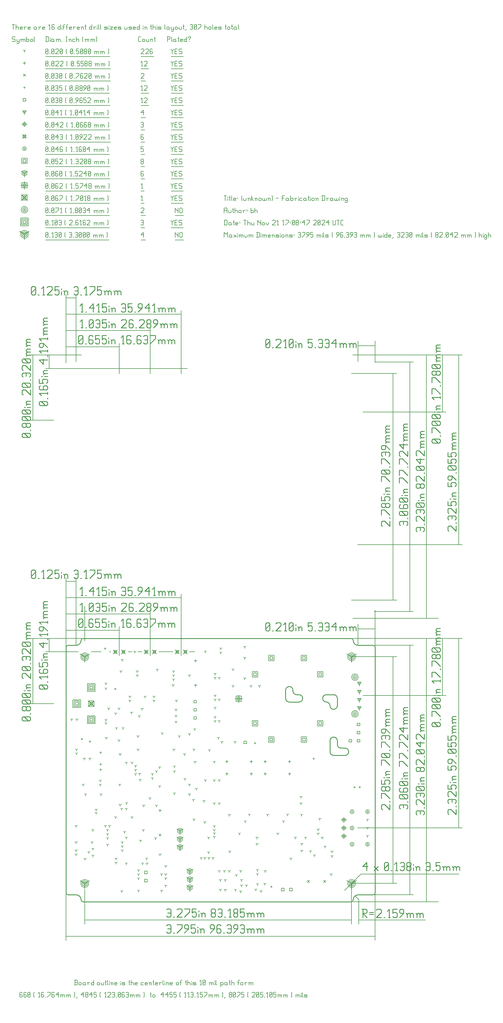
<source format=gbr>
G04 start of page 15 for group -3984 idx -3984 *
G04 Title: (unknown), fab *
G04 Creator: pcb 20091103 *
G04 CreationDate: Thu Nov 21 17:08:47 2024 UTC *
G04 For: bh *
G04 Format: Gerber/RS-274X *
G04 PCB-Dimensions: 560000 900000 *
G04 PCB-Coordinate-Origin: lower left *
%MOIN*%
%FSLAX25Y25*%
%LNFAB*%
%ADD11C,0.0200*%
%ADD13C,0.0100*%
%ADD52C,0.0060*%
%ADD56C,0.0102*%
%ADD92R,0.0080X0.0080*%
G54D92*X416500Y115000D02*Y108600D01*
G54D11*G36*
X415953Y115147D02*X422192Y118747D01*
X422592Y118054D01*
X416353Y114454D01*
X415953Y115147D01*
G37*
G36*
X416646Y114454D02*X410407Y118054D01*
X410807Y118747D01*
X417046Y115147D01*
X416646Y114454D01*
G37*
G54D92*X414900Y115000D02*G75*G03X418100Y115000I1600J0D01*G01*
G75*G03X414900Y115000I-1600J0D01*G01*
X413300D02*G75*G03X419700Y115000I3200J0D01*G01*
G75*G03X413300Y115000I-3200J0D01*G01*
X411700D02*G75*G03X421300Y115000I4800J0D01*G01*
G75*G03X411700Y115000I-4800J0D01*G01*
X89000Y393000D02*Y386600D01*
G54D11*G36*
X88453Y393147D02*X94692Y396747D01*
X95092Y396054D01*
X88853Y392454D01*
X88453Y393147D01*
G37*
G36*
X89146Y392454D02*X82907Y396054D01*
X83307Y396747D01*
X89546Y393147D01*
X89146Y392454D01*
G37*
G54D92*X87400Y393000D02*G75*G03X90600Y393000I1600J0D01*G01*
G75*G03X87400Y393000I-1600J0D01*G01*
X85800D02*G75*G03X92200Y393000I3200J0D01*G01*
G75*G03X85800Y393000I-3200J0D01*G01*
X84200D02*G75*G03X93800Y393000I4800J0D01*G01*
G75*G03X84200Y393000I-4800J0D01*G01*
X89000Y115000D02*Y108600D01*
G54D11*G36*
X88453Y115147D02*X94692Y118747D01*
X95092Y118054D01*
X88853Y114454D01*
X88453Y115147D01*
G37*
G36*
X89146Y114454D02*X82907Y118054D01*
X83307Y118747D01*
X89546Y115147D01*
X89146Y114454D01*
G37*
G54D92*X87400Y115000D02*G75*G03X90600Y115000I1600J0D01*G01*
G75*G03X87400Y115000I-1600J0D01*G01*
X85800D02*G75*G03X92200Y115000I3200J0D01*G01*
G75*G03X85800Y115000I-3200J0D01*G01*
X84200D02*G75*G03X93800Y115000I4800J0D01*G01*
G75*G03X84200Y115000I-4800J0D01*G01*
X416500Y393000D02*Y386600D01*
G54D11*G36*
X415953Y393147D02*X422192Y396747D01*
X422592Y396054D01*
X416353Y392454D01*
X415953Y393147D01*
G37*
G36*
X416646Y392454D02*X410407Y396054D01*
X410807Y396747D01*
X417046Y393147D01*
X416646Y392454D01*
G37*
G54D92*X414900Y393000D02*G75*G03X418100Y393000I1600J0D01*G01*
G75*G03X414900Y393000I-1600J0D01*G01*
X413300D02*G75*G03X419700Y393000I3200J0D01*G01*
G75*G03X413300Y393000I-3200J0D01*G01*
X411700D02*G75*G03X421300Y393000I4800J0D01*G01*
G75*G03X411700Y393000I-4800J0D01*G01*
X15000Y911250D02*Y904850D01*
G54D11*G36*
X14453Y911396D02*X20692Y914996D01*
X21092Y914303D01*
X14853Y910703D01*
X14453Y911396D01*
G37*
G36*
X15146Y910703D02*X8907Y914303D01*
X9307Y914996D01*
X15546Y911396D01*
X15146Y910703D01*
G37*
G54D92*X13400Y911250D02*G75*G03X16600Y911250I1600J0D01*G01*
G75*G03X13400Y911250I-1600J0D01*G01*
X11800D02*G75*G03X18200Y911250I3200J0D01*G01*
G75*G03X11800Y911250I-3200J0D01*G01*
X10200D02*G75*G03X19800Y911250I4800J0D01*G01*
G75*G03X10200Y911250I-4800J0D01*G01*
G54D52*X200000Y913500D02*Y907500D01*
Y913500D02*Y912750D01*
X203750Y909000D01*
Y913500D02*Y907500D01*
X205551Y912750D02*Y908250D01*
Y912750D02*X206301Y913500D01*
X207801D01*
X208551Y912750D01*
Y908250D01*
X207801Y907500D02*X208551Y908250D01*
X206301Y907500D02*X207801D01*
X205551Y908250D02*X206301Y907500D01*
X200000Y904249D02*X210353D01*
X158000Y910500D02*X161000Y913500D01*
X158000Y910500D02*X161750D01*
X161000Y913500D02*Y907500D01*
X158000Y904249D02*X163551D01*
X41000Y908250D02*X41750Y907500D01*
X41000Y912750D02*Y908250D01*
Y912750D02*X41750Y913500D01*
X43250D01*
X44000Y912750D01*
Y908250D01*
X43250Y907500D02*X44000Y908250D01*
X41750Y907500D02*X43250D01*
X41000Y909000D02*X44000Y912000D01*
X45801Y907500D02*X46551D01*
X49103D02*X50603D01*
X49853Y913500D02*Y907500D01*
X48353Y912000D02*X49853Y913500D01*
X52404Y912750D02*X53154Y913500D01*
X54654D01*
X55404Y912750D01*
Y908250D01*
X54654Y907500D02*X55404Y908250D01*
X53154Y907500D02*X54654D01*
X52404Y908250D02*X53154Y907500D01*
Y910500D02*X55404D01*
X57206Y908250D02*X57956Y907500D01*
X57206Y912750D02*Y908250D01*
Y912750D02*X57956Y913500D01*
X59456D01*
X60206Y912750D01*
Y908250D01*
X59456Y907500D02*X60206Y908250D01*
X57956Y907500D02*X59456D01*
X57206Y909000D02*X60206Y912000D01*
X64707Y908250D02*X65457Y907500D01*
X64707Y912750D02*X65457Y913500D01*
X64707Y912750D02*Y908250D01*
X69959Y912750D02*X70709Y913500D01*
X72209D01*
X72959Y912750D01*
Y908250D01*
X72209Y907500D02*X72959Y908250D01*
X70709Y907500D02*X72209D01*
X69959Y908250D02*X70709Y907500D01*
Y910500D02*X72959D01*
X74760Y907500D02*X75510D01*
X77312Y912750D02*X78062Y913500D01*
X79562D01*
X80312Y912750D01*
Y908250D01*
X79562Y907500D02*X80312Y908250D01*
X78062Y907500D02*X79562D01*
X77312Y908250D02*X78062Y907500D01*
Y910500D02*X80312D01*
X82113Y908250D02*X82863Y907500D01*
X82113Y912750D02*Y908250D01*
Y912750D02*X82863Y913500D01*
X84363D01*
X85113Y912750D01*
Y908250D01*
X84363Y907500D02*X85113Y908250D01*
X82863Y907500D02*X84363D01*
X82113Y909000D02*X85113Y912000D01*
X86915Y908250D02*X87665Y907500D01*
X86915Y912750D02*Y908250D01*
Y912750D02*X87665Y913500D01*
X89165D01*
X89915Y912750D01*
Y908250D01*
X89165Y907500D02*X89915Y908250D01*
X87665Y907500D02*X89165D01*
X86915Y909000D02*X89915Y912000D01*
X91716Y908250D02*X92466Y907500D01*
X91716Y912750D02*Y908250D01*
Y912750D02*X92466Y913500D01*
X93966D01*
X94716Y912750D01*
Y908250D01*
X93966Y907500D02*X94716Y908250D01*
X92466Y907500D02*X93966D01*
X91716Y909000D02*X94716Y912000D01*
X99968Y909750D02*Y907500D01*
Y909750D02*X100718Y910500D01*
X101468D01*
X102218Y909750D01*
Y907500D01*
Y909750D02*X102968Y910500D01*
X103718D01*
X104468Y909750D01*
Y907500D01*
X99218Y910500D02*X99968Y909750D01*
X107019D02*Y907500D01*
Y909750D02*X107769Y910500D01*
X108519D01*
X109269Y909750D01*
Y907500D01*
Y909750D02*X110019Y910500D01*
X110769D01*
X111519Y909750D01*
Y907500D01*
X106269Y910500D02*X107019Y909750D01*
X116021Y913500D02*X116771Y912750D01*
Y908250D01*
X116021Y907500D02*X116771Y908250D01*
X41000Y904249D02*X118572D01*
X77700Y337100D02*X80900D01*
X77700D02*Y333900D01*
X80900D01*
Y337100D02*Y333900D01*
X76100Y338700D02*X82500D01*
X76100D02*Y332300D01*
X82500D01*
Y338700D02*Y332300D01*
X74500Y340300D02*X84100D01*
X74500D02*Y330700D01*
X84100D01*
Y340300D02*Y330700D01*
X95400Y317400D02*X98600D01*
X95400D02*Y314200D01*
X98600D01*
Y317400D02*Y314200D01*
X93800Y319000D02*X100200D01*
X93800D02*Y312600D01*
X100200D01*
Y319000D02*Y312600D01*
X92200Y320600D02*X101800D01*
X92200D02*Y311000D01*
X101800D01*
Y320600D02*Y311000D01*
X95400Y356800D02*X98600D01*
X95400D02*Y353600D01*
X98600D01*
Y356800D02*Y353600D01*
X93800Y358400D02*X100200D01*
X93800D02*Y352000D01*
X100200D01*
Y358400D02*Y352000D01*
X92200Y360000D02*X101800D01*
X92200D02*Y350400D01*
X101800D01*
Y360000D02*Y350400D01*
X13400Y927850D02*X16600D01*
X13400D02*Y924650D01*
X16600D01*
Y927850D02*Y924650D01*
X11800Y929450D02*X18200D01*
X11800D02*Y923050D01*
X18200D01*
Y929450D02*Y923050D01*
X10200Y931050D02*X19800D01*
X10200D02*Y921450D01*
X19800D01*
Y931050D02*Y921450D01*
X195000Y928500D02*Y927750D01*
X196500Y926250D01*
X198000Y927750D01*
Y928500D02*Y927750D01*
X196500Y926250D02*Y922500D01*
X199801Y925500D02*X202051D01*
X199801Y922500D02*X202801D01*
X199801Y928500D02*Y922500D01*
Y928500D02*X202801D01*
X207603D02*X208353Y927750D01*
X205353Y928500D02*X207603D01*
X204603Y927750D02*X205353Y928500D01*
X204603Y927750D02*Y926250D01*
X205353Y925500D01*
X207603D01*
X208353Y924750D01*
Y923250D01*
X207603Y922500D02*X208353Y923250D01*
X205353Y922500D02*X207603D01*
X204603Y923250D02*X205353Y922500D01*
X195000Y919249D02*X210154D01*
X158000Y927750D02*X158750Y928500D01*
X160250D01*
X161000Y927750D01*
Y923250D01*
X160250Y922500D02*X161000Y923250D01*
X158750Y922500D02*X160250D01*
X158000Y923250D02*X158750Y922500D01*
Y925500D02*X161000D01*
X158000Y919249D02*X162801D01*
X41000Y923250D02*X41750Y922500D01*
X41000Y927750D02*Y923250D01*
Y927750D02*X41750Y928500D01*
X43250D01*
X44000Y927750D01*
Y923250D01*
X43250Y922500D02*X44000Y923250D01*
X41750Y922500D02*X43250D01*
X41000Y924000D02*X44000Y927000D01*
X45801Y922500D02*X46551D01*
X49103D02*X50603D01*
X49853Y928500D02*Y922500D01*
X48353Y927000D02*X49853Y928500D01*
X52404Y923250D02*X53154Y922500D01*
X52404Y927750D02*Y923250D01*
Y927750D02*X53154Y928500D01*
X54654D01*
X55404Y927750D01*
Y923250D01*
X54654Y922500D02*X55404Y923250D01*
X53154Y922500D02*X54654D01*
X52404Y924000D02*X55404Y927000D01*
X57206Y927750D02*X57956Y928500D01*
X59456D01*
X60206Y927750D01*
Y923250D01*
X59456Y922500D02*X60206Y923250D01*
X57956Y922500D02*X59456D01*
X57206Y923250D02*X57956Y922500D01*
Y925500D02*X60206D01*
X64707Y923250D02*X65457Y922500D01*
X64707Y927750D02*X65457Y928500D01*
X64707Y927750D02*Y923250D01*
X69959Y927750D02*X70709Y928500D01*
X72959D01*
X73709Y927750D01*
Y926250D01*
X69959Y922500D02*X73709Y926250D01*
X69959Y922500D02*X73709D01*
X75510D02*X76260D01*
X80312Y928500D02*X81062Y927750D01*
X78812Y928500D02*X80312D01*
X78062Y927750D02*X78812Y928500D01*
X78062Y927750D02*Y923250D01*
X78812Y922500D01*
X80312Y925500D02*X81062Y924750D01*
X78062Y925500D02*X80312D01*
X78812Y922500D02*X80312D01*
X81062Y923250D01*
Y924750D02*Y923250D01*
X83613Y922500D02*X85113D01*
X84363Y928500D02*Y922500D01*
X82863Y927000D02*X84363Y928500D01*
X89165D02*X89915Y927750D01*
X87665Y928500D02*X89165D01*
X86915Y927750D02*X87665Y928500D01*
X86915Y927750D02*Y923250D01*
X87665Y922500D01*
X89165Y925500D02*X89915Y924750D01*
X86915Y925500D02*X89165D01*
X87665Y922500D02*X89165D01*
X89915Y923250D01*
Y924750D02*Y923250D01*
X91716Y927750D02*X92466Y928500D01*
X94716D01*
X95466Y927750D01*
Y926250D01*
X91716Y922500D02*X95466Y926250D01*
X91716Y922500D02*X95466D01*
X100718Y924750D02*Y922500D01*
Y924750D02*X101468Y925500D01*
X102218D01*
X102968Y924750D01*
Y922500D01*
Y924750D02*X103718Y925500D01*
X104468D01*
X105218Y924750D01*
Y922500D01*
X99968Y925500D02*X100718Y924750D01*
X107769D02*Y922500D01*
Y924750D02*X108519Y925500D01*
X109269D01*
X110019Y924750D01*
Y922500D01*
Y924750D02*X110769Y925500D01*
X111519D01*
X112269Y924750D01*
Y922500D01*
X107019Y925500D02*X107769Y924750D01*
X116771Y928500D02*X117521Y927750D01*
Y923250D01*
X116771Y922500D02*X117521Y923250D01*
X41000Y919249D02*X119322D01*
X419806Y323000D02*G75*G03X421406Y323000I800J0D01*G01*
G75*G03X419806Y323000I-800J0D01*G01*
X418206D02*G75*G03X423006Y323000I2400J0D01*G01*
G75*G03X418206Y323000I-2400J0D01*G01*
X416606D02*G75*G03X424606Y323000I4000J0D01*G01*
G75*G03X416606Y323000I-4000J0D01*G01*
X419806Y368000D02*G75*G03X421406Y368000I800J0D01*G01*
G75*G03X419806Y368000I-800J0D01*G01*
X418206D02*G75*G03X423006Y368000I2400J0D01*G01*
G75*G03X418206Y368000I-2400J0D01*G01*
X416606D02*G75*G03X424606Y368000I4000J0D01*G01*
G75*G03X416606Y368000I-4000J0D01*G01*
X14200Y941250D02*G75*G03X15800Y941250I800J0D01*G01*
G75*G03X14200Y941250I-800J0D01*G01*
X12600D02*G75*G03X17400Y941250I2400J0D01*G01*
G75*G03X12600Y941250I-2400J0D01*G01*
X11000D02*G75*G03X19000Y941250I4000J0D01*G01*
G75*G03X11000Y941250I-4000J0D01*G01*
X200000Y943500D02*Y937500D01*
Y943500D02*Y942750D01*
X203750Y939000D01*
Y943500D02*Y937500D01*
X205551Y942750D02*Y938250D01*
Y942750D02*X206301Y943500D01*
X207801D01*
X208551Y942750D01*
Y938250D01*
X207801Y937500D02*X208551Y938250D01*
X206301Y937500D02*X207801D01*
X205551Y938250D02*X206301Y937500D01*
X200000Y934249D02*X210353D01*
X158000Y942750D02*X158750Y943500D01*
X161000D01*
X161750Y942750D01*
Y941250D01*
X158000Y937500D02*X161750Y941250D01*
X158000Y937500D02*X161750D01*
X158000Y934249D02*X163551D01*
X41000Y938250D02*X41750Y937500D01*
X41000Y942750D02*Y938250D01*
Y942750D02*X41750Y943500D01*
X43250D01*
X44000Y942750D01*
Y938250D01*
X43250Y937500D02*X44000Y938250D01*
X41750Y937500D02*X43250D01*
X41000Y939000D02*X44000Y942000D01*
X45801Y937500D02*X46551D01*
X48353Y938250D02*X49103Y937500D01*
X48353Y942750D02*Y938250D01*
Y942750D02*X49103Y943500D01*
X50603D01*
X51353Y942750D01*
Y938250D01*
X50603Y937500D02*X51353Y938250D01*
X49103Y937500D02*X50603D01*
X48353Y939000D02*X51353Y942000D01*
X53154Y937500D02*X56904Y941250D01*
Y943500D02*Y941250D01*
X53154Y943500D02*X56904D01*
X59456Y937500D02*X60956D01*
X60206Y943500D02*Y937500D01*
X58706Y942000D02*X60206Y943500D01*
X65457Y938250D02*X66207Y937500D01*
X65457Y942750D02*X66207Y943500D01*
X65457Y942750D02*Y938250D01*
X71459Y937500D02*X72959D01*
X72209Y943500D02*Y937500D01*
X70709Y942000D02*X72209Y943500D01*
X74760Y937500D02*X75510D01*
X77312Y938250D02*X78062Y937500D01*
X77312Y939750D02*Y938250D01*
Y939750D02*X78062Y940500D01*
X79562D01*
X80312Y939750D01*
Y938250D01*
X79562Y937500D02*X80312Y938250D01*
X78062Y937500D02*X79562D01*
X77312Y941250D02*X78062Y940500D01*
X77312Y942750D02*Y941250D01*
Y942750D02*X78062Y943500D01*
X79562D01*
X80312Y942750D01*
Y941250D01*
X79562Y940500D02*X80312Y941250D01*
X82113Y938250D02*X82863Y937500D01*
X82113Y942750D02*Y938250D01*
Y942750D02*X82863Y943500D01*
X84363D01*
X85113Y942750D01*
Y938250D01*
X84363Y937500D02*X85113Y938250D01*
X82863Y937500D02*X84363D01*
X82113Y939000D02*X85113Y942000D01*
X86915Y942750D02*X87665Y943500D01*
X89165D01*
X89915Y942750D01*
Y938250D01*
X89165Y937500D02*X89915Y938250D01*
X87665Y937500D02*X89165D01*
X86915Y938250D02*X87665Y937500D01*
Y940500D02*X89915D01*
X91716D02*X94716Y943500D01*
X91716Y940500D02*X95466D01*
X94716Y943500D02*Y937500D01*
X100718Y939750D02*Y937500D01*
Y939750D02*X101468Y940500D01*
X102218D01*
X102968Y939750D01*
Y937500D01*
Y939750D02*X103718Y940500D01*
X104468D01*
X105218Y939750D01*
Y937500D01*
X99968Y940500D02*X100718Y939750D01*
X107769D02*Y937500D01*
Y939750D02*X108519Y940500D01*
X109269D01*
X110019Y939750D01*
Y937500D01*
Y939750D02*X110769Y940500D01*
X111519D01*
X112269Y939750D01*
Y937500D01*
X107019Y940500D02*X107769Y939750D01*
X116771Y943500D02*X117521Y942750D01*
Y938250D01*
X116771Y937500D02*X117521Y938250D01*
X41000Y934249D02*X119322D01*
X93400Y339100D02*X100600Y331900D01*
X93400D02*X100600Y339100D01*
X95400Y337100D02*X98600D01*
X95400D02*Y333900D01*
X98600D01*
Y337100D02*Y333900D01*
X93800Y338700D02*X100200D01*
X93800D02*Y332300D01*
X100200D01*
Y338700D02*Y332300D01*
X11400Y959850D02*X18600Y952650D01*
X11400D02*X18600Y959850D01*
X13400Y957850D02*X16600D01*
X13400D02*Y954650D01*
X16600D01*
Y957850D02*Y954650D01*
X11800Y959450D02*X18200D01*
X11800D02*Y953050D01*
X18200D01*
Y959450D02*Y953050D01*
X195000Y958500D02*Y957750D01*
X196500Y956250D01*
X198000Y957750D01*
Y958500D02*Y957750D01*
X196500Y956250D02*Y952500D01*
X199801Y955500D02*X202051D01*
X199801Y952500D02*X202801D01*
X199801Y958500D02*Y952500D01*
Y958500D02*X202801D01*
X207603D02*X208353Y957750D01*
X205353Y958500D02*X207603D01*
X204603Y957750D02*X205353Y958500D01*
X204603Y957750D02*Y956250D01*
X205353Y955500D01*
X207603D01*
X208353Y954750D01*
Y953250D01*
X207603Y952500D02*X208353Y953250D01*
X205353Y952500D02*X207603D01*
X204603Y953250D02*X205353Y952500D01*
X195000Y949249D02*X210154D01*
X158750Y952500D02*X160250D01*
X159500Y958500D02*Y952500D01*
X158000Y957000D02*X159500Y958500D01*
X158000Y949249D02*X162051D01*
X41000Y953250D02*X41750Y952500D01*
X41000Y957750D02*Y953250D01*
Y957750D02*X41750Y958500D01*
X43250D01*
X44000Y957750D01*
Y953250D01*
X43250Y952500D02*X44000Y953250D01*
X41750Y952500D02*X43250D01*
X41000Y954000D02*X44000Y957000D01*
X45801Y952500D02*X46551D01*
X48353Y953250D02*X49103Y952500D01*
X48353Y957750D02*Y953250D01*
Y957750D02*X49103Y958500D01*
X50603D01*
X51353Y957750D01*
Y953250D01*
X50603Y952500D02*X51353Y953250D01*
X49103Y952500D02*X50603D01*
X48353Y954000D02*X51353Y957000D01*
X55404Y958500D02*X56154Y957750D01*
X53904Y958500D02*X55404D01*
X53154Y957750D02*X53904Y958500D01*
X53154Y957750D02*Y953250D01*
X53904Y952500D01*
X55404Y955500D02*X56154Y954750D01*
X53154Y955500D02*X55404D01*
X53904Y952500D02*X55404D01*
X56154Y953250D01*
Y954750D02*Y953250D01*
X57956Y952500D02*X61706Y956250D01*
Y958500D02*Y956250D01*
X57956Y958500D02*X61706D01*
X66207Y953250D02*X66957Y952500D01*
X66207Y957750D02*X66957Y958500D01*
X66207Y957750D02*Y953250D01*
X72209Y952500D02*X73709D01*
X72959Y958500D02*Y952500D01*
X71459Y957000D02*X72959Y958500D01*
X75510Y952500D02*X76260D01*
X78062D02*X81812Y956250D01*
Y958500D02*Y956250D01*
X78062Y958500D02*X81812D01*
X83613Y953250D02*X84363Y952500D01*
X83613Y957750D02*Y953250D01*
Y957750D02*X84363Y958500D01*
X85863D01*
X86613Y957750D01*
Y953250D01*
X85863Y952500D02*X86613Y953250D01*
X84363Y952500D02*X85863D01*
X83613Y954000D02*X86613Y957000D01*
X89165Y952500D02*X90665D01*
X89915Y958500D02*Y952500D01*
X88415Y957000D02*X89915Y958500D01*
X92466Y953250D02*X93216Y952500D01*
X92466Y954750D02*Y953250D01*
Y954750D02*X93216Y955500D01*
X94716D01*
X95466Y954750D01*
Y953250D01*
X94716Y952500D02*X95466Y953250D01*
X93216Y952500D02*X94716D01*
X92466Y956250D02*X93216Y955500D01*
X92466Y957750D02*Y956250D01*
Y957750D02*X93216Y958500D01*
X94716D01*
X95466Y957750D01*
Y956250D01*
X94716Y955500D02*X95466Y956250D01*
X100718Y954750D02*Y952500D01*
Y954750D02*X101468Y955500D01*
X102218D01*
X102968Y954750D01*
Y952500D01*
Y954750D02*X103718Y955500D01*
X104468D01*
X105218Y954750D01*
Y952500D01*
X99968Y955500D02*X100718Y954750D01*
X107769D02*Y952500D01*
Y954750D02*X108519Y955500D01*
X109269D01*
X110019Y954750D01*
Y952500D01*
Y954750D02*X110769Y955500D01*
X111519D01*
X112269Y954750D01*
Y952500D01*
X107019Y955500D02*X107769Y954750D01*
X116771Y958500D02*X117521Y957750D01*
Y953250D01*
X116771Y952500D02*X117521Y953250D01*
X41000Y949249D02*X119322D01*
X278000Y346300D02*Y336700D01*
X273200Y341500D02*X282800D01*
X276400Y343100D02*X279600D01*
X276400D02*Y339900D01*
X279600D01*
Y343100D02*Y339900D01*
X274800Y344700D02*X281200D01*
X274800D02*Y338300D01*
X281200D01*
Y344700D02*Y338300D01*
X15000Y976050D02*Y966450D01*
X10200Y971250D02*X19800D01*
X13400Y972850D02*X16600D01*
X13400D02*Y969650D01*
X16600D01*
Y972850D02*Y969650D01*
X11800Y974450D02*X18200D01*
X11800D02*Y968050D01*
X18200D01*
Y974450D02*Y968050D01*
X195000Y973500D02*Y972750D01*
X196500Y971250D01*
X198000Y972750D01*
Y973500D02*Y972750D01*
X196500Y971250D02*Y967500D01*
X199801Y970500D02*X202051D01*
X199801Y967500D02*X202801D01*
X199801Y973500D02*Y967500D01*
Y973500D02*X202801D01*
X207603D02*X208353Y972750D01*
X205353Y973500D02*X207603D01*
X204603Y972750D02*X205353Y973500D01*
X204603Y972750D02*Y971250D01*
X205353Y970500D01*
X207603D01*
X208353Y969750D01*
Y968250D01*
X207603Y967500D02*X208353Y968250D01*
X205353Y967500D02*X207603D01*
X204603Y968250D02*X205353Y967500D01*
X195000Y964249D02*X210154D01*
X158750Y967500D02*X160250D01*
X159500Y973500D02*Y967500D01*
X158000Y972000D02*X159500Y973500D01*
X158000Y964249D02*X162051D01*
X41000Y968250D02*X41750Y967500D01*
X41000Y972750D02*Y968250D01*
Y972750D02*X41750Y973500D01*
X43250D01*
X44000Y972750D01*
Y968250D01*
X43250Y967500D02*X44000Y968250D01*
X41750Y967500D02*X43250D01*
X41000Y969000D02*X44000Y972000D01*
X45801Y967500D02*X46551D01*
X48353Y968250D02*X49103Y967500D01*
X48353Y972750D02*Y968250D01*
Y972750D02*X49103Y973500D01*
X50603D01*
X51353Y972750D01*
Y968250D01*
X50603Y967500D02*X51353Y968250D01*
X49103Y967500D02*X50603D01*
X48353Y969000D02*X51353Y972000D01*
X55404Y973500D02*X56154Y972750D01*
X53904Y973500D02*X55404D01*
X53154Y972750D02*X53904Y973500D01*
X53154Y972750D02*Y968250D01*
X53904Y967500D01*
X55404Y970500D02*X56154Y969750D01*
X53154Y970500D02*X55404D01*
X53904Y967500D02*X55404D01*
X56154Y968250D01*
Y969750D02*Y968250D01*
X57956Y972750D02*X58706Y973500D01*
X60956D01*
X61706Y972750D01*
Y971250D01*
X57956Y967500D02*X61706Y971250D01*
X57956Y967500D02*X61706D01*
X66207Y968250D02*X66957Y967500D01*
X66207Y972750D02*X66957Y973500D01*
X66207Y972750D02*Y968250D01*
X72209Y967500D02*X73709D01*
X72959Y973500D02*Y967500D01*
X71459Y972000D02*X72959Y973500D01*
X75510Y967500D02*X76260D01*
X78062Y973500D02*X81062D01*
X78062D02*Y970500D01*
X78812Y971250D01*
X80312D01*
X81062Y970500D01*
Y968250D01*
X80312Y967500D02*X81062Y968250D01*
X78812Y967500D02*X80312D01*
X78062Y968250D02*X78812Y967500D01*
X82863D02*X86613Y971250D01*
Y973500D02*Y971250D01*
X82863Y973500D02*X86613D01*
X88415Y970500D02*X91415Y973500D01*
X88415Y970500D02*X92165D01*
X91415Y973500D02*Y967500D01*
X93966Y968250D02*X94716Y967500D01*
X93966Y969750D02*Y968250D01*
Y969750D02*X94716Y970500D01*
X96216D01*
X96966Y969750D01*
Y968250D01*
X96216Y967500D02*X96966Y968250D01*
X94716Y967500D02*X96216D01*
X93966Y971250D02*X94716Y970500D01*
X93966Y972750D02*Y971250D01*
Y972750D02*X94716Y973500D01*
X96216D01*
X96966Y972750D01*
Y971250D01*
X96216Y970500D02*X96966Y971250D01*
X102218Y969750D02*Y967500D01*
Y969750D02*X102968Y970500D01*
X103718D01*
X104468Y969750D01*
Y967500D01*
Y969750D02*X105218Y970500D01*
X105968D01*
X106718Y969750D01*
Y967500D01*
X101468Y970500D02*X102218Y969750D01*
X109269D02*Y967500D01*
Y969750D02*X110019Y970500D01*
X110769D01*
X111519Y969750D01*
Y967500D01*
Y969750D02*X112269Y970500D01*
X113019D01*
X113769Y969750D01*
Y967500D01*
X108519Y970500D02*X109269Y969750D01*
X118271Y973500D02*X119021Y972750D01*
Y968250D01*
X118271Y967500D02*X119021Y968250D01*
X41000Y964249D02*X120822D01*
X218000Y110000D02*Y105200D01*
Y110000D02*X222160Y112400D01*
X218000Y110000D02*X213840Y112400D01*
X216400Y110000D02*G75*G03X219600Y110000I1600J0D01*G01*
G75*G03X216400Y110000I-1600J0D01*G01*
X214800D02*G75*G03X221200Y110000I3200J0D01*G01*
G75*G03X214800Y110000I-3200J0D01*G01*
X218000Y120000D02*Y115200D01*
Y120000D02*X222160Y122400D01*
X218000Y120000D02*X213840Y122400D01*
X216400Y120000D02*G75*G03X219600Y120000I1600J0D01*G01*
G75*G03X216400Y120000I-1600J0D01*G01*
X214800D02*G75*G03X221200Y120000I3200J0D01*G01*
G75*G03X214800Y120000I-3200J0D01*G01*
X218000Y130000D02*Y125200D01*
Y130000D02*X222160Y132400D01*
X218000Y130000D02*X213840Y132400D01*
X216400Y130000D02*G75*G03X219600Y130000I1600J0D01*G01*
G75*G03X216400Y130000I-1600J0D01*G01*
X214800D02*G75*G03X221200Y130000I3200J0D01*G01*
G75*G03X214800Y130000I-3200J0D01*G01*
X206000Y159500D02*Y154700D01*
Y159500D02*X210160Y161900D01*
X206000Y159500D02*X201840Y161900D01*
X204400Y159500D02*G75*G03X207600Y159500I1600J0D01*G01*
G75*G03X204400Y159500I-1600J0D01*G01*
X202800D02*G75*G03X209200Y159500I3200J0D01*G01*
G75*G03X202800Y159500I-3200J0D01*G01*
X206000Y169500D02*Y164700D01*
Y169500D02*X210160Y171900D01*
X206000Y169500D02*X201840Y171900D01*
X204400Y169500D02*G75*G03X207600Y169500I1600J0D01*G01*
G75*G03X204400Y169500I-1600J0D01*G01*
X202800D02*G75*G03X209200Y169500I3200J0D01*G01*
G75*G03X202800Y169500I-3200J0D01*G01*
X206000Y179500D02*Y174700D01*
Y179500D02*X210160Y181900D01*
X206000Y179500D02*X201840Y181900D01*
X204400Y179500D02*G75*G03X207600Y179500I1600J0D01*G01*
G75*G03X204400Y179500I-1600J0D01*G01*
X202800D02*G75*G03X209200Y179500I3200J0D01*G01*
G75*G03X202800Y179500I-3200J0D01*G01*
X15000Y986250D02*Y981450D01*
Y986250D02*X19160Y988650D01*
X15000Y986250D02*X10840Y988650D01*
X13400Y986250D02*G75*G03X16600Y986250I1600J0D01*G01*
G75*G03X13400Y986250I-1600J0D01*G01*
X11800D02*G75*G03X18200Y986250I3200J0D01*G01*
G75*G03X11800Y986250I-3200J0D01*G01*
X195000Y988500D02*Y987750D01*
X196500Y986250D01*
X198000Y987750D01*
Y988500D02*Y987750D01*
X196500Y986250D02*Y982500D01*
X199801Y985500D02*X202051D01*
X199801Y982500D02*X202801D01*
X199801Y988500D02*Y982500D01*
Y988500D02*X202801D01*
X207603D02*X208353Y987750D01*
X205353Y988500D02*X207603D01*
X204603Y987750D02*X205353Y988500D01*
X204603Y987750D02*Y986250D01*
X205353Y985500D01*
X207603D01*
X208353Y984750D01*
Y983250D01*
X207603Y982500D02*X208353Y983250D01*
X205353Y982500D02*X207603D01*
X204603Y983250D02*X205353Y982500D01*
X195000Y979249D02*X210154D01*
X160250Y988500D02*X161000Y987750D01*
X158750Y988500D02*X160250D01*
X158000Y987750D02*X158750Y988500D01*
X158000Y987750D02*Y983250D01*
X158750Y982500D01*
X160250Y985500D02*X161000Y984750D01*
X158000Y985500D02*X160250D01*
X158750Y982500D02*X160250D01*
X161000Y983250D01*
Y984750D02*Y983250D01*
X158000Y979249D02*X162801D01*
X41000Y983250D02*X41750Y982500D01*
X41000Y987750D02*Y983250D01*
Y987750D02*X41750Y988500D01*
X43250D01*
X44000Y987750D01*
Y983250D01*
X43250Y982500D02*X44000Y983250D01*
X41750Y982500D02*X43250D01*
X41000Y984000D02*X44000Y987000D01*
X45801Y982500D02*X46551D01*
X48353Y983250D02*X49103Y982500D01*
X48353Y987750D02*Y983250D01*
Y987750D02*X49103Y988500D01*
X50603D01*
X51353Y987750D01*
Y983250D01*
X50603Y982500D02*X51353Y983250D01*
X49103Y982500D02*X50603D01*
X48353Y984000D02*X51353Y987000D01*
X55404Y988500D02*X56154Y987750D01*
X53904Y988500D02*X55404D01*
X53154Y987750D02*X53904Y988500D01*
X53154Y987750D02*Y983250D01*
X53904Y982500D01*
X55404Y985500D02*X56154Y984750D01*
X53154Y985500D02*X55404D01*
X53904Y982500D02*X55404D01*
X56154Y983250D01*
Y984750D02*Y983250D01*
X57956D02*X58706Y982500D01*
X57956Y987750D02*Y983250D01*
Y987750D02*X58706Y988500D01*
X60206D01*
X60956Y987750D01*
Y983250D01*
X60206Y982500D02*X60956Y983250D01*
X58706Y982500D02*X60206D01*
X57956Y984000D02*X60956Y987000D01*
X65457Y983250D02*X66207Y982500D01*
X65457Y987750D02*X66207Y988500D01*
X65457Y987750D02*Y983250D01*
X71459Y982500D02*X72959D01*
X72209Y988500D02*Y982500D01*
X70709Y987000D02*X72209Y988500D01*
X74760Y982500D02*X75510D01*
X77312Y988500D02*X80312D01*
X77312D02*Y985500D01*
X78062Y986250D01*
X79562D01*
X80312Y985500D01*
Y983250D01*
X79562Y982500D02*X80312Y983250D01*
X78062Y982500D02*X79562D01*
X77312Y983250D02*X78062Y982500D01*
X82113Y987750D02*X82863Y988500D01*
X85113D01*
X85863Y987750D01*
Y986250D01*
X82113Y982500D02*X85863Y986250D01*
X82113Y982500D02*X85863D01*
X87665Y985500D02*X90665Y988500D01*
X87665Y985500D02*X91415D01*
X90665Y988500D02*Y982500D01*
X93216Y983250D02*X93966Y982500D01*
X93216Y987750D02*Y983250D01*
Y987750D02*X93966Y988500D01*
X95466D01*
X96216Y987750D01*
Y983250D01*
X95466Y982500D02*X96216Y983250D01*
X93966Y982500D02*X95466D01*
X93216Y984000D02*X96216Y987000D01*
X101468Y984750D02*Y982500D01*
Y984750D02*X102218Y985500D01*
X102968D01*
X103718Y984750D01*
Y982500D01*
Y984750D02*X104468Y985500D01*
X105218D01*
X105968Y984750D01*
Y982500D01*
X100718Y985500D02*X101468Y984750D01*
X108519D02*Y982500D01*
Y984750D02*X109269Y985500D01*
X110019D01*
X110769Y984750D01*
Y982500D01*
Y984750D02*X111519Y985500D01*
X112269D01*
X113019Y984750D01*
Y982500D01*
X107769Y985500D02*X108519Y984750D01*
X117521Y988500D02*X118271Y987750D01*
Y983250D01*
X117521Y982500D02*X118271Y983250D01*
X41000Y979249D02*X120072D01*
X296400Y373100D02*X299600D01*
X296400D02*Y369900D01*
X299600D01*
Y373100D02*Y369900D01*
X294800Y374700D02*X301200D01*
X294800D02*Y368300D01*
X301200D01*
Y374700D02*Y368300D01*
X316400Y393100D02*X319600D01*
X316400D02*Y389900D01*
X319600D01*
Y393100D02*Y389900D01*
X314800Y394700D02*X321200D01*
X314800D02*Y388300D01*
X321200D01*
Y394700D02*Y388300D01*
X356400Y393100D02*X359600D01*
X356400D02*Y389900D01*
X359600D01*
Y393100D02*Y389900D01*
X354800Y394700D02*X361200D01*
X354800D02*Y388300D01*
X361200D01*
Y394700D02*Y388300D01*
X376400Y373100D02*X379600D01*
X376400D02*Y369900D01*
X379600D01*
Y373100D02*Y369900D01*
X374800Y374700D02*X381200D01*
X374800D02*Y368300D01*
X381200D01*
Y374700D02*Y368300D01*
X376400Y313100D02*X379600D01*
X376400D02*Y309900D01*
X379600D01*
Y313100D02*Y309900D01*
X374800Y314700D02*X381200D01*
X374800D02*Y308300D01*
X381200D01*
Y314700D02*Y308300D01*
X356400Y293100D02*X359600D01*
X356400D02*Y289900D01*
X359600D01*
Y293100D02*Y289900D01*
X354800Y294700D02*X361200D01*
X354800D02*Y288300D01*
X361200D01*
Y294700D02*Y288300D01*
X316400Y293100D02*X319600D01*
X316400D02*Y289900D01*
X319600D01*
Y293100D02*Y289900D01*
X314800Y294700D02*X321200D01*
X314800D02*Y288300D01*
X321200D01*
Y294700D02*Y288300D01*
X296400Y313100D02*X299600D01*
X296400D02*Y309900D01*
X299600D01*
Y313100D02*Y309900D01*
X294800Y314700D02*X301200D01*
X294800D02*Y308300D01*
X301200D01*
Y314700D02*Y308300D01*
X13400Y1002850D02*X16600D01*
X13400D02*Y999650D01*
X16600D01*
Y1002850D02*Y999650D01*
X11800Y1004450D02*X18200D01*
X11800D02*Y998050D01*
X18200D01*
Y1004450D02*Y998050D01*
X195000Y1003500D02*Y1002750D01*
X196500Y1001250D01*
X198000Y1002750D01*
Y1003500D02*Y1002750D01*
X196500Y1001250D02*Y997500D01*
X199801Y1000500D02*X202051D01*
X199801Y997500D02*X202801D01*
X199801Y1003500D02*Y997500D01*
Y1003500D02*X202801D01*
X207603D02*X208353Y1002750D01*
X205353Y1003500D02*X207603D01*
X204603Y1002750D02*X205353Y1003500D01*
X204603Y1002750D02*Y1001250D01*
X205353Y1000500D01*
X207603D01*
X208353Y999750D01*
Y998250D01*
X207603Y997500D02*X208353Y998250D01*
X205353Y997500D02*X207603D01*
X204603Y998250D02*X205353Y997500D01*
X195000Y994249D02*X210154D01*
X158000Y998250D02*X158750Y997500D01*
X158000Y999750D02*Y998250D01*
Y999750D02*X158750Y1000500D01*
X160250D01*
X161000Y999750D01*
Y998250D01*
X160250Y997500D02*X161000Y998250D01*
X158750Y997500D02*X160250D01*
X158000Y1001250D02*X158750Y1000500D01*
X158000Y1002750D02*Y1001250D01*
Y1002750D02*X158750Y1003500D01*
X160250D01*
X161000Y1002750D01*
Y1001250D01*
X160250Y1000500D02*X161000Y1001250D01*
X158000Y994249D02*X162801D01*
X41000Y998250D02*X41750Y997500D01*
X41000Y1002750D02*Y998250D01*
Y1002750D02*X41750Y1003500D01*
X43250D01*
X44000Y1002750D01*
Y998250D01*
X43250Y997500D02*X44000Y998250D01*
X41750Y997500D02*X43250D01*
X41000Y999000D02*X44000Y1002000D01*
X45801Y997500D02*X46551D01*
X48353Y998250D02*X49103Y997500D01*
X48353Y1002750D02*Y998250D01*
Y1002750D02*X49103Y1003500D01*
X50603D01*
X51353Y1002750D01*
Y998250D01*
X50603Y997500D02*X51353Y998250D01*
X49103Y997500D02*X50603D01*
X48353Y999000D02*X51353Y1002000D01*
X53154Y1003500D02*X56154D01*
X53154D02*Y1000500D01*
X53904Y1001250D01*
X55404D01*
X56154Y1000500D01*
Y998250D01*
X55404Y997500D02*X56154Y998250D01*
X53904Y997500D02*X55404D01*
X53154Y998250D02*X53904Y997500D01*
X57956Y1002750D02*X58706Y1003500D01*
X60956D01*
X61706Y1002750D01*
Y1001250D01*
X57956Y997500D02*X61706Y1001250D01*
X57956Y997500D02*X61706D01*
X66207Y998250D02*X66957Y997500D01*
X66207Y1002750D02*X66957Y1003500D01*
X66207Y1002750D02*Y998250D01*
X72209Y997500D02*X73709D01*
X72959Y1003500D02*Y997500D01*
X71459Y1002000D02*X72959Y1003500D01*
X75510Y997500D02*X76260D01*
X78062Y1002750D02*X78812Y1003500D01*
X80312D01*
X81062Y1002750D01*
Y998250D01*
X80312Y997500D02*X81062Y998250D01*
X78812Y997500D02*X80312D01*
X78062Y998250D02*X78812Y997500D01*
Y1000500D02*X81062D01*
X82863Y1002750D02*X83613Y1003500D01*
X85863D01*
X86613Y1002750D01*
Y1001250D01*
X82863Y997500D02*X86613Y1001250D01*
X82863Y997500D02*X86613D01*
X88415Y998250D02*X89165Y997500D01*
X88415Y1002750D02*Y998250D01*
Y1002750D02*X89165Y1003500D01*
X90665D01*
X91415Y1002750D01*
Y998250D01*
X90665Y997500D02*X91415Y998250D01*
X89165Y997500D02*X90665D01*
X88415Y999000D02*X91415Y1002000D01*
X93216Y998250D02*X93966Y997500D01*
X93216Y999750D02*Y998250D01*
Y999750D02*X93966Y1000500D01*
X95466D01*
X96216Y999750D01*
Y998250D01*
X95466Y997500D02*X96216Y998250D01*
X93966Y997500D02*X95466D01*
X93216Y1001250D02*X93966Y1000500D01*
X93216Y1002750D02*Y1001250D01*
Y1002750D02*X93966Y1003500D01*
X95466D01*
X96216Y1002750D01*
Y1001250D01*
X95466Y1000500D02*X96216Y1001250D01*
X101468Y999750D02*Y997500D01*
Y999750D02*X102218Y1000500D01*
X102968D01*
X103718Y999750D01*
Y997500D01*
Y999750D02*X104468Y1000500D01*
X105218D01*
X105968Y999750D01*
Y997500D01*
X100718Y1000500D02*X101468Y999750D01*
X108519D02*Y997500D01*
Y999750D02*X109269Y1000500D01*
X110019D01*
X110769Y999750D01*
Y997500D01*
Y999750D02*X111519Y1000500D01*
X112269D01*
X113019Y999750D01*
Y997500D01*
X107769Y1000500D02*X108519Y999750D01*
X117521Y1003500D02*X118271Y1002750D01*
Y998250D01*
X117521Y997500D02*X118271Y998250D01*
X41000Y994249D02*X120072D01*
X416300Y183000D02*G75*G03X417900Y183000I800J0D01*G01*
G75*G03X416300Y183000I-800J0D01*G01*
X414700D02*G75*G03X419500Y183000I2400J0D01*G01*
G75*G03X414700Y183000I-2400J0D01*G01*
X416300Y163000D02*G75*G03X417900Y163000I800J0D01*G01*
G75*G03X416300Y163000I-800J0D01*G01*
X414700D02*G75*G03X419500Y163000I2400J0D01*G01*
G75*G03X414700Y163000I-2400J0D01*G01*
X416300Y203000D02*G75*G03X417900Y203000I800J0D01*G01*
G75*G03X416300Y203000I-800J0D01*G01*
X414700D02*G75*G03X419500Y203000I2400J0D01*G01*
G75*G03X414700Y203000I-2400J0D01*G01*
X435300Y163000D02*G75*G03X436900Y163000I800J0D01*G01*
G75*G03X435300Y163000I-800J0D01*G01*
X433700D02*G75*G03X438500Y163000I2400J0D01*G01*
G75*G03X433700Y163000I-2400J0D01*G01*
X435300Y203000D02*G75*G03X436900Y203000I800J0D01*G01*
G75*G03X435300Y203000I-800J0D01*G01*
X433700D02*G75*G03X438500Y203000I2400J0D01*G01*
G75*G03X433700Y203000I-2400J0D01*G01*
X14200Y1016250D02*G75*G03X15800Y1016250I800J0D01*G01*
G75*G03X14200Y1016250I-800J0D01*G01*
X12600D02*G75*G03X17400Y1016250I2400J0D01*G01*
G75*G03X12600Y1016250I-2400J0D01*G01*
X195000Y1018500D02*Y1017750D01*
X196500Y1016250D01*
X198000Y1017750D01*
Y1018500D02*Y1017750D01*
X196500Y1016250D02*Y1012500D01*
X199801Y1015500D02*X202051D01*
X199801Y1012500D02*X202801D01*
X199801Y1018500D02*Y1012500D01*
Y1018500D02*X202801D01*
X207603D02*X208353Y1017750D01*
X205353Y1018500D02*X207603D01*
X204603Y1017750D02*X205353Y1018500D01*
X204603Y1017750D02*Y1016250D01*
X205353Y1015500D01*
X207603D01*
X208353Y1014750D01*
Y1013250D01*
X207603Y1012500D02*X208353Y1013250D01*
X205353Y1012500D02*X207603D01*
X204603Y1013250D02*X205353Y1012500D01*
X195000Y1009249D02*X210154D01*
X158000Y1018500D02*X161000D01*
X158000D02*Y1015500D01*
X158750Y1016250D01*
X160250D01*
X161000Y1015500D01*
Y1013250D01*
X160250Y1012500D02*X161000Y1013250D01*
X158750Y1012500D02*X160250D01*
X158000Y1013250D02*X158750Y1012500D01*
X158000Y1009249D02*X162801D01*
X41000Y1013250D02*X41750Y1012500D01*
X41000Y1017750D02*Y1013250D01*
Y1017750D02*X41750Y1018500D01*
X43250D01*
X44000Y1017750D01*
Y1013250D01*
X43250Y1012500D02*X44000Y1013250D01*
X41750Y1012500D02*X43250D01*
X41000Y1014000D02*X44000Y1017000D01*
X45801Y1012500D02*X46551D01*
X48353Y1013250D02*X49103Y1012500D01*
X48353Y1017750D02*Y1013250D01*
Y1017750D02*X49103Y1018500D01*
X50603D01*
X51353Y1017750D01*
Y1013250D01*
X50603Y1012500D02*X51353Y1013250D01*
X49103Y1012500D02*X50603D01*
X48353Y1014000D02*X51353Y1017000D01*
X53154Y1015500D02*X56154Y1018500D01*
X53154Y1015500D02*X56904D01*
X56154Y1018500D02*Y1012500D01*
X60956Y1018500D02*X61706Y1017750D01*
X59456Y1018500D02*X60956D01*
X58706Y1017750D02*X59456Y1018500D01*
X58706Y1017750D02*Y1013250D01*
X59456Y1012500D01*
X60956Y1015500D02*X61706Y1014750D01*
X58706Y1015500D02*X60956D01*
X59456Y1012500D02*X60956D01*
X61706Y1013250D01*
Y1014750D02*Y1013250D01*
X66207D02*X66957Y1012500D01*
X66207Y1017750D02*X66957Y1018500D01*
X66207Y1017750D02*Y1013250D01*
X72209Y1012500D02*X73709D01*
X72959Y1018500D02*Y1012500D01*
X71459Y1017000D02*X72959Y1018500D01*
X75510Y1012500D02*X76260D01*
X78812D02*X80312D01*
X79562Y1018500D02*Y1012500D01*
X78062Y1017000D02*X79562Y1018500D01*
X84363D02*X85113Y1017750D01*
X82863Y1018500D02*X84363D01*
X82113Y1017750D02*X82863Y1018500D01*
X82113Y1017750D02*Y1013250D01*
X82863Y1012500D01*
X84363Y1015500D02*X85113Y1014750D01*
X82113Y1015500D02*X84363D01*
X82863Y1012500D02*X84363D01*
X85113Y1013250D01*
Y1014750D02*Y1013250D01*
X86915D02*X87665Y1012500D01*
X86915Y1014750D02*Y1013250D01*
Y1014750D02*X87665Y1015500D01*
X89165D01*
X89915Y1014750D01*
Y1013250D01*
X89165Y1012500D02*X89915Y1013250D01*
X87665Y1012500D02*X89165D01*
X86915Y1016250D02*X87665Y1015500D01*
X86915Y1017750D02*Y1016250D01*
Y1017750D02*X87665Y1018500D01*
X89165D01*
X89915Y1017750D01*
Y1016250D01*
X89165Y1015500D02*X89915Y1016250D01*
X91716Y1015500D02*X94716Y1018500D01*
X91716Y1015500D02*X95466D01*
X94716Y1018500D02*Y1012500D01*
X100718Y1014750D02*Y1012500D01*
Y1014750D02*X101468Y1015500D01*
X102218D01*
X102968Y1014750D01*
Y1012500D01*
Y1014750D02*X103718Y1015500D01*
X104468D01*
X105218Y1014750D01*
Y1012500D01*
X99968Y1015500D02*X100718Y1014750D01*
X107769D02*Y1012500D01*
Y1014750D02*X108519Y1015500D01*
X109269D01*
X110019Y1014750D01*
Y1012500D01*
Y1014750D02*X110769Y1015500D01*
X111519D01*
X112269Y1014750D01*
Y1012500D01*
X107019Y1015500D02*X107769Y1014750D01*
X116771Y1018500D02*X117521Y1017750D01*
Y1013250D01*
X116771Y1012500D02*X117521Y1013250D01*
X41000Y1009249D02*X119322D01*
X200100Y401400D02*X204900Y396600D01*
X200100D02*X204900Y401400D01*
X200900Y400600D02*X204100D01*
X200900D02*Y397400D01*
X204100D01*
Y400600D02*Y397400D01*
X210100Y401400D02*X214900Y396600D01*
X210100D02*X214900Y401400D01*
X210900Y400600D02*X214100D01*
X210900D02*Y397400D01*
X214100D01*
Y400600D02*Y397400D01*
X162100Y401400D02*X166900Y396600D01*
X162100D02*X166900Y401400D01*
X162900Y400600D02*X166100D01*
X162900D02*Y397400D01*
X166100D01*
Y400600D02*Y397400D01*
X172100Y401400D02*X176900Y396600D01*
X172100D02*X176900Y401400D01*
X172900Y400600D02*X176100D01*
X172900D02*Y397400D01*
X176100D01*
Y400600D02*Y397400D01*
X124100Y401400D02*X128900Y396600D01*
X124100D02*X128900Y401400D01*
X124900Y400600D02*X128100D01*
X124900D02*Y397400D01*
X128100D01*
Y400600D02*Y397400D01*
X134100Y401400D02*X138900Y396600D01*
X134100D02*X138900Y401400D01*
X134900Y400600D02*X138100D01*
X134900D02*Y397400D01*
X138100D01*
Y400600D02*Y397400D01*
X12600Y1033650D02*X17400Y1028850D01*
X12600D02*X17400Y1033650D01*
X13400Y1032850D02*X16600D01*
X13400D02*Y1029650D01*
X16600D01*
Y1032850D02*Y1029650D01*
X195000Y1033500D02*Y1032750D01*
X196500Y1031250D01*
X198000Y1032750D01*
Y1033500D02*Y1032750D01*
X196500Y1031250D02*Y1027500D01*
X199801Y1030500D02*X202051D01*
X199801Y1027500D02*X202801D01*
X199801Y1033500D02*Y1027500D01*
Y1033500D02*X202801D01*
X207603D02*X208353Y1032750D01*
X205353Y1033500D02*X207603D01*
X204603Y1032750D02*X205353Y1033500D01*
X204603Y1032750D02*Y1031250D01*
X205353Y1030500D01*
X207603D01*
X208353Y1029750D01*
Y1028250D01*
X207603Y1027500D02*X208353Y1028250D01*
X205353Y1027500D02*X207603D01*
X204603Y1028250D02*X205353Y1027500D01*
X195000Y1024249D02*X210154D01*
X160250Y1033500D02*X161000Y1032750D01*
X158750Y1033500D02*X160250D01*
X158000Y1032750D02*X158750Y1033500D01*
X158000Y1032750D02*Y1028250D01*
X158750Y1027500D01*
X160250Y1030500D02*X161000Y1029750D01*
X158000Y1030500D02*X160250D01*
X158750Y1027500D02*X160250D01*
X161000Y1028250D01*
Y1029750D02*Y1028250D01*
X158000Y1024249D02*X162801D01*
X41000Y1028250D02*X41750Y1027500D01*
X41000Y1032750D02*Y1028250D01*
Y1032750D02*X41750Y1033500D01*
X43250D01*
X44000Y1032750D01*
Y1028250D01*
X43250Y1027500D02*X44000Y1028250D01*
X41750Y1027500D02*X43250D01*
X41000Y1029000D02*X44000Y1032000D01*
X45801Y1027500D02*X46551D01*
X48353Y1028250D02*X49103Y1027500D01*
X48353Y1032750D02*Y1028250D01*
Y1032750D02*X49103Y1033500D01*
X50603D01*
X51353Y1032750D01*
Y1028250D01*
X50603Y1027500D02*X51353Y1028250D01*
X49103Y1027500D02*X50603D01*
X48353Y1029000D02*X51353Y1032000D01*
X53154Y1030500D02*X56154Y1033500D01*
X53154Y1030500D02*X56904D01*
X56154Y1033500D02*Y1027500D01*
X58706Y1032750D02*X59456Y1033500D01*
X60956D01*
X61706Y1032750D01*
Y1028250D01*
X60956Y1027500D02*X61706Y1028250D01*
X59456Y1027500D02*X60956D01*
X58706Y1028250D02*X59456Y1027500D01*
Y1030500D02*X61706D01*
X66207Y1028250D02*X66957Y1027500D01*
X66207Y1032750D02*X66957Y1033500D01*
X66207Y1032750D02*Y1028250D01*
X72209Y1027500D02*X73709D01*
X72959Y1033500D02*Y1027500D01*
X71459Y1032000D02*X72959Y1033500D01*
X75510Y1027500D02*X76260D01*
X78062Y1028250D02*X78812Y1027500D01*
X78062Y1032750D02*Y1028250D01*
Y1032750D02*X78812Y1033500D01*
X80312D01*
X81062Y1032750D01*
Y1028250D01*
X80312Y1027500D02*X81062Y1028250D01*
X78812Y1027500D02*X80312D01*
X78062Y1029000D02*X81062Y1032000D01*
X82863Y1027500D02*X85863Y1030500D01*
Y1032750D02*Y1030500D01*
X85113Y1033500D02*X85863Y1032750D01*
X83613Y1033500D02*X85113D01*
X82863Y1032750D02*X83613Y1033500D01*
X82863Y1032750D02*Y1031250D01*
X83613Y1030500D01*
X85863D01*
X87665Y1032750D02*X88415Y1033500D01*
X90665D01*
X91415Y1032750D01*
Y1031250D01*
X87665Y1027500D02*X91415Y1031250D01*
X87665Y1027500D02*X91415D01*
X93216Y1032750D02*X93966Y1033500D01*
X96216D01*
X96966Y1032750D01*
Y1031250D01*
X93216Y1027500D02*X96966Y1031250D01*
X93216Y1027500D02*X96966D01*
X102218Y1029750D02*Y1027500D01*
Y1029750D02*X102968Y1030500D01*
X103718D01*
X104468Y1029750D01*
Y1027500D01*
Y1029750D02*X105218Y1030500D01*
X105968D01*
X106718Y1029750D01*
Y1027500D01*
X101468Y1030500D02*X102218Y1029750D01*
X109269D02*Y1027500D01*
Y1029750D02*X110019Y1030500D01*
X110769D01*
X111519Y1029750D01*
Y1027500D01*
Y1029750D02*X112269Y1030500D01*
X113019D01*
X113769Y1029750D01*
Y1027500D01*
X108519Y1030500D02*X109269Y1029750D01*
X118271Y1033500D02*X119021Y1032750D01*
Y1028250D01*
X118271Y1027500D02*X119021Y1028250D01*
X41000Y1024249D02*X120822D01*
X407000Y186200D02*Y179800D01*
X403800Y183000D02*X410200D01*
X405400Y184600D02*X408600D01*
X405400D02*Y181400D01*
X408600D01*
Y184600D02*Y181400D01*
X407000Y176200D02*Y169800D01*
X403800Y173000D02*X410200D01*
X405400Y174600D02*X408600D01*
X405400D02*Y171400D01*
X408600D01*
Y174600D02*Y171400D01*
X407000Y196200D02*Y189800D01*
X403800Y193000D02*X410200D01*
X405400Y194600D02*X408600D01*
X405400D02*Y191400D01*
X408600D01*
Y194600D02*Y191400D01*
X15000Y1049450D02*Y1043050D01*
X11800Y1046250D02*X18200D01*
X13400Y1047850D02*X16600D01*
X13400D02*Y1044650D01*
X16600D01*
Y1047850D02*Y1044650D01*
X195000Y1048500D02*Y1047750D01*
X196500Y1046250D01*
X198000Y1047750D01*
Y1048500D02*Y1047750D01*
X196500Y1046250D02*Y1042500D01*
X199801Y1045500D02*X202051D01*
X199801Y1042500D02*X202801D01*
X199801Y1048500D02*Y1042500D01*
Y1048500D02*X202801D01*
X207603D02*X208353Y1047750D01*
X205353Y1048500D02*X207603D01*
X204603Y1047750D02*X205353Y1048500D01*
X204603Y1047750D02*Y1046250D01*
X205353Y1045500D01*
X207603D01*
X208353Y1044750D01*
Y1043250D01*
X207603Y1042500D02*X208353Y1043250D01*
X205353Y1042500D02*X207603D01*
X204603Y1043250D02*X205353Y1042500D01*
X195000Y1039249D02*X210154D01*
X158000Y1047750D02*X158750Y1048500D01*
X160250D01*
X161000Y1047750D01*
Y1043250D01*
X160250Y1042500D02*X161000Y1043250D01*
X158750Y1042500D02*X160250D01*
X158000Y1043250D02*X158750Y1042500D01*
Y1045500D02*X161000D01*
X158000Y1039249D02*X162801D01*
X41000Y1043250D02*X41750Y1042500D01*
X41000Y1047750D02*Y1043250D01*
Y1047750D02*X41750Y1048500D01*
X43250D01*
X44000Y1047750D01*
Y1043250D01*
X43250Y1042500D02*X44000Y1043250D01*
X41750Y1042500D02*X43250D01*
X41000Y1044000D02*X44000Y1047000D01*
X45801Y1042500D02*X46551D01*
X48353Y1043250D02*X49103Y1042500D01*
X48353Y1047750D02*Y1043250D01*
Y1047750D02*X49103Y1048500D01*
X50603D01*
X51353Y1047750D01*
Y1043250D01*
X50603Y1042500D02*X51353Y1043250D01*
X49103Y1042500D02*X50603D01*
X48353Y1044000D02*X51353Y1047000D01*
X53154Y1045500D02*X56154Y1048500D01*
X53154Y1045500D02*X56904D01*
X56154Y1048500D02*Y1042500D01*
X58706Y1047750D02*X59456Y1048500D01*
X61706D01*
X62456Y1047750D01*
Y1046250D01*
X58706Y1042500D02*X62456Y1046250D01*
X58706Y1042500D02*X62456D01*
X66957Y1043250D02*X67707Y1042500D01*
X66957Y1047750D02*X67707Y1048500D01*
X66957Y1047750D02*Y1043250D01*
X72959Y1042500D02*X74459D01*
X73709Y1048500D02*Y1042500D01*
X72209Y1047000D02*X73709Y1048500D01*
X76260Y1042500D02*X77010D01*
X78812Y1043250D02*X79562Y1042500D01*
X78812Y1047750D02*Y1043250D01*
Y1047750D02*X79562Y1048500D01*
X81062D01*
X81812Y1047750D01*
Y1043250D01*
X81062Y1042500D02*X81812Y1043250D01*
X79562Y1042500D02*X81062D01*
X78812Y1044000D02*X81812Y1047000D01*
X85863Y1048500D02*X86613Y1047750D01*
X84363Y1048500D02*X85863D01*
X83613Y1047750D02*X84363Y1048500D01*
X83613Y1047750D02*Y1043250D01*
X84363Y1042500D01*
X85863Y1045500D02*X86613Y1044750D01*
X83613Y1045500D02*X85863D01*
X84363Y1042500D02*X85863D01*
X86613Y1043250D01*
Y1044750D02*Y1043250D01*
X90665Y1048500D02*X91415Y1047750D01*
X89165Y1048500D02*X90665D01*
X88415Y1047750D02*X89165Y1048500D01*
X88415Y1047750D02*Y1043250D01*
X89165Y1042500D01*
X90665Y1045500D02*X91415Y1044750D01*
X88415Y1045500D02*X90665D01*
X89165Y1042500D02*X90665D01*
X91415Y1043250D01*
Y1044750D02*Y1043250D01*
X93216D02*X93966Y1042500D01*
X93216Y1044750D02*Y1043250D01*
Y1044750D02*X93966Y1045500D01*
X95466D01*
X96216Y1044750D01*
Y1043250D01*
X95466Y1042500D02*X96216Y1043250D01*
X93966Y1042500D02*X95466D01*
X93216Y1046250D02*X93966Y1045500D01*
X93216Y1047750D02*Y1046250D01*
Y1047750D02*X93966Y1048500D01*
X95466D01*
X96216Y1047750D01*
Y1046250D01*
X95466Y1045500D02*X96216Y1046250D01*
X101468Y1044750D02*Y1042500D01*
Y1044750D02*X102218Y1045500D01*
X102968D01*
X103718Y1044750D01*
Y1042500D01*
Y1044750D02*X104468Y1045500D01*
X105218D01*
X105968Y1044750D01*
Y1042500D01*
X100718Y1045500D02*X101468Y1044750D01*
X108519D02*Y1042500D01*
Y1044750D02*X109269Y1045500D01*
X110019D01*
X110769Y1044750D01*
Y1042500D01*
Y1044750D02*X111519Y1045500D01*
X112269D01*
X113019Y1044750D01*
Y1042500D01*
X107769Y1045500D02*X108519Y1044750D01*
X117521Y1048500D02*X118271Y1047750D01*
Y1043250D01*
X117521Y1042500D02*X118271Y1043250D01*
X41000Y1039249D02*X120072D01*
X426000Y360500D02*Y357300D01*
Y360500D02*X428773Y362100D01*
X426000Y360500D02*X423227Y362100D01*
X424400Y360500D02*G75*G03X427600Y360500I1600J0D01*G01*
G75*G03X424400Y360500I-1600J0D01*G01*
X426000Y350500D02*Y347300D01*
Y350500D02*X428773Y352100D01*
X426000Y350500D02*X423227Y352100D01*
X424400Y350500D02*G75*G03X427600Y350500I1600J0D01*G01*
G75*G03X424400Y350500I-1600J0D01*G01*
X426000Y340500D02*Y337300D01*
Y340500D02*X428773Y342100D01*
X426000Y340500D02*X423227Y342100D01*
X424400Y340500D02*G75*G03X427600Y340500I1600J0D01*G01*
G75*G03X424400Y340500I-1600J0D01*G01*
X426000Y330500D02*Y327300D01*
Y330500D02*X428773Y332100D01*
X426000Y330500D02*X423227Y332100D01*
X424400Y330500D02*G75*G03X427600Y330500I1600J0D01*G01*
G75*G03X424400Y330500I-1600J0D01*G01*
X15000Y1061250D02*Y1058050D01*
Y1061250D02*X17773Y1062850D01*
X15000Y1061250D02*X12227Y1062850D01*
X13400Y1061250D02*G75*G03X16600Y1061250I1600J0D01*G01*
G75*G03X13400Y1061250I-1600J0D01*G01*
X195000Y1063500D02*Y1062750D01*
X196500Y1061250D01*
X198000Y1062750D01*
Y1063500D02*Y1062750D01*
X196500Y1061250D02*Y1057500D01*
X199801Y1060500D02*X202051D01*
X199801Y1057500D02*X202801D01*
X199801Y1063500D02*Y1057500D01*
Y1063500D02*X202801D01*
X207603D02*X208353Y1062750D01*
X205353Y1063500D02*X207603D01*
X204603Y1062750D02*X205353Y1063500D01*
X204603Y1062750D02*Y1061250D01*
X205353Y1060500D01*
X207603D01*
X208353Y1059750D01*
Y1058250D01*
X207603Y1057500D02*X208353Y1058250D01*
X205353Y1057500D02*X207603D01*
X204603Y1058250D02*X205353Y1057500D01*
X195000Y1054249D02*X210154D01*
X158000Y1060500D02*X161000Y1063500D01*
X158000Y1060500D02*X161750D01*
X161000Y1063500D02*Y1057500D01*
X158000Y1054249D02*X163551D01*
X41000Y1058250D02*X41750Y1057500D01*
X41000Y1062750D02*Y1058250D01*
Y1062750D02*X41750Y1063500D01*
X43250D01*
X44000Y1062750D01*
Y1058250D01*
X43250Y1057500D02*X44000Y1058250D01*
X41750Y1057500D02*X43250D01*
X41000Y1059000D02*X44000Y1062000D01*
X45801Y1057500D02*X46551D01*
X48353Y1058250D02*X49103Y1057500D01*
X48353Y1062750D02*Y1058250D01*
Y1062750D02*X49103Y1063500D01*
X50603D01*
X51353Y1062750D01*
Y1058250D01*
X50603Y1057500D02*X51353Y1058250D01*
X49103Y1057500D02*X50603D01*
X48353Y1059000D02*X51353Y1062000D01*
X53154Y1060500D02*X56154Y1063500D01*
X53154Y1060500D02*X56904D01*
X56154Y1063500D02*Y1057500D01*
X59456D02*X60956D01*
X60206Y1063500D02*Y1057500D01*
X58706Y1062000D02*X60206Y1063500D01*
X65457Y1058250D02*X66207Y1057500D01*
X65457Y1062750D02*X66207Y1063500D01*
X65457Y1062750D02*Y1058250D01*
X71459Y1057500D02*X72959D01*
X72209Y1063500D02*Y1057500D01*
X70709Y1062000D02*X72209Y1063500D01*
X74760Y1057500D02*X75510D01*
X77312Y1058250D02*X78062Y1057500D01*
X77312Y1062750D02*Y1058250D01*
Y1062750D02*X78062Y1063500D01*
X79562D01*
X80312Y1062750D01*
Y1058250D01*
X79562Y1057500D02*X80312Y1058250D01*
X78062Y1057500D02*X79562D01*
X77312Y1059000D02*X80312Y1062000D01*
X82113Y1060500D02*X85113Y1063500D01*
X82113Y1060500D02*X85863D01*
X85113Y1063500D02*Y1057500D01*
X88415D02*X89915D01*
X89165Y1063500D02*Y1057500D01*
X87665Y1062000D02*X89165Y1063500D01*
X91716Y1060500D02*X94716Y1063500D01*
X91716Y1060500D02*X95466D01*
X94716Y1063500D02*Y1057500D01*
X100718Y1059750D02*Y1057500D01*
Y1059750D02*X101468Y1060500D01*
X102218D01*
X102968Y1059750D01*
Y1057500D01*
Y1059750D02*X103718Y1060500D01*
X104468D01*
X105218Y1059750D01*
Y1057500D01*
X99968Y1060500D02*X100718Y1059750D01*
X107769D02*Y1057500D01*
Y1059750D02*X108519Y1060500D01*
X109269D01*
X110019Y1059750D01*
Y1057500D01*
Y1059750D02*X110769Y1060500D01*
X111519D01*
X112269Y1059750D01*
Y1057500D01*
X107019Y1060500D02*X107769Y1059750D01*
X116771Y1063500D02*X117521Y1062750D01*
Y1058250D01*
X116771Y1057500D02*X117521Y1058250D01*
X41000Y1054249D02*X119322D01*
X340400Y109100D02*X343600D01*
X340400D02*Y105900D01*
X343600D01*
Y109100D02*Y105900D01*
X330400Y109100D02*X333600D01*
X330400D02*Y105900D01*
X333600D01*
Y109100D02*Y105900D01*
X284400Y289600D02*X287600D01*
X284400D02*Y286400D01*
X287600D01*
Y289600D02*Y286400D01*
X413494Y291540D02*X416694D01*
X413494D02*Y288340D01*
X416694D01*
Y291540D02*Y288340D01*
X423400Y291600D02*X426600D01*
X423400D02*Y288400D01*
X426600D01*
Y291600D02*Y288400D01*
X423400Y301600D02*X426600D01*
X423400D02*Y298400D01*
X426600D01*
Y301600D02*Y298400D01*
X423400Y311600D02*X426600D01*
X423400D02*Y308400D01*
X426600D01*
Y311600D02*Y308400D01*
X222900Y339600D02*X226100D01*
X222900D02*Y336400D01*
X226100D01*
Y339600D02*Y336400D01*
X222900Y329600D02*X226100D01*
X222900D02*Y326400D01*
X226100D01*
Y329600D02*Y326400D01*
X222900Y319600D02*X226100D01*
X222900D02*Y316400D01*
X226100D01*
Y319600D02*Y316400D01*
X162400Y120100D02*X165600D01*
X162400D02*Y116900D01*
X165600D01*
Y120100D02*Y116900D01*
X162400Y130100D02*X165600D01*
X162400D02*Y126900D01*
X165600D01*
Y130100D02*Y126900D01*
X13400Y1077850D02*X16600D01*
X13400D02*Y1074650D01*
X16600D01*
Y1077850D02*Y1074650D01*
X195000Y1078500D02*Y1077750D01*
X196500Y1076250D01*
X198000Y1077750D01*
Y1078500D02*Y1077750D01*
X196500Y1076250D02*Y1072500D01*
X199801Y1075500D02*X202051D01*
X199801Y1072500D02*X202801D01*
X199801Y1078500D02*Y1072500D01*
Y1078500D02*X202801D01*
X207603D02*X208353Y1077750D01*
X205353Y1078500D02*X207603D01*
X204603Y1077750D02*X205353Y1078500D01*
X204603Y1077750D02*Y1076250D01*
X205353Y1075500D01*
X207603D01*
X208353Y1074750D01*
Y1073250D01*
X207603Y1072500D02*X208353Y1073250D01*
X205353Y1072500D02*X207603D01*
X204603Y1073250D02*X205353Y1072500D01*
X195000Y1069249D02*X210154D01*
X158750Y1072500D02*X160250D01*
X159500Y1078500D02*Y1072500D01*
X158000Y1077000D02*X159500Y1078500D01*
X162051Y1077750D02*X162801Y1078500D01*
X165051D01*
X165801Y1077750D01*
Y1076250D01*
X162051Y1072500D02*X165801Y1076250D01*
X162051Y1072500D02*X165801D01*
X158000Y1069249D02*X167603D01*
X41000Y1073250D02*X41750Y1072500D01*
X41000Y1077750D02*Y1073250D01*
Y1077750D02*X41750Y1078500D01*
X43250D01*
X44000Y1077750D01*
Y1073250D01*
X43250Y1072500D02*X44000Y1073250D01*
X41750Y1072500D02*X43250D01*
X41000Y1074000D02*X44000Y1077000D01*
X45801Y1072500D02*X46551D01*
X48353Y1073250D02*X49103Y1072500D01*
X48353Y1077750D02*Y1073250D01*
Y1077750D02*X49103Y1078500D01*
X50603D01*
X51353Y1077750D01*
Y1073250D01*
X50603Y1072500D02*X51353Y1073250D01*
X49103Y1072500D02*X50603D01*
X48353Y1074000D02*X51353Y1077000D01*
X53154Y1077750D02*X53904Y1078500D01*
X55404D01*
X56154Y1077750D01*
Y1073250D01*
X55404Y1072500D02*X56154Y1073250D01*
X53904Y1072500D02*X55404D01*
X53154Y1073250D02*X53904Y1072500D01*
Y1075500D02*X56154D01*
X57956Y1073250D02*X58706Y1072500D01*
X57956Y1074750D02*Y1073250D01*
Y1074750D02*X58706Y1075500D01*
X60206D01*
X60956Y1074750D01*
Y1073250D01*
X60206Y1072500D02*X60956Y1073250D01*
X58706Y1072500D02*X60206D01*
X57956Y1076250D02*X58706Y1075500D01*
X57956Y1077750D02*Y1076250D01*
Y1077750D02*X58706Y1078500D01*
X60206D01*
X60956Y1077750D01*
Y1076250D01*
X60206Y1075500D02*X60956Y1076250D01*
X65457Y1073250D02*X66207Y1072500D01*
X65457Y1077750D02*X66207Y1078500D01*
X65457Y1077750D02*Y1073250D01*
X70709D02*X71459Y1072500D01*
X70709Y1077750D02*Y1073250D01*
Y1077750D02*X71459Y1078500D01*
X72959D01*
X73709Y1077750D01*
Y1073250D01*
X72959Y1072500D02*X73709Y1073250D01*
X71459Y1072500D02*X72959D01*
X70709Y1074000D02*X73709Y1077000D01*
X75510Y1072500D02*X76260D01*
X78062D02*X81062Y1075500D01*
Y1077750D02*Y1075500D01*
X80312Y1078500D02*X81062Y1077750D01*
X78812Y1078500D02*X80312D01*
X78062Y1077750D02*X78812Y1078500D01*
X78062Y1077750D02*Y1076250D01*
X78812Y1075500D01*
X81062D01*
X85113Y1078500D02*X85863Y1077750D01*
X83613Y1078500D02*X85113D01*
X82863Y1077750D02*X83613Y1078500D01*
X82863Y1077750D02*Y1073250D01*
X83613Y1072500D01*
X85113Y1075500D02*X85863Y1074750D01*
X82863Y1075500D02*X85113D01*
X83613Y1072500D02*X85113D01*
X85863Y1073250D01*
Y1074750D02*Y1073250D01*
X87665Y1078500D02*X90665D01*
X87665D02*Y1075500D01*
X88415Y1076250D01*
X89915D01*
X90665Y1075500D01*
Y1073250D01*
X89915Y1072500D02*X90665Y1073250D01*
X88415Y1072500D02*X89915D01*
X87665Y1073250D02*X88415Y1072500D01*
X92466Y1077750D02*X93216Y1078500D01*
X95466D01*
X96216Y1077750D01*
Y1076250D01*
X92466Y1072500D02*X96216Y1076250D01*
X92466Y1072500D02*X96216D01*
X101468Y1074750D02*Y1072500D01*
Y1074750D02*X102218Y1075500D01*
X102968D01*
X103718Y1074750D01*
Y1072500D01*
Y1074750D02*X104468Y1075500D01*
X105218D01*
X105968Y1074750D01*
Y1072500D01*
X100718Y1075500D02*X101468Y1074750D01*
X108519D02*Y1072500D01*
Y1074750D02*X109269Y1075500D01*
X110019D01*
X110769Y1074750D01*
Y1072500D01*
Y1074750D02*X111519Y1075500D01*
X112269D01*
X113019Y1074750D01*
Y1072500D01*
X107769Y1075500D02*X108519Y1074750D01*
X117521Y1078500D02*X118271Y1077750D01*
Y1073250D01*
X117521Y1072500D02*X118271Y1073250D01*
X41000Y1069249D02*X120072D01*
X419200Y233000D02*G75*G03X420800Y233000I800J0D01*G01*
G75*G03X419200Y233000I-800J0D01*G01*
X125700Y353500D02*G75*G03X127300Y353500I800J0D01*G01*
G75*G03X125700Y353500I-800J0D01*G01*
X107700Y261000D02*G75*G03X109300Y261000I800J0D01*G01*
G75*G03X107700Y261000I-800J0D01*G01*
Y254500D02*G75*G03X109300Y254500I800J0D01*G01*
G75*G03X107700Y254500I-800J0D01*G01*
X84700Y292000D02*G75*G03X86300Y292000I800J0D01*G01*
G75*G03X84700Y292000I-800J0D01*G01*
X107700Y275500D02*G75*G03X109300Y275500I800J0D01*G01*
G75*G03X107700Y275500I-800J0D01*G01*
X94700Y289000D02*G75*G03X96300Y289000I800J0D01*G01*
G75*G03X94700Y289000I-800J0D01*G01*
X113200Y403000D02*G75*G03X114800Y403000I800J0D01*G01*
G75*G03X113200Y403000I-800J0D01*G01*
X297200Y287000D02*G75*G03X298800Y287000I800J0D01*G01*
G75*G03X297200Y287000I-800J0D01*G01*
X369200Y268000D02*G75*G03X370800Y268000I800J0D01*G01*
G75*G03X369200Y268000I-800J0D01*G01*
X425700Y233000D02*G75*G03X427300Y233000I800J0D01*G01*
G75*G03X425700Y233000I-800J0D01*G01*
X317200Y111000D02*G75*G03X318800Y111000I800J0D01*G01*
G75*G03X317200Y111000I-800J0D01*G01*
X14200Y1091250D02*G75*G03X15800Y1091250I800J0D01*G01*
G75*G03X14200Y1091250I-800J0D01*G01*
X195000Y1093500D02*Y1092750D01*
X196500Y1091250D01*
X198000Y1092750D01*
Y1093500D02*Y1092750D01*
X196500Y1091250D02*Y1087500D01*
X199801Y1090500D02*X202051D01*
X199801Y1087500D02*X202801D01*
X199801Y1093500D02*Y1087500D01*
Y1093500D02*X202801D01*
X207603D02*X208353Y1092750D01*
X205353Y1093500D02*X207603D01*
X204603Y1092750D02*X205353Y1093500D01*
X204603Y1092750D02*Y1091250D01*
X205353Y1090500D01*
X207603D01*
X208353Y1089750D01*
Y1088250D01*
X207603Y1087500D02*X208353Y1088250D01*
X205353Y1087500D02*X207603D01*
X204603Y1088250D02*X205353Y1087500D01*
X195000Y1084249D02*X210154D01*
X158750Y1087500D02*X160250D01*
X159500Y1093500D02*Y1087500D01*
X158000Y1092000D02*X159500Y1093500D01*
X162051Y1092750D02*X162801Y1093500D01*
X165051D01*
X165801Y1092750D01*
Y1091250D01*
X162051Y1087500D02*X165801Y1091250D01*
X162051Y1087500D02*X165801D01*
X158000Y1084249D02*X167603D01*
X41000Y1088250D02*X41750Y1087500D01*
X41000Y1092750D02*Y1088250D01*
Y1092750D02*X41750Y1093500D01*
X43250D01*
X44000Y1092750D01*
Y1088250D01*
X43250Y1087500D02*X44000Y1088250D01*
X41750Y1087500D02*X43250D01*
X41000Y1089000D02*X44000Y1092000D01*
X45801Y1087500D02*X46551D01*
X48353Y1088250D02*X49103Y1087500D01*
X48353Y1092750D02*Y1088250D01*
Y1092750D02*X49103Y1093500D01*
X50603D01*
X51353Y1092750D01*
Y1088250D01*
X50603Y1087500D02*X51353Y1088250D01*
X49103Y1087500D02*X50603D01*
X48353Y1089000D02*X51353Y1092000D01*
X53154Y1092750D02*X53904Y1093500D01*
X55404D01*
X56154Y1092750D01*
Y1088250D01*
X55404Y1087500D02*X56154Y1088250D01*
X53904Y1087500D02*X55404D01*
X53154Y1088250D02*X53904Y1087500D01*
Y1090500D02*X56154D01*
X57956Y1093500D02*X60956D01*
X57956D02*Y1090500D01*
X58706Y1091250D01*
X60206D01*
X60956Y1090500D01*
Y1088250D01*
X60206Y1087500D02*X60956Y1088250D01*
X58706Y1087500D02*X60206D01*
X57956Y1088250D02*X58706Y1087500D01*
X65457Y1088250D02*X66207Y1087500D01*
X65457Y1092750D02*X66207Y1093500D01*
X65457Y1092750D02*Y1088250D01*
X70709D02*X71459Y1087500D01*
X70709Y1092750D02*Y1088250D01*
Y1092750D02*X71459Y1093500D01*
X72959D01*
X73709Y1092750D01*
Y1088250D01*
X72959Y1087500D02*X73709Y1088250D01*
X71459Y1087500D02*X72959D01*
X70709Y1089000D02*X73709Y1092000D01*
X75510Y1087500D02*X76260D01*
X78062Y1088250D02*X78812Y1087500D01*
X78062Y1089750D02*Y1088250D01*
Y1089750D02*X78812Y1090500D01*
X80312D01*
X81062Y1089750D01*
Y1088250D01*
X80312Y1087500D02*X81062Y1088250D01*
X78812Y1087500D02*X80312D01*
X78062Y1091250D02*X78812Y1090500D01*
X78062Y1092750D02*Y1091250D01*
Y1092750D02*X78812Y1093500D01*
X80312D01*
X81062Y1092750D01*
Y1091250D01*
X80312Y1090500D02*X81062Y1091250D01*
X82863Y1088250D02*X83613Y1087500D01*
X82863Y1089750D02*Y1088250D01*
Y1089750D02*X83613Y1090500D01*
X85113D01*
X85863Y1089750D01*
Y1088250D01*
X85113Y1087500D02*X85863Y1088250D01*
X83613Y1087500D02*X85113D01*
X82863Y1091250D02*X83613Y1090500D01*
X82863Y1092750D02*Y1091250D01*
Y1092750D02*X83613Y1093500D01*
X85113D01*
X85863Y1092750D01*
Y1091250D01*
X85113Y1090500D02*X85863Y1091250D01*
X87665Y1087500D02*X90665Y1090500D01*
Y1092750D02*Y1090500D01*
X89915Y1093500D02*X90665Y1092750D01*
X88415Y1093500D02*X89915D01*
X87665Y1092750D02*X88415Y1093500D01*
X87665Y1092750D02*Y1091250D01*
X88415Y1090500D01*
X90665D01*
X92466Y1088250D02*X93216Y1087500D01*
X92466Y1092750D02*Y1088250D01*
Y1092750D02*X93216Y1093500D01*
X94716D01*
X95466Y1092750D01*
Y1088250D01*
X94716Y1087500D02*X95466Y1088250D01*
X93216Y1087500D02*X94716D01*
X92466Y1089000D02*X95466Y1092000D01*
X100718Y1089750D02*Y1087500D01*
Y1089750D02*X101468Y1090500D01*
X102218D01*
X102968Y1089750D01*
Y1087500D01*
Y1089750D02*X103718Y1090500D01*
X104468D01*
X105218Y1089750D01*
Y1087500D01*
X99968Y1090500D02*X100718Y1089750D01*
X107769D02*Y1087500D01*
Y1089750D02*X108519Y1090500D01*
X109269D01*
X110019Y1089750D01*
Y1087500D01*
Y1089750D02*X110769Y1090500D01*
X111519D01*
X112269Y1089750D01*
Y1087500D01*
X107019Y1090500D02*X107769Y1089750D01*
X116771Y1093500D02*X117521Y1092750D01*
Y1088250D01*
X116771Y1087500D02*X117521Y1088250D01*
X41000Y1084249D02*X119322D01*
X382300Y118700D02*X384700Y116300D01*
X382300D02*X384700Y118700D01*
X362300D02*X364700Y116300D01*
X362300D02*X364700Y118700D01*
X13800Y1107450D02*X16200Y1105050D01*
X13800D02*X16200Y1107450D01*
X195000Y1108500D02*Y1107750D01*
X196500Y1106250D01*
X198000Y1107750D01*
Y1108500D02*Y1107750D01*
X196500Y1106250D02*Y1102500D01*
X199801Y1105500D02*X202051D01*
X199801Y1102500D02*X202801D01*
X199801Y1108500D02*Y1102500D01*
Y1108500D02*X202801D01*
X207603D02*X208353Y1107750D01*
X205353Y1108500D02*X207603D01*
X204603Y1107750D02*X205353Y1108500D01*
X204603Y1107750D02*Y1106250D01*
X205353Y1105500D01*
X207603D01*
X208353Y1104750D01*
Y1103250D01*
X207603Y1102500D02*X208353Y1103250D01*
X205353Y1102500D02*X207603D01*
X204603Y1103250D02*X205353Y1102500D01*
X195000Y1099249D02*X210154D01*
X158000Y1107750D02*X158750Y1108500D01*
X161000D01*
X161750Y1107750D01*
Y1106250D01*
X158000Y1102500D02*X161750Y1106250D01*
X158000Y1102500D02*X161750D01*
X158000Y1099249D02*X163551D01*
X41000Y1103250D02*X41750Y1102500D01*
X41000Y1107750D02*Y1103250D01*
Y1107750D02*X41750Y1108500D01*
X43250D01*
X44000Y1107750D01*
Y1103250D01*
X43250Y1102500D02*X44000Y1103250D01*
X41750Y1102500D02*X43250D01*
X41000Y1104000D02*X44000Y1107000D01*
X45801Y1102500D02*X46551D01*
X48353Y1103250D02*X49103Y1102500D01*
X48353Y1107750D02*Y1103250D01*
Y1107750D02*X49103Y1108500D01*
X50603D01*
X51353Y1107750D01*
Y1103250D01*
X50603Y1102500D02*X51353Y1103250D01*
X49103Y1102500D02*X50603D01*
X48353Y1104000D02*X51353Y1107000D01*
X53154Y1107750D02*X53904Y1108500D01*
X55404D01*
X56154Y1107750D01*
Y1103250D01*
X55404Y1102500D02*X56154Y1103250D01*
X53904Y1102500D02*X55404D01*
X53154Y1103250D02*X53904Y1102500D01*
Y1105500D02*X56154D01*
X57956Y1103250D02*X58706Y1102500D01*
X57956Y1107750D02*Y1103250D01*
Y1107750D02*X58706Y1108500D01*
X60206D01*
X60956Y1107750D01*
Y1103250D01*
X60206Y1102500D02*X60956Y1103250D01*
X58706Y1102500D02*X60206D01*
X57956Y1104000D02*X60956Y1107000D01*
X65457Y1103250D02*X66207Y1102500D01*
X65457Y1107750D02*X66207Y1108500D01*
X65457Y1107750D02*Y1103250D01*
X70709D02*X71459Y1102500D01*
X70709Y1107750D02*Y1103250D01*
Y1107750D02*X71459Y1108500D01*
X72959D01*
X73709Y1107750D01*
Y1103250D01*
X72959Y1102500D02*X73709Y1103250D01*
X71459Y1102500D02*X72959D01*
X70709Y1104000D02*X73709Y1107000D01*
X75510Y1102500D02*X76260D01*
X78062D02*X81812Y1106250D01*
Y1108500D02*Y1106250D01*
X78062Y1108500D02*X81812D01*
X85863D02*X86613Y1107750D01*
X84363Y1108500D02*X85863D01*
X83613Y1107750D02*X84363Y1108500D01*
X83613Y1107750D02*Y1103250D01*
X84363Y1102500D01*
X85863Y1105500D02*X86613Y1104750D01*
X83613Y1105500D02*X85863D01*
X84363Y1102500D02*X85863D01*
X86613Y1103250D01*
Y1104750D02*Y1103250D01*
X88415Y1107750D02*X89165Y1108500D01*
X91415D01*
X92165Y1107750D01*
Y1106250D01*
X88415Y1102500D02*X92165Y1106250D01*
X88415Y1102500D02*X92165D01*
X93966Y1103250D02*X94716Y1102500D01*
X93966Y1107750D02*Y1103250D01*
Y1107750D02*X94716Y1108500D01*
X96216D01*
X96966Y1107750D01*
Y1103250D01*
X96216Y1102500D02*X96966Y1103250D01*
X94716Y1102500D02*X96216D01*
X93966Y1104000D02*X96966Y1107000D01*
X102218Y1104750D02*Y1102500D01*
Y1104750D02*X102968Y1105500D01*
X103718D01*
X104468Y1104750D01*
Y1102500D01*
Y1104750D02*X105218Y1105500D01*
X105968D01*
X106718Y1104750D01*
Y1102500D01*
X101468Y1105500D02*X102218Y1104750D01*
X109269D02*Y1102500D01*
Y1104750D02*X110019Y1105500D01*
X110769D01*
X111519Y1104750D01*
Y1102500D01*
Y1104750D02*X112269Y1105500D01*
X113019D01*
X113769Y1104750D01*
Y1102500D01*
X108519Y1105500D02*X109269Y1104750D01*
X118271Y1108500D02*X119021Y1107750D01*
Y1103250D01*
X118271Y1102500D02*X119021Y1103250D01*
X41000Y1099249D02*X120822D01*
X225000Y359600D02*Y356400D01*
X223400Y358000D02*X226600D01*
X225000Y389600D02*Y386400D01*
X223400Y388000D02*X226600D01*
X340500Y251100D02*Y247900D01*
X338900Y249500D02*X342100D01*
X310500Y251100D02*Y247900D01*
X308900Y249500D02*X312100D01*
X293500Y266100D02*Y262900D01*
X291900Y264500D02*X295100D01*
X263500Y266100D02*Y262900D01*
X261900Y264500D02*X265100D01*
X310500Y266100D02*Y262900D01*
X308900Y264500D02*X312100D01*
X340500Y266100D02*Y262900D01*
X338900Y264500D02*X342100D01*
X181500Y206100D02*Y202900D01*
X179900Y204500D02*X183100D01*
X181500Y176100D02*Y172900D01*
X179900Y174500D02*X183100D01*
X263500Y251100D02*Y247900D01*
X261900Y249500D02*X265100D01*
X293500Y251100D02*Y247900D01*
X291900Y249500D02*X295100D01*
X15000Y1122850D02*Y1119650D01*
X13400Y1121250D02*X16600D01*
X195000Y1123500D02*Y1122750D01*
X196500Y1121250D01*
X198000Y1122750D01*
Y1123500D02*Y1122750D01*
X196500Y1121250D02*Y1117500D01*
X199801Y1120500D02*X202051D01*
X199801Y1117500D02*X202801D01*
X199801Y1123500D02*Y1117500D01*
Y1123500D02*X202801D01*
X207603D02*X208353Y1122750D01*
X205353Y1123500D02*X207603D01*
X204603Y1122750D02*X205353Y1123500D01*
X204603Y1122750D02*Y1121250D01*
X205353Y1120500D01*
X207603D01*
X208353Y1119750D01*
Y1118250D01*
X207603Y1117500D02*X208353Y1118250D01*
X205353Y1117500D02*X207603D01*
X204603Y1118250D02*X205353Y1117500D01*
X195000Y1114249D02*X210154D01*
X158750Y1117500D02*X160250D01*
X159500Y1123500D02*Y1117500D01*
X158000Y1122000D02*X159500Y1123500D01*
X162051Y1122750D02*X162801Y1123500D01*
X165051D01*
X165801Y1122750D01*
Y1121250D01*
X162051Y1117500D02*X165801Y1121250D01*
X162051Y1117500D02*X165801D01*
X158000Y1114249D02*X167603D01*
X41000Y1118250D02*X41750Y1117500D01*
X41000Y1122750D02*Y1118250D01*
Y1122750D02*X41750Y1123500D01*
X43250D01*
X44000Y1122750D01*
Y1118250D01*
X43250Y1117500D02*X44000Y1118250D01*
X41750Y1117500D02*X43250D01*
X41000Y1119000D02*X44000Y1122000D01*
X45801Y1117500D02*X46551D01*
X48353Y1118250D02*X49103Y1117500D01*
X48353Y1122750D02*Y1118250D01*
Y1122750D02*X49103Y1123500D01*
X50603D01*
X51353Y1122750D01*
Y1118250D01*
X50603Y1117500D02*X51353Y1118250D01*
X49103Y1117500D02*X50603D01*
X48353Y1119000D02*X51353Y1122000D01*
X53154Y1122750D02*X53904Y1123500D01*
X56154D01*
X56904Y1122750D01*
Y1121250D01*
X53154Y1117500D02*X56904Y1121250D01*
X53154Y1117500D02*X56904D01*
X58706Y1122750D02*X59456Y1123500D01*
X61706D01*
X62456Y1122750D01*
Y1121250D01*
X58706Y1117500D02*X62456Y1121250D01*
X58706Y1117500D02*X62456D01*
X66957Y1118250D02*X67707Y1117500D01*
X66957Y1122750D02*X67707Y1123500D01*
X66957Y1122750D02*Y1118250D01*
X72209D02*X72959Y1117500D01*
X72209Y1122750D02*Y1118250D01*
Y1122750D02*X72959Y1123500D01*
X74459D01*
X75209Y1122750D01*
Y1118250D01*
X74459Y1117500D02*X75209Y1118250D01*
X72959Y1117500D02*X74459D01*
X72209Y1119000D02*X75209Y1122000D01*
X77010Y1117500D02*X77760D01*
X79562Y1123500D02*X82562D01*
X79562D02*Y1120500D01*
X80312Y1121250D01*
X81812D01*
X82562Y1120500D01*
Y1118250D01*
X81812Y1117500D02*X82562Y1118250D01*
X80312Y1117500D02*X81812D01*
X79562Y1118250D02*X80312Y1117500D01*
X84363Y1123500D02*X87363D01*
X84363D02*Y1120500D01*
X85113Y1121250D01*
X86613D01*
X87363Y1120500D01*
Y1118250D01*
X86613Y1117500D02*X87363Y1118250D01*
X85113Y1117500D02*X86613D01*
X84363Y1118250D02*X85113Y1117500D01*
X89165Y1118250D02*X89915Y1117500D01*
X89165Y1119750D02*Y1118250D01*
Y1119750D02*X89915Y1120500D01*
X91415D01*
X92165Y1119750D01*
Y1118250D01*
X91415Y1117500D02*X92165Y1118250D01*
X89915Y1117500D02*X91415D01*
X89165Y1121250D02*X89915Y1120500D01*
X89165Y1122750D02*Y1121250D01*
Y1122750D02*X89915Y1123500D01*
X91415D01*
X92165Y1122750D01*
Y1121250D01*
X91415Y1120500D02*X92165Y1121250D01*
X93966Y1118250D02*X94716Y1117500D01*
X93966Y1119750D02*Y1118250D01*
Y1119750D02*X94716Y1120500D01*
X96216D01*
X96966Y1119750D01*
Y1118250D01*
X96216Y1117500D02*X96966Y1118250D01*
X94716Y1117500D02*X96216D01*
X93966Y1121250D02*X94716Y1120500D01*
X93966Y1122750D02*Y1121250D01*
Y1122750D02*X94716Y1123500D01*
X96216D01*
X96966Y1122750D01*
Y1121250D01*
X96216Y1120500D02*X96966Y1121250D01*
X102218Y1119750D02*Y1117500D01*
Y1119750D02*X102968Y1120500D01*
X103718D01*
X104468Y1119750D01*
Y1117500D01*
Y1119750D02*X105218Y1120500D01*
X105968D01*
X106718Y1119750D01*
Y1117500D01*
X101468Y1120500D02*X102218Y1119750D01*
X109269D02*Y1117500D01*
Y1119750D02*X110019Y1120500D01*
X110769D01*
X111519Y1119750D01*
Y1117500D01*
Y1119750D02*X112269Y1120500D01*
X113019D01*
X113769Y1119750D01*
Y1117500D01*
X108519Y1120500D02*X109269Y1119750D01*
X118271Y1123500D02*X119021Y1122750D01*
Y1118250D01*
X118271Y1117500D02*X119021Y1118250D01*
X41000Y1114249D02*X120822D01*
X163000Y344000D02*Y342400D01*
Y344000D02*X164386Y344800D01*
X163000Y344000D02*X161614Y344800D01*
X144500Y339000D02*Y337400D01*
Y339000D02*X145886Y339800D01*
X144500Y339000D02*X143114Y339800D01*
X156000Y320000D02*Y318400D01*
Y320000D02*X157386Y320800D01*
X156000Y320000D02*X154614Y320800D01*
X136000Y305500D02*Y303900D01*
Y305500D02*X137386Y306300D01*
X136000Y305500D02*X134614Y306300D01*
X212000Y243000D02*Y241400D01*
Y243000D02*X213386Y243800D01*
X212000Y243000D02*X210614Y243800D01*
X188500Y112000D02*Y110400D01*
Y112000D02*X189886Y112800D01*
X188500Y112000D02*X187114Y112800D01*
X183500Y106000D02*Y104400D01*
Y106000D02*X184886Y106800D01*
X183500Y106000D02*X182114Y106800D01*
X188500Y121000D02*Y119400D01*
Y121000D02*X189886Y121800D01*
X188500Y121000D02*X187114Y121800D01*
X183500Y126000D02*Y124400D01*
Y126000D02*X184886Y126800D01*
X183500Y126000D02*X182114Y126800D01*
X199000Y225500D02*Y223900D01*
Y225500D02*X200386Y226300D01*
X199000Y225500D02*X197614Y226300D01*
X188500Y136000D02*Y134400D01*
Y136000D02*X189886Y136800D01*
X188500Y136000D02*X187114Y136800D01*
X147000Y263000D02*Y261400D01*
Y263000D02*X148386Y263800D01*
X147000Y263000D02*X145614Y263800D01*
X87000Y236000D02*Y234400D01*
Y236000D02*X88386Y236800D01*
X87000Y236000D02*X85614Y236800D01*
X90000Y224000D02*Y222400D01*
Y224000D02*X91386Y224800D01*
X90000Y224000D02*X88614Y224800D01*
X108000Y236000D02*Y234400D01*
Y236000D02*X109386Y236800D01*
X108000Y236000D02*X106614Y236800D01*
X198500Y279000D02*Y277400D01*
Y279000D02*X199886Y279800D01*
X198500Y279000D02*X197114Y279800D01*
X211500Y273500D02*Y271900D01*
Y273500D02*X212886Y274300D01*
X211500Y273500D02*X210114Y274300D01*
X99000Y157500D02*Y155900D01*
Y157500D02*X100386Y158300D01*
X99000Y157500D02*X97614Y158300D01*
X94000Y153500D02*Y151900D01*
Y153500D02*X95386Y154300D01*
X94000Y153500D02*X92614Y154300D01*
X99000Y180500D02*Y178900D01*
Y180500D02*X100386Y181300D01*
X99000Y180500D02*X97614Y181300D01*
X99000Y149000D02*Y147400D01*
Y149000D02*X100386Y149800D01*
X99000Y149000D02*X97614Y149800D01*
X117000Y162500D02*Y160900D01*
Y162500D02*X118386Y163300D01*
X117000Y162500D02*X115614Y163300D01*
X117000Y170500D02*Y168900D01*
Y170500D02*X118386Y171300D01*
X117000Y170500D02*X115614Y171300D01*
X135000Y165500D02*Y163900D01*
Y165500D02*X136386Y166300D01*
X135000Y165500D02*X133614Y166300D01*
X117000Y175500D02*Y173900D01*
Y175500D02*X118386Y176300D01*
X117000Y175500D02*X115614Y176300D01*
X114500Y185500D02*Y183900D01*
Y185500D02*X115886Y186300D01*
X114500Y185500D02*X113114Y186300D01*
X119500Y185500D02*Y183900D01*
Y185500D02*X120886Y186300D01*
X119500Y185500D02*X118114Y186300D01*
X117000Y180500D02*Y178900D01*
Y180500D02*X118386Y181300D01*
X117000Y180500D02*X115614Y181300D01*
X89500Y145000D02*Y143400D01*
Y145000D02*X90886Y145800D01*
X89500Y145000D02*X88114Y145800D01*
X161000Y180500D02*Y178900D01*
Y180500D02*X162386Y181300D01*
X161000Y180500D02*X159614Y181300D01*
X135000Y160500D02*Y158900D01*
Y160500D02*X136386Y161300D01*
X135000Y160500D02*X133614Y161300D01*
X135000Y155500D02*Y153900D01*
Y155500D02*X136386Y156300D01*
X135000Y155500D02*X133614Y156300D01*
X127500Y145500D02*Y143900D01*
Y145500D02*X128886Y146300D01*
X127500Y145500D02*X126114Y146300D01*
X165000Y145500D02*Y143900D01*
Y145500D02*X166386Y146300D01*
X165000Y145500D02*X163614Y146300D01*
X138000Y178000D02*Y176400D01*
Y178000D02*X139386Y178800D01*
X138000Y178000D02*X136614Y178800D01*
X140000Y171000D02*Y169400D01*
Y171000D02*X141386Y171800D01*
X140000Y171000D02*X138614Y171800D01*
X134500Y105500D02*Y103900D01*
Y105500D02*X135886Y106300D01*
X134500Y105500D02*X133114Y106300D01*
X127500Y140500D02*Y138900D01*
Y140500D02*X128886Y141300D01*
X127500Y140500D02*X126114Y141300D01*
X160000Y139500D02*Y137900D01*
Y139500D02*X161386Y140300D01*
X160000Y139500D02*X158614Y140300D01*
X140000Y139500D02*Y137900D01*
Y139500D02*X141386Y140300D01*
X140000Y139500D02*X138614Y140300D01*
X155000Y126000D02*Y124400D01*
Y126000D02*X156386Y126800D01*
X155000Y126000D02*X153614Y126800D01*
X155000Y121000D02*Y119400D01*
Y121000D02*X156386Y121800D01*
X155000Y121000D02*X153614Y121800D01*
X155000Y106000D02*Y104400D01*
Y106000D02*X156386Y106800D01*
X155000Y106000D02*X153614Y106800D01*
X155000Y131000D02*Y129400D01*
Y131000D02*X156386Y131800D01*
X155000Y131000D02*X153614Y131800D01*
X165500Y139500D02*Y137900D01*
Y139500D02*X166886Y140300D01*
X165500Y139500D02*X164114Y140300D01*
X78500Y155500D02*Y153900D01*
Y155500D02*X79886Y156300D01*
X78500Y155500D02*X77114Y156300D01*
X78500Y150500D02*Y148900D01*
Y150500D02*X79886Y151300D01*
X78500Y150500D02*X77114Y151300D01*
X78500Y165500D02*Y163900D01*
Y165500D02*X79886Y166300D01*
X78500Y165500D02*X77114Y166300D01*
X98000Y165500D02*Y163900D01*
Y165500D02*X99386Y166300D01*
X98000Y165500D02*X96614Y166300D01*
X188500Y126000D02*Y124400D01*
Y126000D02*X189886Y126800D01*
X188500Y126000D02*X187114Y126800D01*
X115000Y360000D02*Y358400D01*
Y360000D02*X116386Y360800D01*
X115000Y360000D02*X113614Y360800D01*
X115000Y311500D02*Y309900D01*
Y311500D02*X116386Y312300D01*
X115000Y311500D02*X113614Y312300D01*
X198000Y365000D02*Y363400D01*
Y365000D02*X199386Y365800D01*
X198000Y365000D02*X196614Y365800D01*
X384000Y160000D02*Y158400D01*
Y160000D02*X385386Y160800D01*
X384000Y160000D02*X382614Y160800D01*
X151500Y249000D02*Y247400D01*
Y249000D02*X152886Y249800D01*
X151500Y249000D02*X150114Y249800D01*
X157000Y242000D02*Y240400D01*
Y242000D02*X158386Y242800D01*
X157000Y242000D02*X155614Y242800D01*
X217500Y236000D02*Y234400D01*
Y236000D02*X218886Y236800D01*
X217500Y236000D02*X216114Y236800D01*
X199000Y252500D02*Y250900D01*
Y252500D02*X200386Y253300D01*
X199000Y252500D02*X197614Y253300D01*
X181000Y234000D02*Y232400D01*
Y234000D02*X182386Y234800D01*
X181000Y234000D02*X179614Y234800D01*
X181000Y257500D02*Y255900D01*
Y257500D02*X182386Y258300D01*
X181000Y257500D02*X179614Y258300D01*
X161500Y210500D02*Y208900D01*
Y210500D02*X162886Y211300D01*
X161500Y210500D02*X160114Y211300D01*
X177000Y210500D02*Y208900D01*
Y210500D02*X178386Y211300D01*
X177000Y210500D02*X175614Y211300D01*
X169000Y219500D02*Y217900D01*
Y219500D02*X170386Y220300D01*
X169000Y219500D02*X167614Y220300D01*
X156500Y249500D02*Y247900D01*
Y249500D02*X157886Y250300D01*
X156500Y249500D02*X155114Y250300D01*
X134500Y206500D02*Y204900D01*
Y206500D02*X135886Y207300D01*
X134500Y206500D02*X133114Y207300D01*
X140000Y206500D02*Y204900D01*
Y206500D02*X141386Y207300D01*
X140000Y206500D02*X138614Y207300D01*
X147000Y196000D02*Y194400D01*
Y196000D02*X148386Y196800D01*
X147000Y196000D02*X145614Y196800D01*
X127000Y196000D02*Y194400D01*
Y196000D02*X128386Y196800D01*
X127000Y196000D02*X125614Y196800D01*
X78500Y185500D02*Y183900D01*
Y185500D02*X79886Y186300D01*
X78500Y185500D02*X77114Y186300D01*
X176000Y170500D02*Y168900D01*
Y170500D02*X177386Y171300D01*
X176000Y170500D02*X174614Y171300D01*
X140500Y213500D02*Y211900D01*
Y213500D02*X141886Y214300D01*
X140500Y213500D02*X139114Y214300D01*
X285500Y405000D02*Y403400D01*
Y405000D02*X286886Y405800D01*
X285500Y405000D02*X284114Y405800D01*
X157500Y167500D02*Y165900D01*
Y167500D02*X158886Y168300D01*
X157500Y167500D02*X156114Y168300D01*
X132500Y211500D02*Y209900D01*
Y211500D02*X133886Y212300D01*
X132500Y211500D02*X131114Y212300D01*
X132000Y236000D02*Y234400D01*
Y236000D02*X133386Y236800D01*
X132000Y236000D02*X130614Y236800D01*
X109000Y224000D02*Y222400D01*
Y224000D02*X110386Y224800D01*
X109000Y224000D02*X107614Y224800D01*
X201000Y320500D02*Y318900D01*
Y320500D02*X202386Y321300D01*
X201000Y320500D02*X199614Y321300D01*
X184000Y299000D02*Y297400D01*
Y299000D02*X185386Y299800D01*
X184000Y299000D02*X182614Y299800D01*
X174000Y339000D02*Y337400D01*
Y339000D02*X175386Y339800D01*
X174000Y339000D02*X172614Y339800D01*
X174000Y344000D02*Y342400D01*
Y344000D02*X175386Y344800D01*
X174000Y344000D02*X172614Y344800D01*
X201500Y339000D02*Y337400D01*
Y339000D02*X202886Y339800D01*
X201500Y339000D02*X200114Y339800D01*
X154500Y295500D02*Y293900D01*
Y295500D02*X155886Y296300D01*
X154500Y295500D02*X153114Y296300D01*
X146500Y324500D02*Y322900D01*
Y324500D02*X147886Y325300D01*
X146500Y324500D02*X145114Y325300D01*
X223000Y279000D02*Y277400D01*
Y279000D02*X224386Y279800D01*
X223000Y279000D02*X221614Y279800D01*
X201000Y313000D02*Y311400D01*
Y313000D02*X202386Y313800D01*
X201000Y313000D02*X199614Y313800D01*
X159500Y329000D02*Y327400D01*
Y329000D02*X160886Y329800D01*
X159500Y329000D02*X158114Y329800D01*
X128000Y305500D02*Y303900D01*
Y305500D02*X129386Y306300D01*
X128000Y305500D02*X126614Y306300D01*
X205000Y295500D02*Y293900D01*
Y295500D02*X206386Y296300D01*
X205000Y295500D02*X203614Y296300D01*
X153500Y375000D02*Y373400D01*
Y375000D02*X154886Y375800D01*
X153500Y375000D02*X152114Y375800D01*
X198000Y375000D02*Y373400D01*
Y375000D02*X199386Y375800D01*
X198000Y375000D02*X196614Y375800D01*
X178000Y377000D02*Y375400D01*
Y377000D02*X179386Y377800D01*
X178000Y377000D02*X176614Y377800D01*
X198000Y370000D02*Y368400D01*
Y370000D02*X199386Y370800D01*
X198000Y370000D02*X196614Y370800D01*
X133500Y375000D02*Y373400D01*
Y375000D02*X134886Y375800D01*
X133500Y375000D02*X132114Y375800D01*
X266500Y199000D02*Y197400D01*
Y199000D02*X267886Y199800D01*
X266500Y199000D02*X265114Y199800D01*
X153500Y370000D02*Y368400D01*
Y370000D02*X154886Y370800D01*
X153500Y370000D02*X152114Y370800D01*
X217500Y370000D02*Y368400D01*
Y370000D02*X218886Y370800D01*
X217500Y370000D02*X216114Y370800D01*
X197500Y358000D02*Y356400D01*
Y358000D02*X198886Y358800D01*
X197500Y358000D02*X196114Y358800D01*
X151500Y259000D02*Y257400D01*
Y259000D02*X152886Y259800D01*
X151500Y259000D02*X150114Y259800D01*
X151500Y254000D02*Y252400D01*
Y254000D02*X152886Y254800D01*
X151500Y254000D02*X150114Y254800D01*
X285500Y391500D02*Y389900D01*
Y391500D02*X286886Y392300D01*
X285500Y391500D02*X284114Y392300D01*
X140000Y263000D02*Y261400D01*
Y263000D02*X141386Y263800D01*
X140000Y263000D02*X138614Y263800D01*
X144500Y344000D02*Y342400D01*
Y344000D02*X145886Y344800D01*
X144500Y344000D02*X143114Y344800D01*
X131000Y329500D02*Y327900D01*
Y329500D02*X132386Y330300D01*
X131000Y329500D02*X129614Y330300D01*
X103000Y205500D02*Y203900D01*
Y205500D02*X104386Y206300D01*
X103000Y205500D02*X101614Y206300D01*
X103000Y201500D02*Y199900D01*
Y201500D02*X104386Y202300D01*
X103000Y201500D02*X101614Y202300D01*
X131000Y290500D02*Y288900D01*
Y290500D02*X132386Y291300D01*
X131000Y290500D02*X129614Y291300D01*
X127000Y323500D02*Y321900D01*
Y323500D02*X128386Y324300D01*
X127000Y323500D02*X125614Y324300D01*
X108000Y241000D02*Y239400D01*
Y241000D02*X109386Y241800D01*
X108000Y241000D02*X106614Y241800D01*
X115000Y315500D02*Y313900D01*
Y315500D02*X116386Y316300D01*
X115000Y315500D02*X113614Y316300D01*
X115500Y293500D02*Y291900D01*
Y293500D02*X116886Y294300D01*
X115500Y293500D02*X114114Y294300D01*
X79000Y279000D02*Y277400D01*
Y279000D02*X80386Y279800D01*
X79000Y279000D02*X77614Y279800D01*
X79000Y274500D02*Y272900D01*
Y274500D02*X80386Y275300D01*
X79000Y274500D02*X77614Y275300D01*
X88500Y268000D02*Y266400D01*
Y268000D02*X89886Y268800D01*
X88500Y268000D02*X87114Y268800D01*
X95500Y268000D02*Y266400D01*
Y268000D02*X96886Y268800D01*
X95500Y268000D02*X94114Y268800D01*
X154500Y279000D02*Y277400D01*
Y279000D02*X155886Y279800D01*
X154500Y279000D02*X153114Y279800D01*
X132500Y273500D02*Y271900D01*
Y273500D02*X133886Y274300D01*
X132500Y273500D02*X131114Y274300D01*
X135000Y389000D02*Y387400D01*
Y389000D02*X136386Y389800D01*
X135000Y389000D02*X133614Y389800D01*
X172000Y249000D02*Y247400D01*
Y249000D02*X173386Y249800D01*
X172000Y249000D02*X170614Y249800D01*
X150500Y399000D02*Y397400D01*
Y399000D02*X151886Y399800D01*
X150500Y399000D02*X149114Y399800D01*
X181500Y150500D02*Y148900D01*
Y150500D02*X182886Y151300D01*
X181500Y150500D02*X180114Y151300D01*
X73000Y316000D02*Y314400D01*
Y316000D02*X74386Y316800D01*
X73000Y316000D02*X71614Y316800D01*
X79500Y316000D02*Y314400D01*
Y316000D02*X80886Y316800D01*
X79500Y316000D02*X78114Y316800D01*
X199000Y258500D02*Y256900D01*
Y258500D02*X200386Y259300D01*
X199000Y258500D02*X197614Y259300D01*
X217500Y224000D02*Y222400D01*
Y224000D02*X218886Y224800D01*
X217500Y224000D02*X216114Y224800D01*
X235500Y216000D02*Y214400D01*
Y216000D02*X236886Y216800D01*
X235500Y216000D02*X234114Y216800D01*
X118500Y329500D02*Y327900D01*
Y329500D02*X119886Y330300D01*
X118500Y329500D02*X117114Y330300D01*
X223000Y193500D02*Y191900D01*
Y193500D02*X224386Y194300D01*
X223000Y193500D02*X221614Y194300D01*
X224000Y304000D02*Y302400D01*
Y304000D02*X225386Y304800D01*
X224000Y304000D02*X222614Y304800D01*
X217500Y298000D02*Y296400D01*
Y298000D02*X218886Y298800D01*
X217500Y298000D02*X216114Y298800D01*
X115000Y354000D02*Y352400D01*
Y354000D02*X116386Y354800D01*
X115000Y354000D02*X113614Y354800D01*
X222500Y217500D02*Y215900D01*
Y217500D02*X223886Y218300D01*
X222500Y217500D02*X221114Y218300D01*
X226000Y231000D02*Y229400D01*
Y231000D02*X227386Y231800D01*
X226000Y231000D02*X224614Y231800D01*
X237000Y241500D02*Y239900D01*
Y241500D02*X238386Y242300D01*
X237000Y241500D02*X235614Y242300D01*
X279000Y176000D02*Y174400D01*
Y176000D02*X280386Y176800D01*
X279000Y176000D02*X277614Y176800D01*
X326000Y176000D02*Y174400D01*
Y176000D02*X327386Y176800D01*
X326000Y176000D02*X324614Y176800D01*
X300500Y171000D02*Y169400D01*
Y171000D02*X301886Y171800D01*
X300500Y171000D02*X299114Y171800D01*
X347500Y171000D02*Y169400D01*
Y171000D02*X348886Y171800D01*
X347500Y171000D02*X346114Y171800D01*
X257500Y288500D02*Y286900D01*
Y288500D02*X258886Y289300D01*
X257500Y288500D02*X256114Y289300D01*
X253000Y293500D02*Y291900D01*
Y293500D02*X254386Y294300D01*
X253000Y293500D02*X251614Y294300D01*
X273500Y288500D02*Y286900D01*
Y288500D02*X274886Y289300D01*
X273500Y288500D02*X272114Y289300D01*
X333000Y191000D02*Y189400D01*
Y191000D02*X334386Y191800D01*
X333000Y191000D02*X331614Y191800D01*
X338000Y199500D02*Y197900D01*
Y199500D02*X339386Y200300D01*
X338000Y199500D02*X336614Y200300D01*
X286000Y191000D02*Y189400D01*
Y191000D02*X287386Y191800D01*
X286000Y191000D02*X284614Y191800D01*
X291000Y199500D02*Y197900D01*
Y199500D02*X292386Y200300D01*
X291000Y199500D02*X289614Y200300D01*
X313500Y199000D02*Y197400D01*
Y199000D02*X314886Y199800D01*
X313500Y199000D02*X312114Y199800D01*
X249000Y319000D02*Y317400D01*
Y319000D02*X250386Y319800D01*
X249000Y319000D02*X247614Y319800D01*
X249000Y314000D02*Y312400D01*
Y314000D02*X250386Y314800D01*
X249000Y314000D02*X247614Y314800D01*
X254000Y314000D02*Y312400D01*
Y314000D02*X255386Y314800D01*
X254000Y314000D02*X252614Y314800D01*
X242000Y278500D02*Y276900D01*
Y278500D02*X243386Y279300D01*
X242000Y278500D02*X240614Y279300D01*
X254000Y213000D02*Y211400D01*
Y213000D02*X255386Y213800D01*
X254000Y213000D02*X252614Y213800D01*
X254000Y241500D02*Y239900D01*
Y241500D02*X255386Y242300D01*
X254000Y241500D02*X252614Y242300D01*
X224500Y264000D02*Y262400D01*
Y264000D02*X225886Y264800D01*
X224500Y264000D02*X223114Y264800D01*
X248000Y264000D02*Y262400D01*
Y264000D02*X249386Y264800D01*
X248000Y264000D02*X246614Y264800D01*
X248000Y241500D02*Y239900D01*
Y241500D02*X249386Y242300D01*
X248000Y241500D02*X246614Y242300D01*
X172000Y244000D02*Y242400D01*
Y244000D02*X173386Y244800D01*
X172000Y244000D02*X170614Y244800D01*
X285500Y366500D02*Y364900D01*
Y366500D02*X286886Y367300D01*
X285500Y366500D02*X284114Y367300D01*
X177000Y252500D02*Y250900D01*
Y252500D02*X178386Y253300D01*
X177000Y252500D02*X175614Y253300D01*
X248000Y213000D02*Y211400D01*
Y213000D02*X249386Y213800D01*
X248000Y213000D02*X246614Y213800D01*
X249000Y340500D02*Y338900D01*
Y340500D02*X250386Y341300D01*
X249000Y340500D02*X247614Y341300D01*
X249000Y345500D02*Y343900D01*
Y345500D02*X250386Y346300D01*
X249000Y345500D02*X247614Y346300D01*
X254000Y340500D02*Y338900D01*
Y340500D02*X255386Y341300D01*
X254000Y340500D02*X252614Y341300D01*
X249000Y330500D02*Y328900D01*
Y330500D02*X250386Y331300D01*
X249000Y330500D02*X247614Y331300D01*
X255500Y107000D02*Y105400D01*
Y107000D02*X256886Y107800D01*
X255500Y107000D02*X254114Y107800D01*
X354500Y213000D02*Y211400D01*
Y213000D02*X355886Y213800D01*
X354500Y213000D02*X353114Y213800D01*
X299000Y107500D02*Y105900D01*
Y107500D02*X300386Y108300D01*
X299000Y107500D02*X297614Y108300D01*
X275000Y125000D02*Y123400D01*
Y125000D02*X276386Y125800D01*
X275000Y125000D02*X273614Y125800D01*
X287500Y112500D02*Y110900D01*
Y112500D02*X288886Y113300D01*
X287500Y112500D02*X286114Y113300D01*
X281500Y112500D02*Y110900D01*
Y112500D02*X282886Y113300D01*
X281500Y112500D02*X280114Y113300D01*
X281500Y119000D02*Y117400D01*
Y119000D02*X282886Y119800D01*
X281500Y119000D02*X280114Y119800D01*
X280500Y105000D02*Y103400D01*
Y105000D02*X281886Y105800D01*
X280500Y105000D02*X279114Y105800D01*
X280500Y130000D02*Y128400D01*
Y130000D02*X281886Y130800D01*
X280500Y130000D02*X279114Y130800D01*
X274000Y107000D02*Y105400D01*
Y107000D02*X275386Y107800D01*
X274000Y107000D02*X272614Y107800D01*
X261500Y107000D02*Y105400D01*
Y107000D02*X262886Y107800D01*
X261500Y107000D02*X260114Y107800D01*
X354500Y221000D02*Y219400D01*
Y221000D02*X355886Y221800D01*
X354500Y221000D02*X353114Y221800D01*
X241000Y171000D02*Y169400D01*
Y171000D02*X242386Y171800D01*
X241000Y171000D02*X239614Y171800D01*
X241000Y153000D02*Y151400D01*
Y153000D02*X242386Y153800D01*
X241000Y153000D02*X239614Y153800D01*
X248000Y185000D02*Y183400D01*
Y185000D02*X249386Y185800D01*
X248000Y185000D02*X246614Y185800D01*
X248000Y172000D02*Y170400D01*
Y172000D02*X249386Y172800D01*
X248000Y172000D02*X246614Y172800D01*
X248000Y176500D02*Y174900D01*
Y176500D02*X249386Y177300D01*
X248000Y176500D02*X246614Y177300D01*
X248000Y180500D02*Y178900D01*
Y180500D02*X249386Y181300D01*
X248000Y180500D02*X246614Y181300D01*
X271000Y357000D02*Y355400D01*
Y357000D02*X272386Y357800D01*
X271000Y357000D02*X269614Y357800D01*
X254000Y130000D02*Y128400D01*
Y130000D02*X255386Y130800D01*
X254000Y130000D02*X252614Y130800D01*
X260500Y130000D02*Y128400D01*
Y130000D02*X261886Y130800D01*
X260500Y130000D02*X259114Y130800D01*
X266500Y130000D02*Y128400D01*
Y130000D02*X267886Y130800D01*
X266500Y130000D02*X265114Y130800D01*
X261500Y119000D02*Y117400D01*
Y119000D02*X262886Y119800D01*
X261500Y119000D02*X260114Y119800D01*
X255500Y119000D02*Y117400D01*
Y119000D02*X256886Y119800D01*
X255500Y119000D02*X254114Y119800D01*
X301000Y114000D02*Y112400D01*
Y114000D02*X302386Y114800D01*
X301000Y114000D02*X299614Y114800D01*
X310000Y114500D02*Y112900D01*
Y114500D02*X311386Y115300D01*
X310000Y114500D02*X308614Y115300D01*
X305500Y105500D02*Y103900D01*
Y105500D02*X306886Y106300D01*
X305500Y105500D02*X304114Y106300D01*
X301000Y131500D02*Y129900D01*
Y131500D02*X302386Y132300D01*
X301000Y131500D02*X299614Y132300D01*
X310500Y130000D02*Y128400D01*
Y130000D02*X311886Y130800D01*
X310500Y130000D02*X309114Y130800D01*
X301000Y126500D02*Y124900D01*
Y126500D02*X302386Y127300D01*
X301000Y126500D02*X299614Y127300D01*
X249000Y372000D02*Y370400D01*
Y372000D02*X250386Y372800D01*
X249000Y372000D02*X247614Y372800D01*
X249000Y367000D02*Y365400D01*
Y367000D02*X250386Y367800D01*
X249000Y367000D02*X247614Y367800D01*
X254000Y367000D02*Y365400D01*
Y367000D02*X255386Y367800D01*
X254000Y367000D02*X252614Y367800D01*
X293000Y357000D02*Y355400D01*
Y357000D02*X294386Y357800D01*
X293000Y357000D02*X291614Y357800D01*
X303500Y357000D02*Y355400D01*
Y357000D02*X304886Y357800D01*
X303500Y357000D02*X302114Y357800D01*
X237000Y399500D02*Y397900D01*
Y399500D02*X238386Y400300D01*
X237000Y399500D02*X235614Y400300D01*
X256000Y398000D02*Y396400D01*
Y398000D02*X257386Y398800D01*
X256000Y398000D02*X254614Y398800D01*
X271000Y377500D02*Y375900D01*
Y377500D02*X272386Y378300D01*
X271000Y377500D02*X269614Y378300D01*
X256000Y403000D02*Y401400D01*
Y403000D02*X257386Y403800D01*
X256000Y403000D02*X254614Y403800D01*
X375500Y181000D02*Y179400D01*
Y181000D02*X376886Y181800D01*
X375500Y181000D02*X374114Y181800D01*
X375500Y176000D02*Y174400D01*
Y176000D02*X376886Y176800D01*
X375500Y176000D02*X374114Y176800D01*
X380500Y171000D02*Y169400D01*
Y171000D02*X381886Y171800D01*
X380500Y171000D02*X379114Y171800D01*
X360000Y171000D02*Y169400D01*
Y171000D02*X361386Y171800D01*
X360000Y171000D02*X358614Y171800D01*
X232000Y146000D02*Y144400D01*
Y146000D02*X233386Y146800D01*
X232000Y146000D02*X230614Y146800D01*
X241500Y146000D02*Y144400D01*
Y146000D02*X242886Y146800D01*
X241500Y146000D02*X240114Y146800D01*
X236500Y146000D02*Y144400D01*
Y146000D02*X237886Y146800D01*
X236500Y146000D02*X235114Y146800D01*
X246500Y146000D02*Y144400D01*
Y146000D02*X247886Y146800D01*
X246500Y146000D02*X245114Y146800D01*
X377500Y194000D02*Y192400D01*
Y194000D02*X378886Y194800D01*
X377500Y194000D02*X376114Y194800D01*
X355000Y199000D02*Y197400D01*
Y199000D02*X356386Y199800D01*
X355000Y199000D02*X353614Y199800D01*
X391500Y126000D02*Y124400D01*
Y126000D02*X392886Y126800D01*
X391500Y126000D02*X390114Y126800D01*
X392500Y148500D02*Y146900D01*
Y148500D02*X393886Y149300D01*
X392500Y148500D02*X391114Y149300D01*
X392500Y154000D02*Y152400D01*
Y154000D02*X393886Y154800D01*
X392500Y154000D02*X391114Y154800D01*
X236500Y190000D02*Y188400D01*
Y190000D02*X237886Y190800D01*
X236500Y190000D02*X235114Y190800D01*
X267000Y154000D02*Y152400D01*
Y154000D02*X268386Y154800D01*
X267000Y154000D02*X265614Y154800D01*
X355500Y163500D02*Y161900D01*
Y163500D02*X356886Y164300D01*
X355500Y163500D02*X354114Y164300D01*
X300500Y163500D02*Y161900D01*
Y163500D02*X301886Y164300D01*
X300500Y163500D02*X299114Y164300D01*
X342000Y145500D02*Y143900D01*
Y145500D02*X343386Y146300D01*
X342000Y145500D02*X340614Y146300D01*
X355500Y155000D02*Y153400D01*
Y155000D02*X356886Y155800D01*
X355500Y155000D02*X354114Y155800D01*
X366000Y154500D02*Y152900D01*
Y154500D02*X367386Y155300D01*
X366000Y154500D02*X364614Y155300D01*
X436000Y173000D02*Y171400D01*
Y173000D02*X437386Y173800D01*
X436000Y173000D02*X434614Y173800D01*
X436000Y183000D02*Y181400D01*
Y183000D02*X437386Y183800D01*
X436000Y183000D02*X434614Y183800D01*
X436000Y193000D02*Y191400D01*
Y193000D02*X437386Y193800D01*
X436000Y193000D02*X434614Y193800D01*
X371000Y149500D02*Y147900D01*
Y149500D02*X372386Y150300D01*
X371000Y149500D02*X369614Y150300D01*
X201000Y328000D02*Y326400D01*
Y328000D02*X202386Y328800D01*
X201000Y328000D02*X199614Y328800D01*
X15000Y1136250D02*Y1134650D01*
Y1136250D02*X16386Y1137050D01*
X15000Y1136250D02*X13614Y1137050D01*
X195000Y1138500D02*Y1137750D01*
X196500Y1136250D01*
X198000Y1137750D01*
Y1138500D02*Y1137750D01*
X196500Y1136250D02*Y1132500D01*
X199801Y1135500D02*X202051D01*
X199801Y1132500D02*X202801D01*
X199801Y1138500D02*Y1132500D01*
Y1138500D02*X202801D01*
X207603D02*X208353Y1137750D01*
X205353Y1138500D02*X207603D01*
X204603Y1137750D02*X205353Y1138500D01*
X204603Y1137750D02*Y1136250D01*
X205353Y1135500D01*
X207603D01*
X208353Y1134750D01*
Y1133250D01*
X207603Y1132500D02*X208353Y1133250D01*
X205353Y1132500D02*X207603D01*
X204603Y1133250D02*X205353Y1132500D01*
X195000Y1129249D02*X210154D01*
X158000Y1137750D02*X158750Y1138500D01*
X161000D01*
X161750Y1137750D01*
Y1136250D01*
X158000Y1132500D02*X161750Y1136250D01*
X158000Y1132500D02*X161750D01*
X163551Y1137750D02*X164301Y1138500D01*
X166551D01*
X167301Y1137750D01*
Y1136250D01*
X163551Y1132500D02*X167301Y1136250D01*
X163551Y1132500D02*X167301D01*
X171353Y1138500D02*X172103Y1137750D01*
X169853Y1138500D02*X171353D01*
X169103Y1137750D02*X169853Y1138500D01*
X169103Y1137750D02*Y1133250D01*
X169853Y1132500D01*
X171353Y1135500D02*X172103Y1134750D01*
X169103Y1135500D02*X171353D01*
X169853Y1132500D02*X171353D01*
X172103Y1133250D01*
Y1134750D02*Y1133250D01*
X158000Y1129249D02*X173904D01*
X41000Y1133250D02*X41750Y1132500D01*
X41000Y1137750D02*Y1133250D01*
Y1137750D02*X41750Y1138500D01*
X43250D01*
X44000Y1137750D01*
Y1133250D01*
X43250Y1132500D02*X44000Y1133250D01*
X41750Y1132500D02*X43250D01*
X41000Y1134000D02*X44000Y1137000D01*
X45801Y1132500D02*X46551D01*
X48353Y1133250D02*X49103Y1132500D01*
X48353Y1137750D02*Y1133250D01*
Y1137750D02*X49103Y1138500D01*
X50603D01*
X51353Y1137750D01*
Y1133250D01*
X50603Y1132500D02*X51353Y1133250D01*
X49103Y1132500D02*X50603D01*
X48353Y1134000D02*X51353Y1137000D01*
X53154Y1137750D02*X53904Y1138500D01*
X56154D01*
X56904Y1137750D01*
Y1136250D01*
X53154Y1132500D02*X56904Y1136250D01*
X53154Y1132500D02*X56904D01*
X58706Y1133250D02*X59456Y1132500D01*
X58706Y1137750D02*Y1133250D01*
Y1137750D02*X59456Y1138500D01*
X60956D01*
X61706Y1137750D01*
Y1133250D01*
X60956Y1132500D02*X61706Y1133250D01*
X59456Y1132500D02*X60956D01*
X58706Y1134000D02*X61706Y1137000D01*
X66207Y1133250D02*X66957Y1132500D01*
X66207Y1137750D02*X66957Y1138500D01*
X66207Y1137750D02*Y1133250D01*
X71459D02*X72209Y1132500D01*
X71459Y1137750D02*Y1133250D01*
Y1137750D02*X72209Y1138500D01*
X73709D01*
X74459Y1137750D01*
Y1133250D01*
X73709Y1132500D02*X74459Y1133250D01*
X72209Y1132500D02*X73709D01*
X71459Y1134000D02*X74459Y1137000D01*
X76260Y1132500D02*X77010D01*
X78812Y1138500D02*X81812D01*
X78812D02*Y1135500D01*
X79562Y1136250D01*
X81062D01*
X81812Y1135500D01*
Y1133250D01*
X81062Y1132500D02*X81812Y1133250D01*
X79562Y1132500D02*X81062D01*
X78812Y1133250D02*X79562Y1132500D01*
X83613Y1133250D02*X84363Y1132500D01*
X83613Y1137750D02*Y1133250D01*
Y1137750D02*X84363Y1138500D01*
X85863D01*
X86613Y1137750D01*
Y1133250D01*
X85863Y1132500D02*X86613Y1133250D01*
X84363Y1132500D02*X85863D01*
X83613Y1134000D02*X86613Y1137000D01*
X88415Y1133250D02*X89165Y1132500D01*
X88415Y1134750D02*Y1133250D01*
Y1134750D02*X89165Y1135500D01*
X90665D01*
X91415Y1134750D01*
Y1133250D01*
X90665Y1132500D02*X91415Y1133250D01*
X89165Y1132500D02*X90665D01*
X88415Y1136250D02*X89165Y1135500D01*
X88415Y1137750D02*Y1136250D01*
Y1137750D02*X89165Y1138500D01*
X90665D01*
X91415Y1137750D01*
Y1136250D01*
X90665Y1135500D02*X91415Y1136250D01*
X93216Y1133250D02*X93966Y1132500D01*
X93216Y1137750D02*Y1133250D01*
Y1137750D02*X93966Y1138500D01*
X95466D01*
X96216Y1137750D01*
Y1133250D01*
X95466Y1132500D02*X96216Y1133250D01*
X93966Y1132500D02*X95466D01*
X93216Y1134000D02*X96216Y1137000D01*
X101468Y1134750D02*Y1132500D01*
Y1134750D02*X102218Y1135500D01*
X102968D01*
X103718Y1134750D01*
Y1132500D01*
Y1134750D02*X104468Y1135500D01*
X105218D01*
X105968Y1134750D01*
Y1132500D01*
X100718Y1135500D02*X101468Y1134750D01*
X108519D02*Y1132500D01*
Y1134750D02*X109269Y1135500D01*
X110019D01*
X110769Y1134750D01*
Y1132500D01*
Y1134750D02*X111519Y1135500D01*
X112269D01*
X113019Y1134750D01*
Y1132500D01*
X107769Y1135500D02*X108519Y1134750D01*
X117521Y1138500D02*X118271Y1137750D01*
Y1133250D01*
X117521Y1132500D02*X118271Y1133250D01*
X41000Y1129249D02*X120072D01*
X3000Y1153500D02*X3750Y1152750D01*
X750Y1153500D02*X3000D01*
X0Y1152750D02*X750Y1153500D01*
X0Y1152750D02*Y1151250D01*
X750Y1150500D01*
X3000D01*
X3750Y1149750D01*
Y1148250D01*
X3000Y1147500D02*X3750Y1148250D01*
X750Y1147500D02*X3000D01*
X0Y1148250D02*X750Y1147500D01*
X5551Y1150500D02*Y1148250D01*
X6301Y1147500D01*
X8551Y1150500D02*Y1146000D01*
X7801Y1145250D02*X8551Y1146000D01*
X6301Y1145250D02*X7801D01*
X5551Y1146000D02*X6301Y1145250D01*
Y1147500D02*X7801D01*
X8551Y1148250D01*
X11103Y1149750D02*Y1147500D01*
Y1149750D02*X11853Y1150500D01*
X12603D01*
X13353Y1149750D01*
Y1147500D01*
Y1149750D02*X14103Y1150500D01*
X14853D01*
X15603Y1149750D01*
Y1147500D01*
X10353Y1150500D02*X11103Y1149750D01*
X17404Y1153500D02*Y1147500D01*
Y1148250D02*X18154Y1147500D01*
X19654D01*
X20404Y1148250D01*
Y1149750D02*Y1148250D01*
X19654Y1150500D02*X20404Y1149750D01*
X18154Y1150500D02*X19654D01*
X17404Y1149750D02*X18154Y1150500D01*
X22206Y1149750D02*Y1148250D01*
Y1149750D02*X22956Y1150500D01*
X24456D01*
X25206Y1149750D01*
Y1148250D01*
X24456Y1147500D02*X25206Y1148250D01*
X22956Y1147500D02*X24456D01*
X22206Y1148250D02*X22956Y1147500D01*
X27007Y1153500D02*Y1148250D01*
X27757Y1147500D01*
X41750Y1153500D02*Y1147500D01*
X44000Y1153500D02*X44750Y1152750D01*
Y1148250D01*
X44000Y1147500D02*X44750Y1148250D01*
X41000Y1147500D02*X44000D01*
X41000Y1153500D02*X44000D01*
X46551Y1152000D02*Y1151250D01*
Y1149750D02*Y1147500D01*
X50303Y1150500D02*X51053Y1149750D01*
X48803Y1150500D02*X50303D01*
X48053Y1149750D02*X48803Y1150500D01*
X48053Y1149750D02*Y1148250D01*
X48803Y1147500D01*
X51053Y1150500D02*Y1148250D01*
X51803Y1147500D01*
X48803D02*X50303D01*
X51053Y1148250D01*
X54354Y1149750D02*Y1147500D01*
Y1149750D02*X55104Y1150500D01*
X55854D01*
X56604Y1149750D01*
Y1147500D01*
Y1149750D02*X57354Y1150500D01*
X58104D01*
X58854Y1149750D01*
Y1147500D01*
X53604Y1150500D02*X54354Y1149750D01*
X60656Y1147500D02*X61406D01*
X65907Y1153500D02*X67407D01*
X66657D02*Y1147500D01*
X65907D02*X67407D01*
X69959Y1149750D02*Y1147500D01*
Y1149750D02*X70709Y1150500D01*
X71459D01*
X72209Y1149750D01*
Y1147500D01*
X69209Y1150500D02*X69959Y1149750D01*
X74760Y1150500D02*X77010D01*
X74010Y1149750D02*X74760Y1150500D01*
X74010Y1149750D02*Y1148250D01*
X74760Y1147500D01*
X77010D01*
X78812Y1153500D02*Y1147500D01*
Y1149750D02*X79562Y1150500D01*
X81062D01*
X81812Y1149750D01*
Y1147500D01*
X86313Y1148250D02*X87063Y1147500D01*
X86313Y1152750D02*X87063Y1153500D01*
X86313Y1152750D02*Y1148250D01*
X89615Y1149750D02*Y1147500D01*
Y1149750D02*X90365Y1150500D01*
X91115D01*
X91865Y1149750D01*
Y1147500D01*
Y1149750D02*X92615Y1150500D01*
X93365D01*
X94115Y1149750D01*
Y1147500D01*
X88865Y1150500D02*X89615Y1149750D01*
X96666D02*Y1147500D01*
Y1149750D02*X97416Y1150500D01*
X98166D01*
X98916Y1149750D01*
Y1147500D01*
Y1149750D02*X99666Y1150500D01*
X100416D01*
X101166Y1149750D01*
Y1147500D01*
X95916Y1150500D02*X96666Y1149750D01*
X102968Y1153500D02*X103718Y1152750D01*
Y1148250D01*
X102968Y1147500D02*X103718Y1148250D01*
X155750Y1147500D02*X158000D01*
X155000Y1148250D02*X155750Y1147500D01*
X155000Y1152750D02*Y1148250D01*
Y1152750D02*X155750Y1153500D01*
X158000D01*
X159801Y1149750D02*Y1148250D01*
Y1149750D02*X160551Y1150500D01*
X162051D01*
X162801Y1149750D01*
Y1148250D01*
X162051Y1147500D02*X162801Y1148250D01*
X160551Y1147500D02*X162051D01*
X159801Y1148250D02*X160551Y1147500D01*
X164603Y1150500D02*Y1148250D01*
X165353Y1147500D01*
X166853D01*
X167603Y1148250D01*
Y1150500D02*Y1148250D01*
X170154Y1149750D02*Y1147500D01*
Y1149750D02*X170904Y1150500D01*
X171654D01*
X172404Y1149750D01*
Y1147500D01*
X169404Y1150500D02*X170154Y1149750D01*
X174956Y1153500D02*Y1148250D01*
X175706Y1147500D01*
X174206Y1151250D02*X175706D01*
X190750Y1153500D02*Y1147500D01*
X190000Y1153500D02*X193000D01*
X193750Y1152750D01*
Y1151250D01*
X193000Y1150500D02*X193750Y1151250D01*
X190750Y1150500D02*X193000D01*
X195551Y1153500D02*Y1148250D01*
X196301Y1147500D01*
X200053Y1150500D02*X200803Y1149750D01*
X198553Y1150500D02*X200053D01*
X197803Y1149750D02*X198553Y1150500D01*
X197803Y1149750D02*Y1148250D01*
X198553Y1147500D01*
X200803Y1150500D02*Y1148250D01*
X201553Y1147500D01*
X198553D02*X200053D01*
X200803Y1148250D01*
X204104Y1153500D02*Y1148250D01*
X204854Y1147500D01*
X203354Y1151250D02*X204854D01*
X207106Y1147500D02*X209356D01*
X206356Y1148250D02*X207106Y1147500D01*
X206356Y1149750D02*Y1148250D01*
Y1149750D02*X207106Y1150500D01*
X208606D01*
X209356Y1149750D01*
X206356Y1149000D02*X209356D01*
Y1149750D02*Y1149000D01*
X214157Y1153500D02*Y1147500D01*
X213407D02*X214157Y1148250D01*
X211907Y1147500D02*X213407D01*
X211157Y1148250D02*X211907Y1147500D01*
X211157Y1149750D02*Y1148250D01*
Y1149750D02*X211907Y1150500D01*
X213407D01*
X214157Y1149750D01*
X217459Y1150500D02*Y1149750D01*
Y1148250D02*Y1147500D01*
X215959Y1152750D02*Y1152000D01*
Y1152750D02*X216709Y1153500D01*
X218209D01*
X218959Y1152750D01*
Y1152000D01*
X217459Y1150500D02*X218959Y1152000D01*
X0Y1168500D02*X3000D01*
X1500D02*Y1162500D01*
X4801Y1168500D02*Y1162500D01*
Y1164750D02*X5551Y1165500D01*
X7051D01*
X7801Y1164750D01*
Y1162500D01*
X10353D02*X12603D01*
X9603Y1163250D02*X10353Y1162500D01*
X9603Y1164750D02*Y1163250D01*
Y1164750D02*X10353Y1165500D01*
X11853D01*
X12603Y1164750D01*
X9603Y1164000D02*X12603D01*
Y1164750D02*Y1164000D01*
X15154Y1164750D02*Y1162500D01*
Y1164750D02*X15904Y1165500D01*
X17404D01*
X14404D02*X15154Y1164750D01*
X19956Y1162500D02*X22206D01*
X19206Y1163250D02*X19956Y1162500D01*
X19206Y1164750D02*Y1163250D01*
Y1164750D02*X19956Y1165500D01*
X21456D01*
X22206Y1164750D01*
X19206Y1164000D02*X22206D01*
Y1164750D02*Y1164000D01*
X28957Y1165500D02*X29707Y1164750D01*
X27457Y1165500D02*X28957D01*
X26707Y1164750D02*X27457Y1165500D01*
X26707Y1164750D02*Y1163250D01*
X27457Y1162500D01*
X29707Y1165500D02*Y1163250D01*
X30457Y1162500D01*
X27457D02*X28957D01*
X29707Y1163250D01*
X33009Y1164750D02*Y1162500D01*
Y1164750D02*X33759Y1165500D01*
X35259D01*
X32259D02*X33009Y1164750D01*
X37810Y1162500D02*X40060D01*
X37060Y1163250D02*X37810Y1162500D01*
X37060Y1164750D02*Y1163250D01*
Y1164750D02*X37810Y1165500D01*
X39310D01*
X40060Y1164750D01*
X37060Y1164000D02*X40060D01*
Y1164750D02*Y1164000D01*
X45312Y1162500D02*X46812D01*
X46062Y1168500D02*Y1162500D01*
X44562Y1167000D02*X46062Y1168500D01*
X50863D02*X51613Y1167750D01*
X49363Y1168500D02*X50863D01*
X48613Y1167750D02*X49363Y1168500D01*
X48613Y1167750D02*Y1163250D01*
X49363Y1162500D01*
X50863Y1165500D02*X51613Y1164750D01*
X48613Y1165500D02*X50863D01*
X49363Y1162500D02*X50863D01*
X51613Y1163250D01*
Y1164750D02*Y1163250D01*
X59115Y1168500D02*Y1162500D01*
X58365D02*X59115Y1163250D01*
X56865Y1162500D02*X58365D01*
X56115Y1163250D02*X56865Y1162500D01*
X56115Y1164750D02*Y1163250D01*
Y1164750D02*X56865Y1165500D01*
X58365D01*
X59115Y1164750D01*
X60916Y1167000D02*Y1166250D01*
Y1164750D02*Y1162500D01*
X63168Y1167750D02*Y1162500D01*
Y1167750D02*X63918Y1168500D01*
X64668D01*
X62418Y1165500D02*X63918D01*
X66919Y1167750D02*Y1162500D01*
Y1167750D02*X67669Y1168500D01*
X68419D01*
X66169Y1165500D02*X67669D01*
X70671Y1162500D02*X72921D01*
X69921Y1163250D02*X70671Y1162500D01*
X69921Y1164750D02*Y1163250D01*
Y1164750D02*X70671Y1165500D01*
X72171D01*
X72921Y1164750D01*
X69921Y1164000D02*X72921D01*
Y1164750D02*Y1164000D01*
X75472Y1164750D02*Y1162500D01*
Y1164750D02*X76222Y1165500D01*
X77722D01*
X74722D02*X75472Y1164750D01*
X80274Y1162500D02*X82524D01*
X79524Y1163250D02*X80274Y1162500D01*
X79524Y1164750D02*Y1163250D01*
Y1164750D02*X80274Y1165500D01*
X81774D01*
X82524Y1164750D01*
X79524Y1164000D02*X82524D01*
Y1164750D02*Y1164000D01*
X85075Y1164750D02*Y1162500D01*
Y1164750D02*X85825Y1165500D01*
X86575D01*
X87325Y1164750D01*
Y1162500D01*
X84325Y1165500D02*X85075Y1164750D01*
X89877Y1168500D02*Y1163250D01*
X90627Y1162500D01*
X89127Y1166250D02*X90627D01*
X97828Y1168500D02*Y1162500D01*
X97078D02*X97828Y1163250D01*
X95578Y1162500D02*X97078D01*
X94828Y1163250D02*X95578Y1162500D01*
X94828Y1164750D02*Y1163250D01*
Y1164750D02*X95578Y1165500D01*
X97078D01*
X97828Y1164750D01*
X100380D02*Y1162500D01*
Y1164750D02*X101130Y1165500D01*
X102630D01*
X99630D02*X100380Y1164750D01*
X104431Y1167000D02*Y1166250D01*
Y1164750D02*Y1162500D01*
X105933Y1168500D02*Y1163250D01*
X106683Y1162500D01*
X108184Y1168500D02*Y1163250D01*
X108934Y1162500D01*
X113886D02*X116136D01*
X116886Y1163250D01*
X116136Y1164000D02*X116886Y1163250D01*
X113886Y1164000D02*X116136D01*
X113136Y1164750D02*X113886Y1164000D01*
X113136Y1164750D02*X113886Y1165500D01*
X116136D01*
X116886Y1164750D01*
X113136Y1163250D02*X113886Y1162500D01*
X118687Y1167000D02*Y1166250D01*
Y1164750D02*Y1162500D01*
X120189Y1165500D02*X123189D01*
X120189Y1162500D02*X123189Y1165500D01*
X120189Y1162500D02*X123189D01*
X125740D02*X127990D01*
X124990Y1163250D02*X125740Y1162500D01*
X124990Y1164750D02*Y1163250D01*
Y1164750D02*X125740Y1165500D01*
X127240D01*
X127990Y1164750D01*
X124990Y1164000D02*X127990D01*
Y1164750D02*Y1164000D01*
X130542Y1162500D02*X132792D01*
X133542Y1163250D01*
X132792Y1164000D02*X133542Y1163250D01*
X130542Y1164000D02*X132792D01*
X129792Y1164750D02*X130542Y1164000D01*
X129792Y1164750D02*X130542Y1165500D01*
X132792D01*
X133542Y1164750D01*
X129792Y1163250D02*X130542Y1162500D01*
X138043Y1165500D02*Y1163250D01*
X138793Y1162500D01*
X140293D01*
X141043Y1163250D01*
Y1165500D02*Y1163250D01*
X143595Y1162500D02*X145845D01*
X146595Y1163250D01*
X145845Y1164000D02*X146595Y1163250D01*
X143595Y1164000D02*X145845D01*
X142845Y1164750D02*X143595Y1164000D01*
X142845Y1164750D02*X143595Y1165500D01*
X145845D01*
X146595Y1164750D01*
X142845Y1163250D02*X143595Y1162500D01*
X149146D02*X151396D01*
X148396Y1163250D02*X149146Y1162500D01*
X148396Y1164750D02*Y1163250D01*
Y1164750D02*X149146Y1165500D01*
X150646D01*
X151396Y1164750D01*
X148396Y1164000D02*X151396D01*
Y1164750D02*Y1164000D01*
X156198Y1168500D02*Y1162500D01*
X155448D02*X156198Y1163250D01*
X153948Y1162500D02*X155448D01*
X153198Y1163250D02*X153948Y1162500D01*
X153198Y1164750D02*Y1163250D01*
Y1164750D02*X153948Y1165500D01*
X155448D01*
X156198Y1164750D01*
X160699Y1167000D02*Y1166250D01*
Y1164750D02*Y1162500D01*
X162951Y1164750D02*Y1162500D01*
Y1164750D02*X163701Y1165500D01*
X164451D01*
X165201Y1164750D01*
Y1162500D01*
X162201Y1165500D02*X162951Y1164750D01*
X170452Y1168500D02*Y1163250D01*
X171202Y1162500D01*
X169702Y1166250D02*X171202D01*
X172704Y1168500D02*Y1162500D01*
Y1164750D02*X173454Y1165500D01*
X174954D01*
X175704Y1164750D01*
Y1162500D01*
X177505Y1167000D02*Y1166250D01*
Y1164750D02*Y1162500D01*
X179757D02*X182007D01*
X182757Y1163250D01*
X182007Y1164000D02*X182757Y1163250D01*
X179757Y1164000D02*X182007D01*
X179007Y1164750D02*X179757Y1164000D01*
X179007Y1164750D02*X179757Y1165500D01*
X182007D01*
X182757Y1164750D01*
X179007Y1163250D02*X179757Y1162500D01*
X187258Y1168500D02*Y1163250D01*
X188008Y1162500D01*
X191760Y1165500D02*X192510Y1164750D01*
X190260Y1165500D02*X191760D01*
X189510Y1164750D02*X190260Y1165500D01*
X189510Y1164750D02*Y1163250D01*
X190260Y1162500D01*
X192510Y1165500D02*Y1163250D01*
X193260Y1162500D01*
X190260D02*X191760D01*
X192510Y1163250D01*
X195061Y1165500D02*Y1163250D01*
X195811Y1162500D01*
X198061Y1165500D02*Y1161000D01*
X197311Y1160250D02*X198061Y1161000D01*
X195811Y1160250D02*X197311D01*
X195061Y1161000D02*X195811Y1160250D01*
Y1162500D02*X197311D01*
X198061Y1163250D01*
X199863Y1164750D02*Y1163250D01*
Y1164750D02*X200613Y1165500D01*
X202113D01*
X202863Y1164750D01*
Y1163250D01*
X202113Y1162500D02*X202863Y1163250D01*
X200613Y1162500D02*X202113D01*
X199863Y1163250D02*X200613Y1162500D01*
X204664Y1165500D02*Y1163250D01*
X205414Y1162500D01*
X206914D01*
X207664Y1163250D01*
Y1165500D02*Y1163250D01*
X210216Y1168500D02*Y1163250D01*
X210966Y1162500D01*
X209466Y1166250D02*X210966D01*
X212467Y1161000D02*X213967Y1162500D01*
X218469Y1167750D02*X219219Y1168500D01*
X220719D01*
X221469Y1167750D01*
Y1163250D01*
X220719Y1162500D02*X221469Y1163250D01*
X219219Y1162500D02*X220719D01*
X218469Y1163250D02*X219219Y1162500D01*
Y1165500D02*X221469D01*
X223270Y1163250D02*X224020Y1162500D01*
X223270Y1167750D02*Y1163250D01*
Y1167750D02*X224020Y1168500D01*
X225520D01*
X226270Y1167750D01*
Y1163250D01*
X225520Y1162500D02*X226270Y1163250D01*
X224020Y1162500D02*X225520D01*
X223270Y1164000D02*X226270Y1167000D01*
X228072Y1162500D02*X231822Y1166250D01*
Y1168500D02*Y1166250D01*
X228072Y1168500D02*X231822D01*
X236323D02*Y1162500D01*
Y1164750D02*X237073Y1165500D01*
X238573D01*
X239323Y1164750D01*
Y1162500D01*
X241125Y1164750D02*Y1163250D01*
Y1164750D02*X241875Y1165500D01*
X243375D01*
X244125Y1164750D01*
Y1163250D01*
X243375Y1162500D02*X244125Y1163250D01*
X241875Y1162500D02*X243375D01*
X241125Y1163250D02*X241875Y1162500D01*
X245926Y1168500D02*Y1163250D01*
X246676Y1162500D01*
X248928D02*X251178D01*
X248178Y1163250D02*X248928Y1162500D01*
X248178Y1164750D02*Y1163250D01*
Y1164750D02*X248928Y1165500D01*
X250428D01*
X251178Y1164750D01*
X248178Y1164000D02*X251178D01*
Y1164750D02*Y1164000D01*
X253729Y1162500D02*X255979D01*
X256729Y1163250D01*
X255979Y1164000D02*X256729Y1163250D01*
X253729Y1164000D02*X255979D01*
X252979Y1164750D02*X253729Y1164000D01*
X252979Y1164750D02*X253729Y1165500D01*
X255979D01*
X256729Y1164750D01*
X252979Y1163250D02*X253729Y1162500D01*
X261981Y1168500D02*Y1163250D01*
X262731Y1162500D01*
X261231Y1166250D02*X262731D01*
X264232Y1164750D02*Y1163250D01*
Y1164750D02*X264982Y1165500D01*
X266482D01*
X267232Y1164750D01*
Y1163250D01*
X266482Y1162500D02*X267232Y1163250D01*
X264982Y1162500D02*X266482D01*
X264232Y1163250D02*X264982Y1162500D01*
X269784Y1168500D02*Y1163250D01*
X270534Y1162500D01*
X269034Y1166250D02*X270534D01*
X274285Y1165500D02*X275035Y1164750D01*
X272785Y1165500D02*X274285D01*
X272035Y1164750D02*X272785Y1165500D01*
X272035Y1164750D02*Y1163250D01*
X272785Y1162500D01*
X275035Y1165500D02*Y1163250D01*
X275785Y1162500D01*
X272785D02*X274285D01*
X275035Y1163250D01*
X277587Y1168500D02*Y1163250D01*
X278337Y1162500D01*
G54D13*X349000Y346500D02*X352000D01*
X344500Y352000D02*Y351000D01*
X335500Y352000D02*Y342000D01*
X403500Y281000D02*X408500D01*
X399000Y290000D02*Y285500D01*
X390000Y290000D02*Y276500D01*
X385500Y346500D02*X394500D01*
Y272000D02*X408500D01*
X340000Y337500D02*X352000D01*
X399000Y342000D02*Y333000D01*
X424500Y407000D02*X443000D01*
X424500Y101000D02*X443000D01*
X68500Y407000D02*X78500D01*
X68500Y101000D02*X78500D01*
X445500Y404500D02*Y103500D01*
X87000Y92500D02*X416000D01*
X87000Y415500D02*X416000D01*
X66000Y404500D02*Y103500D01*
X443000Y407000D02*G75*G02X445500Y404500I0J-2500D01*G01*
X340000Y356500D02*G75*G03X335500Y352000I0J-4500D01*G01*
X399000Y285500D02*G75*G03X403500Y281000I4500J0D01*G01*
X413000Y276500D02*G75*G03X408500Y281000I-4500J0D01*G01*
X390000Y333000D02*G75*G03X385500Y337500I-4500J0D01*G01*
X394500Y328500D02*G75*G03X399000Y333000I0J4500D01*G01*
X390000D02*G75*G03X394500Y328500I4500J0D01*G01*
X399000Y342000D02*G75*G03X394500Y346500I-4500J0D01*G01*
X344500Y351000D02*G75*G03X349000Y346500I4500J0D01*G01*
X356500Y342000D02*G75*G03X352000Y346500I-4500J0D01*G01*
Y337500D02*G75*G03X356500Y342000I0J4500D01*G01*
X335500D02*G75*G03X340000Y337500I4500J0D01*G01*
X381000Y342000D02*G75*G03X385500Y337500I4500J0D01*G01*
Y346500D02*G75*G03X381000Y342000I0J-4500D01*G01*
X394500Y294500D02*G75*G03X390000Y290000I0J-4500D01*G01*
X399000D02*G75*G03X394500Y294500I-4500J0D01*G01*
X408500Y272000D02*G75*G03X413000Y276500I0J4500D01*G01*
X390000D02*G75*G03X394500Y272000I4500J0D01*G01*
X424500Y407000D02*G75*G02X418500Y413000I0J6000D01*G01*
Y95000D02*G75*G02X424500Y101000I6000J0D01*G01*
X68500D02*G75*G02X66000Y103500I0J2500D01*G01*
X87000Y92500D02*G75*G02X84500Y95000I0J2500D01*G01*
X344500Y352000D02*G75*G03X340000Y356500I-4500J0D01*G01*
X416000Y415500D02*G75*G02X418500Y413000I0J-2500D01*G01*
X84500D02*G75*G02X78500Y407000I-6000J0D01*G01*
X418500Y95000D02*G75*G02X416000Y92500I-2500J0D01*G01*
X445500Y103500D02*G75*G02X443000Y101000I-2500J0D01*G01*
X78500D02*G75*G02X84500Y95000I0J-6000D01*G01*
X66000Y404500D02*G75*G02X68500Y407000I2500J0D01*G01*
X84500Y413000D02*G75*G02X87000Y415500I2500J0D01*G01*
G54D52*X217500Y399000D02*X224000D01*
X180000D02*X197500D01*
X154500D02*X159500D01*
X142000D02*X147000D01*
X119000D02*X121000D01*
X97000D02*X109500D01*
X215000Y746500D02*X41000Y746600D01*
X21000Y763100D02*X85000D01*
X21000Y683100D02*X51000D01*
X25500Y763100D02*Y683100D01*
X45500Y763100D02*Y746600D01*
X430500Y693000D02*X532500Y693100D01*
X418000Y763100D02*X552500D01*
X78500Y837600D02*Y755100D01*
X66000Y833100D02*X78500D01*
X66000Y753600D02*Y837600D01*
X445500Y780600D02*Y754100D01*
X424500Y774600D02*X445500D01*
X424500Y755100D02*Y780600D01*
X445000Y754600D02*X492500D01*
X444500Y448600D02*X492500D01*
X488000Y754600D02*Y448600D01*
X169500Y797600D02*Y740100D01*
X416500Y740600D02*X472000D01*
X89000Y455100D02*Y412600D01*
X467500Y740600D02*Y462600D01*
X424000Y530500D02*X552500Y530600D01*
X207500Y817600D02*Y740100D01*
X528000Y693100D02*Y763100D01*
X508500Y440100D02*Y763100D01*
X418000Y440100D02*X523000D01*
X207500Y813100D02*X66000D01*
X445500Y450100D02*Y393100D01*
X131500Y777600D02*Y740000D01*
X66000Y450100D02*Y392600D01*
X548000Y763100D02*Y530600D01*
X169500Y793100D02*X66000D01*
X416500Y462600D02*X472000D01*
X66000Y773100D02*X131500D01*
X89000Y107500D02*Y65000D01*
X416500Y393000D02*X472000D01*
X416500Y115000D02*X472000D01*
X408000Y106500D02*X428000Y126500D01*
X169500Y450000D02*Y394500D01*
Y445500D02*X66000D01*
X131500Y430000D02*Y394500D01*
X66000Y425500D02*X131500D01*
X81000Y399000D02*X41000D01*
X21000Y415500D02*X85000D01*
X21000Y335500D02*X51000D01*
X25500Y415500D02*Y335500D01*
X45500Y415500D02*Y399000D01*
X430500Y345500D02*X532500D01*
X418000Y415500D02*X552500D01*
X78500Y490000D02*Y407500D01*
X66000Y485500D02*X78500D01*
X66000Y406000D02*Y490000D01*
X445500Y433000D02*Y406500D01*
X424500Y427000D02*X445500D01*
X424500Y407500D02*Y433000D01*
X445000Y407000D02*X492500D01*
X444500Y101000D02*X492500D01*
X488000Y407000D02*Y101000D01*
X425500Y70000D02*X507000D01*
X425500Y95000D02*Y65000D01*
X421500Y99000D02*X425500Y95000D01*
X467500Y393000D02*Y115000D01*
X424000Y183000D02*X552500D01*
X207500Y470000D02*Y394500D01*
X528000Y345500D02*Y415500D01*
X508500Y92500D02*Y415500D01*
X418000Y92500D02*X523000D01*
X207500Y465500D02*X66000D01*
X445500Y102500D02*Y45500D01*
X66000Y50000D02*X445500D01*
X66000Y102500D02*Y45000D01*
X548000Y415500D02*Y183000D01*
X416500Y115500D02*Y65000D01*
X89000Y70000D02*X416500D01*
X428000Y126500D02*X548500D01*
G54D56*X430000Y135880D02*X435080Y140960D01*
X430000Y135880D02*X436350D01*
X435080Y140960D02*Y130800D01*
X443972Y135880D02*X449052Y130800D01*
X443972D02*X449052Y135880D01*
X456675Y132070D02*X457945Y130800D01*
X456675Y139690D02*Y132070D01*
Y139690D02*X457945Y140960D01*
X460485D01*
X461755Y139690D01*
Y132070D01*
X460485Y130800D02*X461755Y132070D01*
X457945Y130800D02*X460485D01*
X456675Y133340D02*X461755Y138420D01*
X464805Y130800D02*X466075D01*
X470396D02*X472936D01*
X471666Y140960D02*Y130800D01*
X469126Y138420D02*X471666Y140960D01*
X475986Y139690D02*X477256Y140960D01*
X479796D01*
X481066Y139690D01*
Y132070D01*
X479796Y130800D02*X481066Y132070D01*
X477256Y130800D02*X479796D01*
X475986Y132070D02*X477256Y130800D01*
Y135880D02*X481066D01*
X484117Y132070D02*X485387Y130800D01*
X484117Y134610D02*Y132070D01*
Y134610D02*X485387Y135880D01*
X487927D01*
X489197Y134610D01*
Y132070D01*
X487927Y130800D02*X489197Y132070D01*
X485387Y130800D02*X487927D01*
X484117Y137150D02*X485387Y135880D01*
X484117Y139690D02*Y137150D01*
Y139690D02*X485387Y140960D01*
X487927D01*
X489197Y139690D01*
Y137150D01*
X487927Y135880D02*X489197Y137150D01*
X492247Y138420D02*Y137150D01*
Y134610D02*Y130800D01*
X496060Y134610D02*Y130800D01*
Y134610D02*X497330Y135880D01*
X498600D01*
X499870Y134610D01*
Y130800D01*
X494790Y135880D02*X496060Y134610D01*
X507492Y139690D02*X508762Y140960D01*
X511302D01*
X512572Y139690D01*
Y132070D01*
X511302Y130800D02*X512572Y132070D01*
X508762Y130800D02*X511302D01*
X507492Y132070D02*X508762Y130800D01*
Y135880D02*X512572D01*
X515623Y130800D02*X516893D01*
X519943Y140960D02*X525023D01*
X519943D02*Y135880D01*
X521213Y137150D01*
X523753D01*
X525023Y135880D01*
Y132070D01*
X523753Y130800D02*X525023Y132070D01*
X521213Y130800D02*X523753D01*
X519943Y132070D02*X521213Y130800D01*
X529344Y134610D02*Y130800D01*
Y134610D02*X530614Y135880D01*
X531884D01*
X533154Y134610D01*
Y130800D01*
Y134610D02*X534424Y135880D01*
X535694D01*
X536964Y134610D01*
Y130800D01*
X528074Y135880D02*X529344Y134610D01*
X541285D02*Y130800D01*
Y134610D02*X542555Y135880D01*
X543825D01*
X545095Y134610D01*
Y130800D01*
Y134610D02*X546365Y135880D01*
X547635D01*
X548905Y134610D01*
Y130800D01*
X540015Y135880D02*X541285Y134610D01*
X23500Y838170D02*X24770Y836900D01*
X23500Y845790D02*Y838170D01*
Y845790D02*X24770Y847060D01*
X27310D01*
X28580Y845790D01*
Y838170D01*
X27310Y836900D02*X28580Y838170D01*
X24770Y836900D02*X27310D01*
X23500Y839440D02*X28580Y844520D01*
X31630Y836900D02*X32900D01*
X37221D02*X39761D01*
X38491Y847060D02*Y836900D01*
X35951Y844520D02*X38491Y847060D01*
X42811Y845790D02*X44081Y847060D01*
X47891D01*
X49161Y845790D01*
Y843250D01*
X42811Y836900D02*X49161Y843250D01*
X42811Y836900D02*X49161D01*
X52212Y847060D02*X57292D01*
X52212D02*Y841980D01*
X53482Y843250D01*
X56022D01*
X57292Y841980D01*
Y838170D01*
X56022Y836900D02*X57292Y838170D01*
X53482Y836900D02*X56022D01*
X52212Y838170D02*X53482Y836900D01*
X60342Y844520D02*Y843250D01*
Y840710D02*Y836900D01*
X64155Y840710D02*Y836900D01*
Y840710D02*X65425Y841980D01*
X66695D01*
X67965Y840710D01*
Y836900D01*
X62885Y841980D02*X64155Y840710D01*
X75587Y845790D02*X76857Y847060D01*
X79397D01*
X80667Y845790D01*
Y838170D01*
X79397Y836900D02*X80667Y838170D01*
X76857Y836900D02*X79397D01*
X75587Y838170D02*X76857Y836900D01*
Y841980D02*X80667D01*
X83718Y836900D02*X84988D01*
X89308D02*X91848D01*
X90578Y847060D02*Y836900D01*
X88038Y844520D02*X90578Y847060D01*
X94899Y836900D02*X101249Y843250D01*
Y847060D02*Y843250D01*
X94899Y847060D02*X101249D01*
X104299D02*X109379D01*
X104299D02*Y841980D01*
X105569Y843250D01*
X108109D01*
X109379Y841980D01*
Y838170D01*
X108109Y836900D02*X109379Y838170D01*
X105569Y836900D02*X108109D01*
X104299Y838170D02*X105569Y836900D01*
X113700Y840710D02*Y836900D01*
Y840710D02*X114970Y841980D01*
X116240D01*
X117510Y840710D01*
Y836900D01*
Y840710D02*X118780Y841980D01*
X120050D01*
X121320Y840710D01*
Y836900D01*
X112430Y841980D02*X113700Y840710D01*
X125641D02*Y836900D01*
Y840710D02*X126911Y841980D01*
X128181D01*
X129451Y840710D01*
Y836900D01*
Y840710D02*X130721Y841980D01*
X131991D01*
X133261Y840710D01*
Y836900D01*
X124371Y841980D02*X125641Y840710D01*
X311000Y773570D02*X312270Y772300D01*
X311000Y781190D02*Y773570D01*
Y781190D02*X312270Y782460D01*
X314810D01*
X316080Y781190D01*
Y773570D01*
X314810Y772300D02*X316080Y773570D01*
X312270Y772300D02*X314810D01*
X311000Y774840D02*X316080Y779920D01*
X319130Y772300D02*X320400D01*
X323451Y781190D02*X324721Y782460D01*
X328531D01*
X329801Y781190D01*
Y778650D01*
X323451Y772300D02*X329801Y778650D01*
X323451Y772300D02*X329801D01*
X334121D02*X336661D01*
X335391Y782460D02*Y772300D01*
X332851Y779920D02*X335391Y782460D01*
X339712Y773570D02*X340982Y772300D01*
X339712Y781190D02*Y773570D01*
Y781190D02*X340982Y782460D01*
X343522D01*
X344792Y781190D01*
Y773570D01*
X343522Y772300D02*X344792Y773570D01*
X340982Y772300D02*X343522D01*
X339712Y774840D02*X344792Y779920D01*
X347842D02*Y778650D01*
Y776110D02*Y772300D01*
X351655Y776110D02*Y772300D01*
Y776110D02*X352925Y777380D01*
X354195D01*
X355465Y776110D01*
Y772300D01*
X350385Y777380D02*X351655Y776110D01*
X363087Y782460D02*X368167D01*
X363087D02*Y777380D01*
X364357Y778650D01*
X366897D01*
X368167Y777380D01*
Y773570D01*
X366897Y772300D02*X368167Y773570D01*
X364357Y772300D02*X366897D01*
X363087Y773570D02*X364357Y772300D01*
X371218D02*X372488D01*
X375538Y781190D02*X376808Y782460D01*
X379348D01*
X380618Y781190D01*
Y773570D01*
X379348Y772300D02*X380618Y773570D01*
X376808Y772300D02*X379348D01*
X375538Y773570D02*X376808Y772300D01*
Y777380D02*X380618D01*
X383669Y781190D02*X384939Y782460D01*
X387479D01*
X388749Y781190D01*
Y773570D01*
X387479Y772300D02*X388749Y773570D01*
X384939Y772300D02*X387479D01*
X383669Y773570D02*X384939Y772300D01*
Y777380D02*X388749D01*
X391799D02*X396879Y782460D01*
X391799Y777380D02*X398149D01*
X396879Y782460D02*Y772300D01*
X402470Y776110D02*Y772300D01*
Y776110D02*X403740Y777380D01*
X405010D01*
X406280Y776110D01*
Y772300D01*
Y776110D02*X407550Y777380D01*
X408820D01*
X410090Y776110D01*
Y772300D01*
X401200Y777380D02*X402470Y776110D01*
X414411D02*Y772300D01*
Y776110D02*X415681Y777380D01*
X416951D01*
X418221Y776110D01*
Y772300D01*
Y776110D02*X419491Y777380D01*
X420761D01*
X422031Y776110D01*
Y772300D01*
X413141Y777380D02*X414411Y776110D01*
X81500Y778170D02*X82770Y776900D01*
X81500Y785790D02*Y778170D01*
Y785790D02*X82770Y787060D01*
X85310D01*
X86580Y785790D01*
Y778170D01*
X85310Y776900D02*X86580Y778170D01*
X82770Y776900D02*X85310D01*
X81500Y779440D02*X86580Y784520D01*
X89630Y776900D02*X90900D01*
X97761Y787060D02*X99031Y785790D01*
X95221Y787060D02*X97761D01*
X93951Y785790D02*X95221Y787060D01*
X93951Y785790D02*Y778170D01*
X95221Y776900D01*
X97761Y781980D02*X99031Y780710D01*
X93951Y781980D02*X97761D01*
X95221Y776900D02*X97761D01*
X99031Y778170D01*
Y780710D02*Y778170D01*
X102081Y787060D02*X107161D01*
X102081D02*Y781980D01*
X103351Y783250D01*
X105891D01*
X107161Y781980D01*
Y778170D01*
X105891Y776900D02*X107161Y778170D01*
X103351Y776900D02*X105891D01*
X102081Y778170D02*X103351Y776900D01*
X110212Y787060D02*X115292D01*
X110212D02*Y781980D01*
X111482Y783250D01*
X114022D01*
X115292Y781980D01*
Y778170D01*
X114022Y776900D02*X115292Y778170D01*
X111482Y776900D02*X114022D01*
X110212Y778170D02*X111482Y776900D01*
X118342Y784520D02*Y783250D01*
Y780710D02*Y776900D01*
X122155Y780710D02*Y776900D01*
Y780710D02*X123425Y781980D01*
X124695D01*
X125965Y780710D01*
Y776900D01*
X120885Y781980D02*X122155Y780710D01*
X134857Y776900D02*X137397D01*
X136127Y787060D02*Y776900D01*
X133587Y784520D02*X136127Y787060D01*
X144258D02*X145528Y785790D01*
X141718Y787060D02*X144258D01*
X140448Y785790D02*X141718Y787060D01*
X140448Y785790D02*Y778170D01*
X141718Y776900D01*
X144258Y781980D02*X145528Y780710D01*
X140448Y781980D02*X144258D01*
X141718Y776900D02*X144258D01*
X145528Y778170D01*
Y780710D02*Y778170D01*
X148578Y776900D02*X149848D01*
X156709Y787060D02*X157979Y785790D01*
X154169Y787060D02*X156709D01*
X152899Y785790D02*X154169Y787060D01*
X152899Y785790D02*Y778170D01*
X154169Y776900D01*
X156709Y781980D02*X157979Y780710D01*
X152899Y781980D02*X156709D01*
X154169Y776900D02*X156709D01*
X157979Y778170D01*
Y780710D02*Y778170D01*
X161029Y785790D02*X162299Y787060D01*
X164839D01*
X166109Y785790D01*
Y778170D01*
X164839Y776900D02*X166109Y778170D01*
X162299Y776900D02*X164839D01*
X161029Y778170D02*X162299Y776900D01*
Y781980D02*X166109D01*
X169160Y776900D02*X175510Y783250D01*
Y787060D02*Y783250D01*
X169160Y787060D02*X175510D01*
X179831Y780710D02*Y776900D01*
Y780710D02*X181101Y781980D01*
X182371D01*
X183641Y780710D01*
Y776900D01*
Y780710D02*X184911Y781980D01*
X186181D01*
X187451Y780710D01*
Y776900D01*
X178561Y781980D02*X179831Y780710D01*
X191771D02*Y776900D01*
Y780710D02*X193041Y781980D01*
X194311D01*
X195581Y780710D01*
Y776900D01*
Y780710D02*X196851Y781980D01*
X198121D01*
X199391Y780710D01*
Y776900D01*
X190501Y781980D02*X191771Y780710D01*
X20930Y662100D02*X22200Y663370D01*
X13310Y662100D02*X20930D01*
X13310D02*X12040Y663370D01*
Y665910D02*Y663370D01*
Y665910D02*X13310Y667180D01*
X20930D01*
X22200Y665910D02*X20930Y667180D01*
X22200Y665910D02*Y663370D01*
X19660Y662100D02*X14580Y667180D01*
X22200Y671500D02*Y670230D01*
X20930Y674551D02*X22200Y675821D01*
X18390Y674551D02*X20930D01*
X18390D02*X17120Y675821D01*
Y678361D02*Y675821D01*
Y678361D02*X18390Y679631D01*
X20930D01*
X22200Y678361D02*X20930Y679631D01*
X22200Y678361D02*Y675821D01*
X15850Y674551D02*X17120Y675821D01*
X13310Y674551D02*X15850D01*
X13310D02*X12040Y675821D01*
Y678361D02*Y675821D01*
Y678361D02*X13310Y679631D01*
X15850D01*
X17120Y678361D02*X15850Y679631D01*
X20930Y682681D02*X22200Y683951D01*
X13310Y682681D02*X20930D01*
X13310D02*X12040Y683951D01*
Y686491D02*Y683951D01*
Y686491D02*X13310Y687761D01*
X20930D01*
X22200Y686491D02*X20930Y687761D01*
X22200Y686491D02*Y683951D01*
X19660Y682681D02*X14580Y687761D01*
X20930Y690812D02*X22200Y692082D01*
X13310Y690812D02*X20930D01*
X13310D02*X12040Y692082D01*
Y694622D02*Y692082D01*
Y694622D02*X13310Y695892D01*
X20930D01*
X22200Y694622D02*X20930Y695892D01*
X22200Y694622D02*Y692082D01*
X19660Y690812D02*X14580Y695892D01*
Y698942D02*X15850D01*
X18390D02*X22200D01*
X18390Y702755D02*X22200D01*
X18390D02*X17120Y704025D01*
Y705295D02*Y704025D01*
Y705295D02*X18390Y706565D01*
X22200D01*
X17120Y701485D02*X18390Y702755D01*
X13310Y714187D02*X12040Y715457D01*
Y719267D02*Y715457D01*
Y719267D02*X13310Y720537D01*
X15850D01*
X22200Y714187D02*X15850Y720537D01*
X22200D02*Y714187D01*
X20930Y723588D02*X22200Y724858D01*
X13310Y723588D02*X20930D01*
X13310D02*X12040Y724858D01*
Y727398D02*Y724858D01*
Y727398D02*X13310Y728668D01*
X20930D01*
X22200Y727398D02*X20930Y728668D01*
X22200Y727398D02*Y724858D01*
X19660Y723588D02*X14580Y728668D01*
X22200Y732988D02*Y731718D01*
X13310Y736039D02*X12040Y737309D01*
Y739849D02*Y737309D01*
Y739849D02*X13310Y741119D01*
X20930D01*
X22200Y739849D02*X20930Y741119D01*
X22200Y739849D02*Y737309D01*
X20930Y736039D02*X22200Y737309D01*
X17120Y741119D02*Y737309D01*
X13310Y744169D02*X12040Y745439D01*
Y749249D02*Y745439D01*
Y749249D02*X13310Y750519D01*
X15850D01*
X22200Y744169D02*X15850Y750519D01*
X22200D02*Y744169D01*
X20930Y753570D02*X22200Y754840D01*
X13310Y753570D02*X20930D01*
X13310D02*X12040Y754840D01*
Y757380D02*Y754840D01*
Y757380D02*X13310Y758650D01*
X20930D01*
X22200Y757380D02*X20930Y758650D01*
X22200Y757380D02*Y754840D01*
X19660Y753570D02*X14580Y758650D01*
X18390Y762971D02*X22200D01*
X18390D02*X17120Y764241D01*
Y765511D02*Y764241D01*
Y765511D02*X18390Y766781D01*
X22200D01*
X18390D02*X17120Y768051D01*
Y769321D02*Y768051D01*
Y769321D02*X18390Y770591D01*
X22200D01*
X17120Y761701D02*X18390Y762971D01*
Y774911D02*X22200D01*
X18390D02*X17120Y776181D01*
Y777451D02*Y776181D01*
Y777451D02*X18390Y778721D01*
X22200D01*
X18390D02*X17120Y779991D01*
Y781261D02*Y779991D01*
Y781261D02*X18390Y782531D01*
X22200D01*
X17120Y773641D02*X18390Y774911D01*
X496810Y546600D02*X495540Y547870D01*
Y550410D02*Y547870D01*
Y550410D02*X496810Y551680D01*
X504430D01*
X505700Y550410D02*X504430Y551680D01*
X505700Y550410D02*Y547870D01*
X504430Y546600D02*X505700Y547870D01*
X500620Y551680D02*Y547870D01*
X505700Y556000D02*Y554730D01*
X496810Y559051D02*X495540Y560321D01*
Y564131D02*Y560321D01*
Y564131D02*X496810Y565401D01*
X499350D01*
X505700Y559051D02*X499350Y565401D01*
X505700D02*Y559051D01*
X496810Y568451D02*X495540Y569721D01*
Y572261D02*Y569721D01*
Y572261D02*X496810Y573531D01*
X504430D01*
X505700Y572261D02*X504430Y573531D01*
X505700Y572261D02*Y569721D01*
X504430Y568451D02*X505700Y569721D01*
X500620Y573531D02*Y569721D01*
X504430Y576582D02*X505700Y577852D01*
X496810Y576582D02*X504430D01*
X496810D02*X495540Y577852D01*
Y580392D02*Y577852D01*
Y580392D02*X496810Y581662D01*
X504430D01*
X505700Y580392D02*X504430Y581662D01*
X505700Y580392D02*Y577852D01*
X503160Y576582D02*X498080Y581662D01*
Y584712D02*X499350D01*
X501890D02*X505700D01*
X501890Y588525D02*X505700D01*
X501890D02*X500620Y589795D01*
Y591065D02*Y589795D01*
Y591065D02*X501890Y592335D01*
X505700D01*
X500620Y587255D02*X501890Y588525D01*
X504430Y599957D02*X505700Y601227D01*
X501890Y599957D02*X504430D01*
X501890D02*X500620Y601227D01*
Y603767D02*Y601227D01*
Y603767D02*X501890Y605037D01*
X504430D01*
X505700Y603767D02*X504430Y605037D01*
X505700Y603767D02*Y601227D01*
X499350Y599957D02*X500620Y601227D01*
X496810Y599957D02*X499350D01*
X496810D02*X495540Y601227D01*
Y603767D02*Y601227D01*
Y603767D02*X496810Y605037D01*
X499350D01*
X500620Y603767D02*X499350Y605037D01*
X496810Y608088D02*X495540Y609358D01*
Y613168D02*Y609358D01*
Y613168D02*X496810Y614438D01*
X499350D01*
X505700Y608088D02*X499350Y614438D01*
X505700D02*Y608088D01*
Y618758D02*Y617488D01*
X504430Y621809D02*X505700Y623079D01*
X496810Y621809D02*X504430D01*
X496810D02*X495540Y623079D01*
Y625619D02*Y623079D01*
Y625619D02*X496810Y626889D01*
X504430D01*
X505700Y625619D02*X504430Y626889D01*
X505700Y625619D02*Y623079D01*
X503160Y621809D02*X498080Y626889D01*
X500620Y629939D02*X495540Y635019D01*
X500620Y636289D02*Y629939D01*
X495540Y635019D02*X505700D01*
X496810Y639340D02*X495540Y640610D01*
Y644420D02*Y640610D01*
Y644420D02*X496810Y645690D01*
X499350D01*
X505700Y639340D02*X499350Y645690D01*
X505700D02*Y639340D01*
X501890Y650011D02*X505700D01*
X501890D02*X500620Y651281D01*
Y652551D02*Y651281D01*
Y652551D02*X501890Y653821D01*
X505700D01*
X501890D02*X500620Y655091D01*
Y656361D02*Y655091D01*
Y656361D02*X501890Y657631D01*
X505700D01*
X500620Y648741D02*X501890Y650011D01*
Y661951D02*X505700D01*
X501890D02*X500620Y663221D01*
Y664491D02*Y663221D01*
Y664491D02*X501890Y665761D01*
X505700D01*
X501890D02*X500620Y667031D01*
Y668301D02*Y667031D01*
Y668301D02*X501890Y669571D01*
X505700D01*
X500620Y660681D02*X501890Y661951D01*
X476310Y554100D02*X475040Y555370D01*
Y557910D02*Y555370D01*
Y557910D02*X476310Y559180D01*
X483930D01*
X485200Y557910D02*X483930Y559180D01*
X485200Y557910D02*Y555370D01*
X483930Y554100D02*X485200Y555370D01*
X480120Y559180D02*Y555370D01*
X485200Y563500D02*Y562230D01*
X483930Y566551D02*X485200Y567821D01*
X476310Y566551D02*X483930D01*
X476310D02*X475040Y567821D01*
Y570361D02*Y567821D01*
Y570361D02*X476310Y571631D01*
X483930D01*
X485200Y570361D02*X483930Y571631D01*
X485200Y570361D02*Y567821D01*
X482660Y566551D02*X477580Y571631D01*
X475040Y578491D02*X476310Y579761D01*
X475040Y578491D02*Y575951D01*
X476310Y574681D02*X475040Y575951D01*
X476310Y574681D02*X483930D01*
X485200Y575951D01*
X480120Y578491D02*X481390Y579761D01*
X480120Y578491D02*Y574681D01*
X485200Y578491D02*Y575951D01*
Y578491D02*X483930Y579761D01*
X481390D02*X483930D01*
Y582812D02*X485200Y584082D01*
X476310Y582812D02*X483930D01*
X476310D02*X475040Y584082D01*
Y586622D02*Y584082D01*
Y586622D02*X476310Y587892D01*
X483930D01*
X485200Y586622D02*X483930Y587892D01*
X485200Y586622D02*Y584082D01*
X482660Y582812D02*X477580Y587892D01*
Y590942D02*X478850D01*
X481390D02*X485200D01*
X481390Y594755D02*X485200D01*
X481390D02*X480120Y596025D01*
Y597295D02*Y596025D01*
Y597295D02*X481390Y598565D01*
X485200D01*
X480120Y593485D02*X481390Y594755D01*
X485200Y606187D02*X478850Y612537D01*
X475040D02*X478850D01*
X475040D02*Y606187D01*
X485200Y615588D02*X478850Y621938D01*
X475040D02*X478850D01*
X475040D02*Y615588D01*
X485200Y626258D02*Y624988D01*
Y629309D02*X478850Y635659D01*
X475040D02*X478850D01*
X475040D02*Y629309D01*
X476310Y638709D02*X475040Y639979D01*
Y643789D02*Y639979D01*
Y643789D02*X476310Y645059D01*
X478850D01*
X485200Y638709D02*X478850Y645059D01*
X485200D02*Y638709D01*
X480120Y648110D02*X475040Y653190D01*
X480120Y654460D02*Y648110D01*
X475040Y653190D02*X485200D01*
X481390Y658781D02*X485200D01*
X481390D02*X480120Y660051D01*
Y661321D02*Y660051D01*
Y661321D02*X481390Y662591D01*
X485200D01*
X481390D02*X480120Y663861D01*
Y665131D02*Y663861D01*
Y665131D02*X481390Y666401D01*
X485200D01*
X480120Y657511D02*X481390Y658781D01*
Y670721D02*X485200D01*
X481390D02*X480120Y671991D01*
Y673261D02*Y671991D01*
Y673261D02*X481390Y674531D01*
X485200D01*
X481390D02*X480120Y675801D01*
Y677071D02*Y675801D01*
Y677071D02*X481390Y678341D01*
X485200D01*
X480120Y669451D02*X481390Y670721D01*
X535810Y547100D02*X534540Y548370D01*
Y552180D02*Y548370D01*
Y552180D02*X535810Y553450D01*
X538350D01*
X544700Y547100D02*X538350Y553450D01*
X544700D02*Y547100D01*
Y557770D02*Y556500D01*
X535810Y560821D02*X534540Y562091D01*
Y564631D02*Y562091D01*
Y564631D02*X535810Y565901D01*
X543430D01*
X544700Y564631D02*X543430Y565901D01*
X544700Y564631D02*Y562091D01*
X543430Y560821D02*X544700Y562091D01*
X539620Y565901D02*Y562091D01*
X535810Y568951D02*X534540Y570221D01*
Y574031D02*Y570221D01*
Y574031D02*X535810Y575301D01*
X538350D01*
X544700Y568951D02*X538350Y575301D01*
X544700D02*Y568951D01*
X534540Y583432D02*Y578352D01*
X539620D01*
X538350Y579622D01*
Y582162D02*Y579622D01*
Y582162D02*X539620Y583432D01*
X543430D01*
X544700Y582162D02*X543430Y583432D01*
X544700Y582162D02*Y579622D01*
X543430Y578352D02*X544700Y579622D01*
X537080Y586482D02*X538350D01*
X540890D02*X544700D01*
X540890Y590295D02*X544700D01*
X540890D02*X539620Y591565D01*
Y592835D02*Y591565D01*
Y592835D02*X540890Y594105D01*
X544700D01*
X539620Y589025D02*X540890Y590295D01*
X534540Y606807D02*Y601727D01*
X539620D01*
X538350Y602997D01*
Y605537D02*Y602997D01*
Y605537D02*X539620Y606807D01*
X543430D01*
X544700Y605537D02*X543430Y606807D01*
X544700Y605537D02*Y602997D01*
X543430Y601727D02*X544700Y602997D01*
Y609858D02*X539620Y614938D01*
X535810D02*X539620D01*
X534540Y613668D02*X535810Y614938D01*
X534540Y613668D02*Y611128D01*
X535810Y609858D02*X534540Y611128D01*
X535810Y609858D02*X538350D01*
X539620Y611128D01*
Y614938D02*Y611128D01*
X544700Y619258D02*Y617988D01*
X543430Y622309D02*X544700Y623579D01*
X535810Y622309D02*X543430D01*
X535810D02*X534540Y623579D01*
Y626119D02*Y623579D01*
Y626119D02*X535810Y627389D01*
X543430D01*
X544700Y626119D02*X543430Y627389D01*
X544700Y626119D02*Y623579D01*
X542160Y622309D02*X537080Y627389D01*
X534540Y635519D02*Y630439D01*
X539620D01*
X538350Y631709D01*
Y634249D02*Y631709D01*
Y634249D02*X539620Y635519D01*
X543430D01*
X544700Y634249D02*X543430Y635519D01*
X544700Y634249D02*Y631709D01*
X543430Y630439D02*X544700Y631709D01*
X534540Y643650D02*Y638570D01*
X539620D01*
X538350Y639840D01*
Y642380D02*Y639840D01*
Y642380D02*X539620Y643650D01*
X543430D01*
X544700Y642380D02*X543430Y643650D01*
X544700Y642380D02*Y639840D01*
X543430Y638570D02*X544700Y639840D01*
X540890Y647971D02*X544700D01*
X540890D02*X539620Y649241D01*
Y650511D02*Y649241D01*
Y650511D02*X540890Y651781D01*
X544700D01*
X540890D02*X539620Y653051D01*
Y654321D02*Y653051D01*
Y654321D02*X540890Y655591D01*
X544700D01*
X539620Y646701D02*X540890Y647971D01*
Y659911D02*X544700D01*
X540890D02*X539620Y661181D01*
Y662451D02*Y661181D01*
Y662451D02*X540890Y663721D01*
X544700D01*
X540890D02*X539620Y664991D01*
Y666261D02*Y664991D01*
Y666261D02*X540890Y667531D01*
X544700D01*
X539620Y658641D02*X540890Y659911D01*
X454310Y553100D02*X453040Y554370D01*
Y558180D02*Y554370D01*
Y558180D02*X454310Y559450D01*
X456850D01*
X463200Y553100D02*X456850Y559450D01*
X463200D02*Y553100D01*
Y563770D02*Y562500D01*
Y566821D02*X456850Y573171D01*
X453040D02*X456850D01*
X453040D02*Y566821D01*
X461930Y576221D02*X463200Y577491D01*
X459390Y576221D02*X461930D01*
X459390D02*X458120Y577491D01*
Y580031D02*Y577491D01*
Y580031D02*X459390Y581301D01*
X461930D01*
X463200Y580031D02*X461930Y581301D01*
X463200Y580031D02*Y577491D01*
X456850Y576221D02*X458120Y577491D01*
X454310Y576221D02*X456850D01*
X454310D02*X453040Y577491D01*
Y580031D02*Y577491D01*
Y580031D02*X454310Y581301D01*
X456850D01*
X458120Y580031D02*X456850Y581301D01*
X453040Y589432D02*Y584352D01*
X458120D01*
X456850Y585622D01*
Y588162D02*Y585622D01*
Y588162D02*X458120Y589432D01*
X461930D01*
X463200Y588162D02*X461930Y589432D01*
X463200Y588162D02*Y585622D01*
X461930Y584352D02*X463200Y585622D01*
X455580Y592482D02*X456850D01*
X459390D02*X463200D01*
X459390Y596295D02*X463200D01*
X459390D02*X458120Y597565D01*
Y598835D02*Y597565D01*
Y598835D02*X459390Y600105D01*
X463200D01*
X458120Y595025D02*X459390Y596295D01*
X463200Y607727D02*X456850Y614077D01*
X453040D02*X456850D01*
X453040D02*Y607727D01*
X461930Y617128D02*X463200Y618398D01*
X454310Y617128D02*X461930D01*
X454310D02*X453040Y618398D01*
Y620938D02*Y618398D01*
Y620938D02*X454310Y622208D01*
X461930D01*
X463200Y620938D02*X461930Y622208D01*
X463200Y620938D02*Y618398D01*
X460660Y617128D02*X455580Y622208D01*
X463200Y626528D02*Y625258D01*
Y629579D02*X456850Y635929D01*
X453040D02*X456850D01*
X453040D02*Y629579D01*
X454310Y638979D02*X453040Y640249D01*
Y642789D02*Y640249D01*
Y642789D02*X454310Y644059D01*
X461930D01*
X463200Y642789D02*X461930Y644059D01*
X463200Y642789D02*Y640249D01*
X461930Y638979D02*X463200Y640249D01*
X458120Y644059D02*Y640249D01*
X463200Y647110D02*X458120Y652190D01*
X454310D02*X458120D01*
X453040Y650920D02*X454310Y652190D01*
X453040Y650920D02*Y648380D01*
X454310Y647110D02*X453040Y648380D01*
X454310Y647110D02*X456850D01*
X458120Y648380D01*
Y652190D02*Y648380D01*
X459390Y656511D02*X463200D01*
X459390D02*X458120Y657781D01*
Y659051D02*Y657781D01*
Y659051D02*X459390Y660321D01*
X463200D01*
X459390D02*X458120Y661591D01*
Y662861D02*Y661591D01*
Y662861D02*X459390Y664131D01*
X463200D01*
X458120Y655241D02*X459390Y656511D01*
Y668451D02*X463200D01*
X459390D02*X458120Y669721D01*
Y670991D02*Y669721D01*
Y670991D02*X459390Y672261D01*
X463200D01*
X459390D02*X458120Y673531D01*
Y674801D02*Y673531D01*
Y674801D02*X459390Y676071D01*
X463200D01*
X458120Y667181D02*X459390Y668451D01*
X84270Y796400D02*X86810D01*
X85540Y806560D02*Y796400D01*
X83000Y804020D02*X85540Y806560D01*
X89860Y796400D02*X91130D01*
X94181Y797670D02*X95451Y796400D01*
X94181Y805290D02*Y797670D01*
Y805290D02*X95451Y806560D01*
X97991D01*
X99261Y805290D01*
Y797670D01*
X97991Y796400D02*X99261Y797670D01*
X95451Y796400D02*X97991D01*
X94181Y798940D02*X99261Y804020D01*
X102311Y805290D02*X103581Y806560D01*
X106121D01*
X107391Y805290D01*
Y797670D01*
X106121Y796400D02*X107391Y797670D01*
X103581Y796400D02*X106121D01*
X102311Y797670D02*X103581Y796400D01*
Y801480D02*X107391D01*
X110442Y806560D02*X115522D01*
X110442D02*Y801480D01*
X111712Y802750D01*
X114252D01*
X115522Y801480D01*
Y797670D01*
X114252Y796400D02*X115522Y797670D01*
X111712Y796400D02*X114252D01*
X110442Y797670D02*X111712Y796400D01*
X118572Y804020D02*Y802750D01*
Y800210D02*Y796400D01*
X122385Y800210D02*Y796400D01*
Y800210D02*X123655Y801480D01*
X124925D01*
X126195Y800210D01*
Y796400D01*
X121115Y801480D02*X122385Y800210D01*
X133817Y805290D02*X135087Y806560D01*
X138897D01*
X140167Y805290D01*
Y802750D01*
X133817Y796400D02*X140167Y802750D01*
X133817Y796400D02*X140167D01*
X147028Y806560D02*X148298Y805290D01*
X144488Y806560D02*X147028D01*
X143218Y805290D02*X144488Y806560D01*
X143218Y805290D02*Y797670D01*
X144488Y796400D01*
X147028Y801480D02*X148298Y800210D01*
X143218Y801480D02*X147028D01*
X144488Y796400D02*X147028D01*
X148298Y797670D01*
Y800210D02*Y797670D01*
X151348Y796400D02*X152618D01*
X155669Y805290D02*X156939Y806560D01*
X160749D01*
X162019Y805290D01*
Y802750D01*
X155669Y796400D02*X162019Y802750D01*
X155669Y796400D02*X162019D01*
X165069Y797670D02*X166339Y796400D01*
X165069Y800210D02*Y797670D01*
Y800210D02*X166339Y801480D01*
X168879D01*
X170149Y800210D01*
Y797670D01*
X168879Y796400D02*X170149Y797670D01*
X166339Y796400D02*X168879D01*
X165069Y802750D02*X166339Y801480D01*
X165069Y805290D02*Y802750D01*
Y805290D02*X166339Y806560D01*
X168879D01*
X170149Y805290D01*
Y802750D01*
X168879Y801480D02*X170149Y802750D01*
X173200Y796400D02*X178280Y801480D01*
Y805290D02*Y801480D01*
X177010Y806560D02*X178280Y805290D01*
X174470Y806560D02*X177010D01*
X173200Y805290D02*X174470Y806560D01*
X173200Y805290D02*Y802750D01*
X174470Y801480D01*
X178280D01*
X182601Y800210D02*Y796400D01*
Y800210D02*X183871Y801480D01*
X185141D01*
X186411Y800210D01*
Y796400D01*
Y800210D02*X187681Y801480D01*
X188951D01*
X190221Y800210D01*
Y796400D01*
X181331Y801480D02*X182601Y800210D01*
X194541D02*Y796400D01*
Y800210D02*X195811Y801480D01*
X197081D01*
X198351Y800210D01*
Y796400D01*
Y800210D02*X199621Y801480D01*
X200891D01*
X202161Y800210D01*
Y796400D01*
X193271Y801480D02*X194541Y800210D01*
X84270Y815900D02*X86810D01*
X85540Y826060D02*Y815900D01*
X83000Y823520D02*X85540Y826060D01*
X89860Y815900D02*X91130D01*
X94181Y820980D02*X99261Y826060D01*
X94181Y820980D02*X100531D01*
X99261Y826060D02*Y815900D01*
X104851D02*X107391D01*
X106121Y826060D02*Y815900D01*
X103581Y823520D02*X106121Y826060D01*
X110442D02*X115522D01*
X110442D02*Y820980D01*
X111712Y822250D01*
X114252D01*
X115522Y820980D01*
Y817170D01*
X114252Y815900D02*X115522Y817170D01*
X111712Y815900D02*X114252D01*
X110442Y817170D02*X111712Y815900D01*
X118572Y823520D02*Y822250D01*
Y819710D02*Y815900D01*
X122385Y819710D02*Y815900D01*
Y819710D02*X123655Y820980D01*
X124925D01*
X126195Y819710D01*
Y815900D01*
X121115Y820980D02*X122385Y819710D01*
X133817Y824790D02*X135087Y826060D01*
X137627D01*
X138897Y824790D01*
Y817170D01*
X137627Y815900D02*X138897Y817170D01*
X135087Y815900D02*X137627D01*
X133817Y817170D02*X135087Y815900D01*
Y820980D02*X138897D01*
X141948Y826060D02*X147028D01*
X141948D02*Y820980D01*
X143218Y822250D01*
X145758D01*
X147028Y820980D01*
Y817170D01*
X145758Y815900D02*X147028Y817170D01*
X143218Y815900D02*X145758D01*
X141948Y817170D02*X143218Y815900D01*
X150078D02*X151348D01*
X154399D02*X159479Y820980D01*
Y824790D02*Y820980D01*
X158209Y826060D02*X159479Y824790D01*
X155669Y826060D02*X158209D01*
X154399Y824790D02*X155669Y826060D01*
X154399Y824790D02*Y822250D01*
X155669Y820980D01*
X159479D01*
X162529D02*X167609Y826060D01*
X162529Y820980D02*X168879D01*
X167609Y826060D02*Y815900D01*
X173200D02*X175740D01*
X174470Y826060D02*Y815900D01*
X171930Y823520D02*X174470Y826060D01*
X180061Y819710D02*Y815900D01*
Y819710D02*X181331Y820980D01*
X182601D01*
X183871Y819710D01*
Y815900D01*
Y819710D02*X185141Y820980D01*
X186411D01*
X187681Y819710D01*
Y815900D01*
X178791Y820980D02*X180061Y819710D01*
X192001D02*Y815900D01*
Y819710D02*X193271Y820980D01*
X194541D01*
X195811Y819710D01*
Y815900D01*
Y819710D02*X197081Y820980D01*
X198351D01*
X199621Y819710D01*
Y815900D01*
X190731Y820980D02*X192001Y819710D01*
X41930Y701100D02*X43200Y702370D01*
X34310Y701100D02*X41930D01*
X34310D02*X33040Y702370D01*
Y704910D02*Y702370D01*
Y704910D02*X34310Y706180D01*
X41930D01*
X43200Y704910D02*X41930Y706180D01*
X43200Y704910D02*Y702370D01*
X40660Y701100D02*X35580Y706180D01*
X43200Y710500D02*Y709230D01*
Y717361D02*Y714821D01*
X33040Y716091D02*X43200D01*
X35580Y713551D02*X33040Y716091D01*
Y724221D02*X34310Y725491D01*
X33040Y724221D02*Y721681D01*
X34310Y720411D02*X33040Y721681D01*
X34310Y720411D02*X41930D01*
X43200Y721681D01*
X38120Y724221D02*X39390Y725491D01*
X38120Y724221D02*Y720411D01*
X43200Y724221D02*Y721681D01*
Y724221D02*X41930Y725491D01*
X39390D02*X41930D01*
X33040Y733622D02*Y728542D01*
X38120D01*
X36850Y729812D01*
Y732352D02*Y729812D01*
Y732352D02*X38120Y733622D01*
X41930D01*
X43200Y732352D02*X41930Y733622D01*
X43200Y732352D02*Y729812D01*
X41930Y728542D02*X43200Y729812D01*
X35580Y736672D02*X36850D01*
X39390D02*X43200D01*
X39390Y740485D02*X43200D01*
X39390D02*X38120Y741755D01*
Y743025D02*Y741755D01*
Y743025D02*X39390Y744295D01*
X43200D01*
X38120Y739215D02*X39390Y740485D01*
X38120Y751917D02*X33040Y756997D01*
X38120Y758267D02*Y751917D01*
X33040Y756997D02*X43200D01*
Y762588D02*Y761318D01*
Y769448D02*Y766908D01*
X33040Y768178D02*X43200D01*
X35580Y765638D02*X33040Y768178D01*
X43200Y772499D02*X38120Y777579D01*
X34310D02*X38120D01*
X33040Y776309D02*X34310Y777579D01*
X33040Y776309D02*Y773769D01*
X34310Y772499D02*X33040Y773769D01*
X34310Y772499D02*X36850D01*
X38120Y773769D01*
Y777579D02*Y773769D01*
X43200Y784439D02*Y781899D01*
X33040Y783169D02*X43200D01*
X35580Y780629D02*X33040Y783169D01*
X39390Y788760D02*X43200D01*
X39390D02*X38120Y790030D01*
Y791300D02*Y790030D01*
Y791300D02*X39390Y792570D01*
X43200D01*
X39390D02*X38120Y793840D01*
Y795110D02*Y793840D01*
Y795110D02*X39390Y796380D01*
X43200D01*
X38120Y787490D02*X39390Y788760D01*
Y800701D02*X43200D01*
X39390D02*X38120Y801971D01*
Y803241D02*Y801971D01*
Y803241D02*X39390Y804511D01*
X43200D01*
X39390D02*X38120Y805781D01*
Y807051D02*Y805781D01*
Y807051D02*X39390Y808321D01*
X43200D01*
X38120Y799431D02*X39390Y800701D01*
X535810Y199500D02*X534540Y200770D01*
Y204580D02*Y200770D01*
Y204580D02*X535810Y205850D01*
X538350D01*
X544700Y199500D02*X538350Y205850D01*
X544700D02*Y199500D01*
Y210170D02*Y208900D01*
X535810Y213221D02*X534540Y214491D01*
Y217031D02*Y214491D01*
Y217031D02*X535810Y218301D01*
X543430D01*
X544700Y217031D02*X543430Y218301D01*
X544700Y217031D02*Y214491D01*
X543430Y213221D02*X544700Y214491D01*
X539620Y218301D02*Y214491D01*
X535810Y221351D02*X534540Y222621D01*
Y226431D02*Y222621D01*
Y226431D02*X535810Y227701D01*
X538350D01*
X544700Y221351D02*X538350Y227701D01*
X544700D02*Y221351D01*
X534540Y235832D02*Y230752D01*
X539620D01*
X538350Y232022D01*
Y234562D02*Y232022D01*
Y234562D02*X539620Y235832D01*
X543430D01*
X544700Y234562D02*X543430Y235832D01*
X544700Y234562D02*Y232022D01*
X543430Y230752D02*X544700Y232022D01*
X537080Y238882D02*X538350D01*
X540890D02*X544700D01*
X540890Y242695D02*X544700D01*
X540890D02*X539620Y243965D01*
Y245235D02*Y243965D01*
Y245235D02*X540890Y246505D01*
X544700D01*
X539620Y241425D02*X540890Y242695D01*
X534540Y259207D02*Y254127D01*
X539620D01*
X538350Y255397D01*
Y257937D02*Y255397D01*
Y257937D02*X539620Y259207D01*
X543430D01*
X544700Y257937D02*X543430Y259207D01*
X544700Y257937D02*Y255397D01*
X543430Y254127D02*X544700Y255397D01*
Y262258D02*X539620Y267338D01*
X535810D02*X539620D01*
X534540Y266068D02*X535810Y267338D01*
X534540Y266068D02*Y263528D01*
X535810Y262258D02*X534540Y263528D01*
X535810Y262258D02*X538350D01*
X539620Y263528D01*
Y267338D02*Y263528D01*
X544700Y271658D02*Y270388D01*
X543430Y274709D02*X544700Y275979D01*
X535810Y274709D02*X543430D01*
X535810D02*X534540Y275979D01*
Y278519D02*Y275979D01*
Y278519D02*X535810Y279789D01*
X543430D01*
X544700Y278519D02*X543430Y279789D01*
X544700Y278519D02*Y275979D01*
X542160Y274709D02*X537080Y279789D01*
X534540Y287919D02*Y282839D01*
X539620D01*
X538350Y284109D01*
Y286649D02*Y284109D01*
Y286649D02*X539620Y287919D01*
X543430D01*
X544700Y286649D02*X543430Y287919D01*
X544700Y286649D02*Y284109D01*
X543430Y282839D02*X544700Y284109D01*
X534540Y296050D02*Y290970D01*
X539620D01*
X538350Y292240D01*
Y294780D02*Y292240D01*
Y294780D02*X539620Y296050D01*
X543430D01*
X544700Y294780D02*X543430Y296050D01*
X544700Y294780D02*Y292240D01*
X543430Y290970D02*X544700Y292240D01*
X540890Y300371D02*X544700D01*
X540890D02*X539620Y301641D01*
Y302911D02*Y301641D01*
Y302911D02*X540890Y304181D01*
X544700D01*
X540890D02*X539620Y305451D01*
Y306721D02*Y305451D01*
Y306721D02*X540890Y307991D01*
X544700D01*
X539620Y299101D02*X540890Y300371D01*
Y312311D02*X544700D01*
X540890D02*X539620Y313581D01*
Y314851D02*Y313581D01*
Y314851D02*X540890Y316121D01*
X544700D01*
X540890D02*X539620Y317391D01*
Y318661D02*Y317391D01*
Y318661D02*X540890Y319931D01*
X544700D01*
X539620Y311041D02*X540890Y312311D01*
X81500Y430570D02*X82770Y429300D01*
X81500Y438190D02*Y430570D01*
Y438190D02*X82770Y439460D01*
X85310D01*
X86580Y438190D01*
Y430570D01*
X85310Y429300D02*X86580Y430570D01*
X82770Y429300D02*X85310D01*
X81500Y431840D02*X86580Y436920D01*
X89630Y429300D02*X90900D01*
X97761Y439460D02*X99031Y438190D01*
X95221Y439460D02*X97761D01*
X93951Y438190D02*X95221Y439460D01*
X93951Y438190D02*Y430570D01*
X95221Y429300D01*
X97761Y434380D02*X99031Y433110D01*
X93951Y434380D02*X97761D01*
X95221Y429300D02*X97761D01*
X99031Y430570D01*
Y433110D02*Y430570D01*
X102081Y439460D02*X107161D01*
X102081D02*Y434380D01*
X103351Y435650D01*
X105891D01*
X107161Y434380D01*
Y430570D01*
X105891Y429300D02*X107161Y430570D01*
X103351Y429300D02*X105891D01*
X102081Y430570D02*X103351Y429300D01*
X110212Y439460D02*X115292D01*
X110212D02*Y434380D01*
X111482Y435650D01*
X114022D01*
X115292Y434380D01*
Y430570D01*
X114022Y429300D02*X115292Y430570D01*
X111482Y429300D02*X114022D01*
X110212Y430570D02*X111482Y429300D01*
X118342Y436920D02*Y435650D01*
Y433110D02*Y429300D01*
X122155Y433110D02*Y429300D01*
Y433110D02*X123425Y434380D01*
X124695D01*
X125965Y433110D01*
Y429300D01*
X120885Y434380D02*X122155Y433110D01*
X134857Y429300D02*X137397D01*
X136127Y439460D02*Y429300D01*
X133587Y436920D02*X136127Y439460D01*
X144258D02*X145528Y438190D01*
X141718Y439460D02*X144258D01*
X140448Y438190D02*X141718Y439460D01*
X140448Y438190D02*Y430570D01*
X141718Y429300D01*
X144258Y434380D02*X145528Y433110D01*
X140448Y434380D02*X144258D01*
X141718Y429300D02*X144258D01*
X145528Y430570D01*
Y433110D02*Y430570D01*
X148578Y429300D02*X149848D01*
X156709Y439460D02*X157979Y438190D01*
X154169Y439460D02*X156709D01*
X152899Y438190D02*X154169Y439460D01*
X152899Y438190D02*Y430570D01*
X154169Y429300D01*
X156709Y434380D02*X157979Y433110D01*
X152899Y434380D02*X156709D01*
X154169Y429300D02*X156709D01*
X157979Y430570D01*
Y433110D02*Y430570D01*
X161029Y438190D02*X162299Y439460D01*
X164839D01*
X166109Y438190D01*
Y430570D01*
X164839Y429300D02*X166109Y430570D01*
X162299Y429300D02*X164839D01*
X161029Y430570D02*X162299Y429300D01*
Y434380D02*X166109D01*
X169160Y429300D02*X175510Y435650D01*
Y439460D02*Y435650D01*
X169160Y439460D02*X175510D01*
X179831Y433110D02*Y429300D01*
Y433110D02*X181101Y434380D01*
X182371D01*
X183641Y433110D01*
Y429300D01*
Y433110D02*X184911Y434380D01*
X186181D01*
X187451Y433110D01*
Y429300D01*
X178561Y434380D02*X179831Y433110D01*
X191771D02*Y429300D01*
Y433110D02*X193041Y434380D01*
X194311D01*
X195581Y433110D01*
Y429300D01*
Y433110D02*X196851Y434380D01*
X198121D01*
X199391Y433110D01*
Y429300D01*
X190501Y434380D02*X191771Y433110D01*
X20930Y314500D02*X22200Y315770D01*
X13310Y314500D02*X20930D01*
X13310D02*X12040Y315770D01*
Y318310D02*Y315770D01*
Y318310D02*X13310Y319580D01*
X20930D01*
X22200Y318310D02*X20930Y319580D01*
X22200Y318310D02*Y315770D01*
X19660Y314500D02*X14580Y319580D01*
X22200Y323900D02*Y322630D01*
X20930Y326951D02*X22200Y328221D01*
X18390Y326951D02*X20930D01*
X18390D02*X17120Y328221D01*
Y330761D02*Y328221D01*
Y330761D02*X18390Y332031D01*
X20930D01*
X22200Y330761D02*X20930Y332031D01*
X22200Y330761D02*Y328221D01*
X15850Y326951D02*X17120Y328221D01*
X13310Y326951D02*X15850D01*
X13310D02*X12040Y328221D01*
Y330761D02*Y328221D01*
Y330761D02*X13310Y332031D01*
X15850D01*
X17120Y330761D02*X15850Y332031D01*
X20930Y335081D02*X22200Y336351D01*
X13310Y335081D02*X20930D01*
X13310D02*X12040Y336351D01*
Y338891D02*Y336351D01*
Y338891D02*X13310Y340161D01*
X20930D01*
X22200Y338891D02*X20930Y340161D01*
X22200Y338891D02*Y336351D01*
X19660Y335081D02*X14580Y340161D01*
X20930Y343212D02*X22200Y344482D01*
X13310Y343212D02*X20930D01*
X13310D02*X12040Y344482D01*
Y347022D02*Y344482D01*
Y347022D02*X13310Y348292D01*
X20930D01*
X22200Y347022D02*X20930Y348292D01*
X22200Y347022D02*Y344482D01*
X19660Y343212D02*X14580Y348292D01*
Y351342D02*X15850D01*
X18390D02*X22200D01*
X18390Y355155D02*X22200D01*
X18390D02*X17120Y356425D01*
Y357695D02*Y356425D01*
Y357695D02*X18390Y358965D01*
X22200D01*
X17120Y353885D02*X18390Y355155D01*
X13310Y366587D02*X12040Y367857D01*
Y371667D02*Y367857D01*
Y371667D02*X13310Y372937D01*
X15850D01*
X22200Y366587D02*X15850Y372937D01*
X22200D02*Y366587D01*
X20930Y375988D02*X22200Y377258D01*
X13310Y375988D02*X20930D01*
X13310D02*X12040Y377258D01*
Y379798D02*Y377258D01*
Y379798D02*X13310Y381068D01*
X20930D01*
X22200Y379798D02*X20930Y381068D01*
X22200Y379798D02*Y377258D01*
X19660Y375988D02*X14580Y381068D01*
X22200Y385388D02*Y384118D01*
X13310Y388439D02*X12040Y389709D01*
Y392249D02*Y389709D01*
Y392249D02*X13310Y393519D01*
X20930D01*
X22200Y392249D02*X20930Y393519D01*
X22200Y392249D02*Y389709D01*
X20930Y388439D02*X22200Y389709D01*
X17120Y393519D02*Y389709D01*
X13310Y396569D02*X12040Y397839D01*
Y401649D02*Y397839D01*
Y401649D02*X13310Y402919D01*
X15850D01*
X22200Y396569D02*X15850Y402919D01*
X22200D02*Y396569D01*
X20930Y405970D02*X22200Y407240D01*
X13310Y405970D02*X20930D01*
X13310D02*X12040Y407240D01*
Y409780D02*Y407240D01*
Y409780D02*X13310Y411050D01*
X20930D01*
X22200Y409780D02*X20930Y411050D01*
X22200Y409780D02*Y407240D01*
X19660Y405970D02*X14580Y411050D01*
X18390Y415371D02*X22200D01*
X18390D02*X17120Y416641D01*
Y417911D02*Y416641D01*
Y417911D02*X18390Y419181D01*
X22200D01*
X18390D02*X17120Y420451D01*
Y421721D02*Y420451D01*
Y421721D02*X18390Y422991D01*
X22200D01*
X17120Y414101D02*X18390Y415371D01*
Y427311D02*X22200D01*
X18390D02*X17120Y428581D01*
Y429851D02*Y428581D01*
Y429851D02*X18390Y431121D01*
X22200D01*
X18390D02*X17120Y432391D01*
Y433661D02*Y432391D01*
Y433661D02*X18390Y434931D01*
X22200D01*
X17120Y426041D02*X18390Y427311D01*
X41930Y353500D02*X43200Y354770D01*
X34310Y353500D02*X41930D01*
X34310D02*X33040Y354770D01*
Y357310D02*Y354770D01*
Y357310D02*X34310Y358580D01*
X41930D01*
X43200Y357310D02*X41930Y358580D01*
X43200Y357310D02*Y354770D01*
X40660Y353500D02*X35580Y358580D01*
X43200Y362900D02*Y361630D01*
Y369761D02*Y367221D01*
X33040Y368491D02*X43200D01*
X35580Y365951D02*X33040Y368491D01*
Y376621D02*X34310Y377891D01*
X33040Y376621D02*Y374081D01*
X34310Y372811D02*X33040Y374081D01*
X34310Y372811D02*X41930D01*
X43200Y374081D01*
X38120Y376621D02*X39390Y377891D01*
X38120Y376621D02*Y372811D01*
X43200Y376621D02*Y374081D01*
Y376621D02*X41930Y377891D01*
X39390D02*X41930D01*
X33040Y386022D02*Y380942D01*
X38120D01*
X36850Y382212D01*
Y384752D02*Y382212D01*
Y384752D02*X38120Y386022D01*
X41930D01*
X43200Y384752D02*X41930Y386022D01*
X43200Y384752D02*Y382212D01*
X41930Y380942D02*X43200Y382212D01*
X35580Y389072D02*X36850D01*
X39390D02*X43200D01*
X39390Y392885D02*X43200D01*
X39390D02*X38120Y394155D01*
Y395425D02*Y394155D01*
Y395425D02*X39390Y396695D01*
X43200D01*
X38120Y391615D02*X39390Y392885D01*
X38120Y404317D02*X33040Y409397D01*
X38120Y410667D02*Y404317D01*
X33040Y409397D02*X43200D01*
Y414988D02*Y413718D01*
Y421848D02*Y419308D01*
X33040Y420578D02*X43200D01*
X35580Y418038D02*X33040Y420578D01*
X43200Y424899D02*X38120Y429979D01*
X34310D02*X38120D01*
X33040Y428709D02*X34310Y429979D01*
X33040Y428709D02*Y426169D01*
X34310Y424899D02*X33040Y426169D01*
X34310Y424899D02*X36850D01*
X38120Y426169D01*
Y429979D02*Y426169D01*
X43200Y436839D02*Y434299D01*
X33040Y435569D02*X43200D01*
X35580Y433029D02*X33040Y435569D01*
X39390Y441160D02*X43200D01*
X39390D02*X38120Y442430D01*
Y443700D02*Y442430D01*
Y443700D02*X39390Y444970D01*
X43200D01*
X39390D02*X38120Y446240D01*
Y447510D02*Y446240D01*
Y447510D02*X39390Y448780D01*
X43200D01*
X38120Y439890D02*X39390Y441160D01*
Y453101D02*X43200D01*
X39390D02*X38120Y454371D01*
Y455641D02*Y454371D01*
Y455641D02*X39390Y456911D01*
X43200D01*
X39390D02*X38120Y458181D01*
Y459451D02*Y458181D01*
Y459451D02*X39390Y460721D01*
X43200D01*
X38120Y451831D02*X39390Y453101D01*
X523930Y307500D02*X525200Y308770D01*
X516310Y307500D02*X523930D01*
X516310D02*X515040Y308770D01*
Y311310D02*Y308770D01*
Y311310D02*X516310Y312580D01*
X523930D01*
X525200Y311310D02*X523930Y312580D01*
X525200Y311310D02*Y308770D01*
X522660Y307500D02*X517580Y312580D01*
X525200Y316900D02*Y315630D01*
Y319951D02*X518850Y326301D01*
X515040D02*X518850D01*
X515040D02*Y319951D01*
X523930Y329351D02*X525200Y330621D01*
X516310Y329351D02*X523930D01*
X516310D02*X515040Y330621D01*
Y333161D02*Y330621D01*
Y333161D02*X516310Y334431D01*
X523930D01*
X525200Y333161D02*X523930Y334431D01*
X525200Y333161D02*Y330621D01*
X522660Y329351D02*X517580Y334431D01*
X523930Y337482D02*X525200Y338752D01*
X516310Y337482D02*X523930D01*
X516310D02*X515040Y338752D01*
Y341292D02*Y338752D01*
Y341292D02*X516310Y342562D01*
X523930D01*
X525200Y341292D02*X523930Y342562D01*
X525200Y341292D02*Y338752D01*
X522660Y337482D02*X517580Y342562D01*
Y345612D02*X518850D01*
X521390D02*X525200D01*
X521390Y349425D02*X525200D01*
X521390D02*X520120Y350695D01*
Y351965D02*Y350695D01*
Y351965D02*X521390Y353235D01*
X525200D01*
X520120Y348155D02*X521390Y349425D01*
X525200Y364667D02*Y362127D01*
X515040Y363397D02*X525200D01*
X517580Y360857D02*X515040Y363397D01*
X525200Y367718D02*X518850Y374068D01*
X515040D02*X518850D01*
X515040D02*Y367718D01*
X525200Y378388D02*Y377118D01*
Y381439D02*X518850Y387789D01*
X515040D02*X518850D01*
X515040D02*Y381439D01*
X523930Y390839D02*X525200Y392109D01*
X521390Y390839D02*X523930D01*
X521390D02*X520120Y392109D01*
Y394649D02*Y392109D01*
Y394649D02*X521390Y395919D01*
X523930D01*
X525200Y394649D02*X523930Y395919D01*
X525200Y394649D02*Y392109D01*
X518850Y390839D02*X520120Y392109D01*
X516310Y390839D02*X518850D01*
X516310D02*X515040Y392109D01*
Y394649D02*Y392109D01*
Y394649D02*X516310Y395919D01*
X518850D01*
X520120Y394649D02*X518850Y395919D01*
X523930Y398970D02*X525200Y400240D01*
X516310Y398970D02*X523930D01*
X516310D02*X515040Y400240D01*
Y402780D02*Y400240D01*
Y402780D02*X516310Y404050D01*
X523930D01*
X525200Y402780D02*X523930Y404050D01*
X525200Y402780D02*Y400240D01*
X522660Y398970D02*X517580Y404050D01*
X521390Y408371D02*X525200D01*
X521390D02*X520120Y409641D01*
Y410911D02*Y409641D01*
Y410911D02*X521390Y412181D01*
X525200D01*
X521390D02*X520120Y413451D01*
Y414721D02*Y413451D01*
Y414721D02*X521390Y415991D01*
X525200D01*
X520120Y407101D02*X521390Y408371D01*
Y420311D02*X525200D01*
X521390D02*X520120Y421581D01*
Y422851D02*Y421581D01*
Y422851D02*X521390Y424121D01*
X525200D01*
X521390D02*X520120Y425391D01*
Y426661D02*Y425391D01*
Y426661D02*X521390Y427931D01*
X525200D01*
X520120Y419041D02*X521390Y420311D01*
X23500Y490570D02*X24770Y489300D01*
X23500Y498190D02*Y490570D01*
Y498190D02*X24770Y499460D01*
X27310D01*
X28580Y498190D01*
Y490570D01*
X27310Y489300D02*X28580Y490570D01*
X24770Y489300D02*X27310D01*
X23500Y491840D02*X28580Y496920D01*
X31630Y489300D02*X32900D01*
X37221D02*X39761D01*
X38491Y499460D02*Y489300D01*
X35951Y496920D02*X38491Y499460D01*
X42811Y498190D02*X44081Y499460D01*
X47891D01*
X49161Y498190D01*
Y495650D01*
X42811Y489300D02*X49161Y495650D01*
X42811Y489300D02*X49161D01*
X52212Y499460D02*X57292D01*
X52212D02*Y494380D01*
X53482Y495650D01*
X56022D01*
X57292Y494380D01*
Y490570D01*
X56022Y489300D02*X57292Y490570D01*
X53482Y489300D02*X56022D01*
X52212Y490570D02*X53482Y489300D01*
X60342Y496920D02*Y495650D01*
Y493110D02*Y489300D01*
X64155Y493110D02*Y489300D01*
Y493110D02*X65425Y494380D01*
X66695D01*
X67965Y493110D01*
Y489300D01*
X62885Y494380D02*X64155Y493110D01*
X75587Y498190D02*X76857Y499460D01*
X79397D01*
X80667Y498190D01*
Y490570D01*
X79397Y489300D02*X80667Y490570D01*
X76857Y489300D02*X79397D01*
X75587Y490570D02*X76857Y489300D01*
Y494380D02*X80667D01*
X83718Y489300D02*X84988D01*
X89308D02*X91848D01*
X90578Y499460D02*Y489300D01*
X88038Y496920D02*X90578Y499460D01*
X94899Y489300D02*X101249Y495650D01*
Y499460D02*Y495650D01*
X94899Y499460D02*X101249D01*
X104299D02*X109379D01*
X104299D02*Y494380D01*
X105569Y495650D01*
X108109D01*
X109379Y494380D01*
Y490570D01*
X108109Y489300D02*X109379Y490570D01*
X105569Y489300D02*X108109D01*
X104299Y490570D02*X105569Y489300D01*
X113700Y493110D02*Y489300D01*
Y493110D02*X114970Y494380D01*
X116240D01*
X117510Y493110D01*
Y489300D01*
Y493110D02*X118780Y494380D01*
X120050D01*
X121320Y493110D01*
Y489300D01*
X112430Y494380D02*X113700Y493110D01*
X125641D02*Y489300D01*
Y493110D02*X126911Y494380D01*
X128181D01*
X129451Y493110D01*
Y489300D01*
Y493110D02*X130721Y494380D01*
X131991D01*
X133261Y493110D01*
Y489300D01*
X124371Y494380D02*X125641Y493110D01*
X311000Y425970D02*X312270Y424700D01*
X311000Y433590D02*Y425970D01*
Y433590D02*X312270Y434860D01*
X314810D01*
X316080Y433590D01*
Y425970D01*
X314810Y424700D02*X316080Y425970D01*
X312270Y424700D02*X314810D01*
X311000Y427240D02*X316080Y432320D01*
X319130Y424700D02*X320400D01*
X323451Y433590D02*X324721Y434860D01*
X328531D01*
X329801Y433590D01*
Y431050D01*
X323451Y424700D02*X329801Y431050D01*
X323451Y424700D02*X329801D01*
X334121D02*X336661D01*
X335391Y434860D02*Y424700D01*
X332851Y432320D02*X335391Y434860D01*
X339712Y425970D02*X340982Y424700D01*
X339712Y433590D02*Y425970D01*
Y433590D02*X340982Y434860D01*
X343522D01*
X344792Y433590D01*
Y425970D01*
X343522Y424700D02*X344792Y425970D01*
X340982Y424700D02*X343522D01*
X339712Y427240D02*X344792Y432320D01*
X347842D02*Y431050D01*
Y428510D02*Y424700D01*
X351655Y428510D02*Y424700D01*
Y428510D02*X352925Y429780D01*
X354195D01*
X355465Y428510D01*
Y424700D01*
X350385Y429780D02*X351655Y428510D01*
X363087Y434860D02*X368167D01*
X363087D02*Y429780D01*
X364357Y431050D01*
X366897D01*
X368167Y429780D01*
Y425970D01*
X366897Y424700D02*X368167Y425970D01*
X364357Y424700D02*X366897D01*
X363087Y425970D02*X364357Y424700D01*
X371218D02*X372488D01*
X375538Y433590D02*X376808Y434860D01*
X379348D01*
X380618Y433590D01*
Y425970D01*
X379348Y424700D02*X380618Y425970D01*
X376808Y424700D02*X379348D01*
X375538Y425970D02*X376808Y424700D01*
Y429780D02*X380618D01*
X383669Y433590D02*X384939Y434860D01*
X387479D01*
X388749Y433590D01*
Y425970D01*
X387479Y424700D02*X388749Y425970D01*
X384939Y424700D02*X387479D01*
X383669Y425970D02*X384939Y424700D01*
Y429780D02*X388749D01*
X391799D02*X396879Y434860D01*
X391799Y429780D02*X398149D01*
X396879Y434860D02*Y424700D01*
X402470Y428510D02*Y424700D01*
Y428510D02*X403740Y429780D01*
X405010D01*
X406280Y428510D01*
Y424700D01*
Y428510D02*X407550Y429780D01*
X408820D01*
X410090Y428510D01*
Y424700D01*
X401200Y429780D02*X402470Y428510D01*
X414411D02*Y424700D01*
Y428510D02*X415681Y429780D01*
X416951D01*
X418221Y428510D01*
Y424700D01*
Y428510D02*X419491Y429780D01*
X420761D01*
X422031Y428510D01*
Y424700D01*
X413141Y429780D02*X414411Y428510D01*
X189500Y82690D02*X190770Y83960D01*
X193310D01*
X194580Y82690D01*
Y75070D01*
X193310Y73800D02*X194580Y75070D01*
X190770Y73800D02*X193310D01*
X189500Y75070D02*X190770Y73800D01*
Y78880D02*X194580D01*
X197630Y73800D02*X198900D01*
X201951Y82690D02*X203221Y83960D01*
X207031D01*
X208301Y82690D01*
Y80150D01*
X201951Y73800D02*X208301Y80150D01*
X201951Y73800D02*X208301D01*
X211351D02*X217701Y80150D01*
Y83960D02*Y80150D01*
X211351Y83960D02*X217701D01*
X220752D02*X225832D01*
X220752D02*Y78880D01*
X222022Y80150D01*
X224562D01*
X225832Y78880D01*
Y75070D01*
X224562Y73800D02*X225832Y75070D01*
X222022Y73800D02*X224562D01*
X220752Y75070D02*X222022Y73800D01*
X228882Y81420D02*Y80150D01*
Y77610D02*Y73800D01*
X232695Y77610D02*Y73800D01*
Y77610D02*X233965Y78880D01*
X235235D01*
X236505Y77610D01*
Y73800D01*
X231425Y78880D02*X232695Y77610D01*
X244127Y75070D02*X245397Y73800D01*
X244127Y77610D02*Y75070D01*
Y77610D02*X245397Y78880D01*
X247937D01*
X249207Y77610D01*
Y75070D01*
X247937Y73800D02*X249207Y75070D01*
X245397Y73800D02*X247937D01*
X244127Y80150D02*X245397Y78880D01*
X244127Y82690D02*Y80150D01*
Y82690D02*X245397Y83960D01*
X247937D01*
X249207Y82690D01*
Y80150D01*
X247937Y78880D02*X249207Y80150D01*
X252258Y82690D02*X253528Y83960D01*
X256068D01*
X257338Y82690D01*
Y75070D01*
X256068Y73800D02*X257338Y75070D01*
X253528Y73800D02*X256068D01*
X252258Y75070D02*X253528Y73800D01*
Y78880D02*X257338D01*
X260388Y73800D02*X261658D01*
X265979D02*X268519D01*
X267249Y83960D02*Y73800D01*
X264709Y81420D02*X267249Y83960D01*
X271569Y75070D02*X272839Y73800D01*
X271569Y77610D02*Y75070D01*
Y77610D02*X272839Y78880D01*
X275379D01*
X276649Y77610D01*
Y75070D01*
X275379Y73800D02*X276649Y75070D01*
X272839Y73800D02*X275379D01*
X271569Y80150D02*X272839Y78880D01*
X271569Y82690D02*Y80150D01*
Y82690D02*X272839Y83960D01*
X275379D01*
X276649Y82690D01*
Y80150D01*
X275379Y78880D02*X276649Y80150D01*
X279700Y83960D02*X284780D01*
X279700D02*Y78880D01*
X280970Y80150D01*
X283510D01*
X284780Y78880D01*
Y75070D01*
X283510Y73800D02*X284780Y75070D01*
X280970Y73800D02*X283510D01*
X279700Y75070D02*X280970Y73800D01*
X289101Y77610D02*Y73800D01*
Y77610D02*X290371Y78880D01*
X291641D01*
X292911Y77610D01*
Y73800D01*
Y77610D02*X294181Y78880D01*
X295451D01*
X296721Y77610D01*
Y73800D01*
X287831Y78880D02*X289101Y77610D01*
X301041D02*Y73800D01*
Y77610D02*X302311Y78880D01*
X303581D01*
X304851Y77610D01*
Y73800D01*
Y77610D02*X306121Y78880D01*
X307391D01*
X308661Y77610D01*
Y73800D01*
X299771Y78880D02*X301041Y77610D01*
X189500Y63190D02*X190770Y64460D01*
X193310D01*
X194580Y63190D01*
Y55570D01*
X193310Y54300D02*X194580Y55570D01*
X190770Y54300D02*X193310D01*
X189500Y55570D02*X190770Y54300D01*
Y59380D02*X194580D01*
X197630Y54300D02*X198900D01*
X201951D02*X208301Y60650D01*
Y64460D02*Y60650D01*
X201951Y64460D02*X208301D01*
X211351Y54300D02*X216431Y59380D01*
Y63190D02*Y59380D01*
X215161Y64460D02*X216431Y63190D01*
X212621Y64460D02*X215161D01*
X211351Y63190D02*X212621Y64460D01*
X211351Y63190D02*Y60650D01*
X212621Y59380D01*
X216431D01*
X219482Y64460D02*X224562D01*
X219482D02*Y59380D01*
X220752Y60650D01*
X223292D01*
X224562Y59380D01*
Y55570D01*
X223292Y54300D02*X224562Y55570D01*
X220752Y54300D02*X223292D01*
X219482Y55570D02*X220752Y54300D01*
X227612Y61920D02*Y60650D01*
Y58110D02*Y54300D01*
X231425Y58110D02*Y54300D01*
Y58110D02*X232695Y59380D01*
X233965D01*
X235235Y58110D01*
Y54300D01*
X230155Y59380D02*X231425Y58110D01*
X242857Y54300D02*X247937Y59380D01*
Y63190D02*Y59380D01*
X246667Y64460D02*X247937Y63190D01*
X244127Y64460D02*X246667D01*
X242857Y63190D02*X244127Y64460D01*
X242857Y63190D02*Y60650D01*
X244127Y59380D01*
X247937D01*
X254798Y64460D02*X256068Y63190D01*
X252258Y64460D02*X254798D01*
X250988Y63190D02*X252258Y64460D01*
X250988Y63190D02*Y55570D01*
X252258Y54300D01*
X254798Y59380D02*X256068Y58110D01*
X250988Y59380D02*X254798D01*
X252258Y54300D02*X254798D01*
X256068Y55570D01*
Y58110D02*Y55570D01*
X259118Y54300D02*X260388D01*
X263439Y63190D02*X264709Y64460D01*
X267249D01*
X268519Y63190D01*
Y55570D01*
X267249Y54300D02*X268519Y55570D01*
X264709Y54300D02*X267249D01*
X263439Y55570D02*X264709Y54300D01*
Y59380D02*X268519D01*
X271569Y54300D02*X276649Y59380D01*
Y63190D02*Y59380D01*
X275379Y64460D02*X276649Y63190D01*
X272839Y64460D02*X275379D01*
X271569Y63190D02*X272839Y64460D01*
X271569Y63190D02*Y60650D01*
X272839Y59380D01*
X276649D01*
X279700Y63190D02*X280970Y64460D01*
X283510D01*
X284780Y63190D01*
Y55570D01*
X283510Y54300D02*X284780Y55570D01*
X280970Y54300D02*X283510D01*
X279700Y55570D02*X280970Y54300D01*
Y59380D02*X284780D01*
X289101Y58110D02*Y54300D01*
Y58110D02*X290371Y59380D01*
X291641D01*
X292911Y58110D01*
Y54300D01*
Y58110D02*X294181Y59380D01*
X295451D01*
X296721Y58110D01*
Y54300D01*
X287831Y59380D02*X289101Y58110D01*
X301041D02*Y54300D01*
Y58110D02*X302311Y59380D01*
X303581D01*
X304851Y58110D01*
Y54300D01*
Y58110D02*X306121Y59380D01*
X307391D01*
X308661Y58110D01*
Y54300D01*
X299771Y59380D02*X301041Y58110D01*
X496810Y199000D02*X495540Y200270D01*
Y202810D02*Y200270D01*
Y202810D02*X496810Y204080D01*
X504430D01*
X505700Y202810D02*X504430Y204080D01*
X505700Y202810D02*Y200270D01*
X504430Y199000D02*X505700Y200270D01*
X500620Y204080D02*Y200270D01*
X505700Y208400D02*Y207130D01*
X496810Y211451D02*X495540Y212721D01*
Y216531D02*Y212721D01*
Y216531D02*X496810Y217801D01*
X499350D01*
X505700Y211451D02*X499350Y217801D01*
X505700D02*Y211451D01*
X496810Y220851D02*X495540Y222121D01*
Y224661D02*Y222121D01*
Y224661D02*X496810Y225931D01*
X504430D01*
X505700Y224661D02*X504430Y225931D01*
X505700Y224661D02*Y222121D01*
X504430Y220851D02*X505700Y222121D01*
X500620Y225931D02*Y222121D01*
X504430Y228982D02*X505700Y230252D01*
X496810Y228982D02*X504430D01*
X496810D02*X495540Y230252D01*
Y232792D02*Y230252D01*
Y232792D02*X496810Y234062D01*
X504430D01*
X505700Y232792D02*X504430Y234062D01*
X505700Y232792D02*Y230252D01*
X503160Y228982D02*X498080Y234062D01*
Y237112D02*X499350D01*
X501890D02*X505700D01*
X501890Y240925D02*X505700D01*
X501890D02*X500620Y242195D01*
Y243465D02*Y242195D01*
Y243465D02*X501890Y244735D01*
X505700D01*
X500620Y239655D02*X501890Y240925D01*
X504430Y252357D02*X505700Y253627D01*
X501890Y252357D02*X504430D01*
X501890D02*X500620Y253627D01*
Y256167D02*Y253627D01*
Y256167D02*X501890Y257437D01*
X504430D01*
X505700Y256167D02*X504430Y257437D01*
X505700Y256167D02*Y253627D01*
X499350Y252357D02*X500620Y253627D01*
X496810Y252357D02*X499350D01*
X496810D02*X495540Y253627D01*
Y256167D02*Y253627D01*
Y256167D02*X496810Y257437D01*
X499350D01*
X500620Y256167D02*X499350Y257437D01*
X496810Y260488D02*X495540Y261758D01*
Y265568D02*Y261758D01*
Y265568D02*X496810Y266838D01*
X499350D01*
X505700Y260488D02*X499350Y266838D01*
X505700D02*Y260488D01*
Y271158D02*Y269888D01*
X504430Y274209D02*X505700Y275479D01*
X496810Y274209D02*X504430D01*
X496810D02*X495540Y275479D01*
Y278019D02*Y275479D01*
Y278019D02*X496810Y279289D01*
X504430D01*
X505700Y278019D02*X504430Y279289D01*
X505700Y278019D02*Y275479D01*
X503160Y274209D02*X498080Y279289D01*
X500620Y282339D02*X495540Y287419D01*
X500620Y288689D02*Y282339D01*
X495540Y287419D02*X505700D01*
X496810Y291740D02*X495540Y293010D01*
Y296820D02*Y293010D01*
Y296820D02*X496810Y298090D01*
X499350D01*
X505700Y291740D02*X499350Y298090D01*
X505700D02*Y291740D01*
X501890Y302411D02*X505700D01*
X501890D02*X500620Y303681D01*
Y304951D02*Y303681D01*
Y304951D02*X501890Y306221D01*
X505700D01*
X501890D02*X500620Y307491D01*
Y308761D02*Y307491D01*
Y308761D02*X501890Y310031D01*
X505700D01*
X500620Y301141D02*X501890Y302411D01*
Y314351D02*X505700D01*
X501890D02*X500620Y315621D01*
Y316891D02*Y315621D01*
Y316891D02*X501890Y318161D01*
X505700D01*
X501890D02*X500620Y319431D01*
Y320701D02*Y319431D01*
Y320701D02*X501890Y321971D01*
X505700D01*
X500620Y313081D02*X501890Y314351D01*
X476310Y206500D02*X475040Y207770D01*
Y210310D02*Y207770D01*
Y210310D02*X476310Y211580D01*
X483930D01*
X485200Y210310D02*X483930Y211580D01*
X485200Y210310D02*Y207770D01*
X483930Y206500D02*X485200Y207770D01*
X480120Y211580D02*Y207770D01*
X485200Y215900D02*Y214630D01*
X483930Y218951D02*X485200Y220221D01*
X476310Y218951D02*X483930D01*
X476310D02*X475040Y220221D01*
Y222761D02*Y220221D01*
Y222761D02*X476310Y224031D01*
X483930D01*
X485200Y222761D02*X483930Y224031D01*
X485200Y222761D02*Y220221D01*
X482660Y218951D02*X477580Y224031D01*
X475040Y230891D02*X476310Y232161D01*
X475040Y230891D02*Y228351D01*
X476310Y227081D02*X475040Y228351D01*
X476310Y227081D02*X483930D01*
X485200Y228351D01*
X480120Y230891D02*X481390Y232161D01*
X480120Y230891D02*Y227081D01*
X485200Y230891D02*Y228351D01*
Y230891D02*X483930Y232161D01*
X481390D02*X483930D01*
Y235212D02*X485200Y236482D01*
X476310Y235212D02*X483930D01*
X476310D02*X475040Y236482D01*
Y239022D02*Y236482D01*
Y239022D02*X476310Y240292D01*
X483930D01*
X485200Y239022D02*X483930Y240292D01*
X485200Y239022D02*Y236482D01*
X482660Y235212D02*X477580Y240292D01*
Y243342D02*X478850D01*
X481390D02*X485200D01*
X481390Y247155D02*X485200D01*
X481390D02*X480120Y248425D01*
Y249695D02*Y248425D01*
Y249695D02*X481390Y250965D01*
X485200D01*
X480120Y245885D02*X481390Y247155D01*
X485200Y258587D02*X478850Y264937D01*
X475040D02*X478850D01*
X475040D02*Y258587D01*
X485200Y267988D02*X478850Y274338D01*
X475040D02*X478850D01*
X475040D02*Y267988D01*
X485200Y278658D02*Y277388D01*
Y281709D02*X478850Y288059D01*
X475040D02*X478850D01*
X475040D02*Y281709D01*
X476310Y291109D02*X475040Y292379D01*
Y296189D02*Y292379D01*
Y296189D02*X476310Y297459D01*
X478850D01*
X485200Y291109D02*X478850Y297459D01*
X485200D02*Y291109D01*
X480120Y300510D02*X475040Y305590D01*
X480120Y306860D02*Y300510D01*
X475040Y305590D02*X485200D01*
X481390Y311181D02*X485200D01*
X481390D02*X480120Y312451D01*
Y313721D02*Y312451D01*
Y313721D02*X481390Y314991D01*
X485200D01*
X481390D02*X480120Y316261D01*
Y317531D02*Y316261D01*
Y317531D02*X481390Y318801D01*
X485200D01*
X480120Y309911D02*X481390Y311181D01*
Y323121D02*X485200D01*
X481390D02*X480120Y324391D01*
Y325661D02*Y324391D01*
Y325661D02*X481390Y326931D01*
X485200D01*
X481390D02*X480120Y328201D01*
Y329471D02*Y328201D01*
Y329471D02*X481390Y330741D01*
X485200D01*
X480120Y321851D02*X481390Y323121D01*
X429000Y83460D02*X434080D01*
X435350Y82190D01*
Y79650D01*
X434080Y78380D02*X435350Y79650D01*
X430270Y78380D02*X434080D01*
X430270Y83460D02*Y73300D01*
Y78380D02*X435350Y73300D01*
X438400Y79650D02*X443480D01*
X438400Y77110D02*X443480D01*
X446531Y82190D02*X447801Y83460D01*
X451611D01*
X452881Y82190D01*
Y79650D01*
X446531Y73300D02*X452881Y79650D01*
X446531Y73300D02*X452881D01*
X455931D02*X457201D01*
X461522D02*X464062D01*
X462792Y83460D02*Y73300D01*
X460252Y80920D02*X462792Y83460D01*
X467112D02*X472192D01*
X467112D02*Y78380D01*
X468382Y79650D01*
X470922D01*
X472192Y78380D01*
Y74570D01*
X470922Y73300D02*X472192Y74570D01*
X468382Y73300D02*X470922D01*
X467112Y74570D02*X468382Y73300D01*
X475243D02*X480323Y78380D01*
Y82190D02*Y78380D01*
X479053Y83460D02*X480323Y82190D01*
X476513Y83460D02*X479053D01*
X475243Y82190D02*X476513Y83460D01*
X475243Y82190D02*Y79650D01*
X476513Y78380D01*
X480323D01*
X484643Y77110D02*Y73300D01*
Y77110D02*X485913Y78380D01*
X487183D01*
X488453Y77110D01*
Y73300D01*
Y77110D02*X489723Y78380D01*
X490993D01*
X492263Y77110D01*
Y73300D01*
X483373Y78380D02*X484643Y77110D01*
X496584D02*Y73300D01*
Y77110D02*X497854Y78380D01*
X499124D01*
X500394Y77110D01*
Y73300D01*
Y77110D02*X501664Y78380D01*
X502934D01*
X504204Y77110D01*
Y73300D01*
X495314Y78380D02*X496584Y77110D01*
X454310Y205500D02*X453040Y206770D01*
Y210580D02*Y206770D01*
Y210580D02*X454310Y211850D01*
X456850D01*
X463200Y205500D02*X456850Y211850D01*
X463200D02*Y205500D01*
Y216170D02*Y214900D01*
Y219221D02*X456850Y225571D01*
X453040D02*X456850D01*
X453040D02*Y219221D01*
X461930Y228621D02*X463200Y229891D01*
X459390Y228621D02*X461930D01*
X459390D02*X458120Y229891D01*
Y232431D02*Y229891D01*
Y232431D02*X459390Y233701D01*
X461930D01*
X463200Y232431D02*X461930Y233701D01*
X463200Y232431D02*Y229891D01*
X456850Y228621D02*X458120Y229891D01*
X454310Y228621D02*X456850D01*
X454310D02*X453040Y229891D01*
Y232431D02*Y229891D01*
Y232431D02*X454310Y233701D01*
X456850D01*
X458120Y232431D02*X456850Y233701D01*
X453040Y241832D02*Y236752D01*
X458120D01*
X456850Y238022D01*
Y240562D02*Y238022D01*
Y240562D02*X458120Y241832D01*
X461930D01*
X463200Y240562D02*X461930Y241832D01*
X463200Y240562D02*Y238022D01*
X461930Y236752D02*X463200Y238022D01*
X455580Y244882D02*X456850D01*
X459390D02*X463200D01*
X459390Y248695D02*X463200D01*
X459390D02*X458120Y249965D01*
Y251235D02*Y249965D01*
Y251235D02*X459390Y252505D01*
X463200D01*
X458120Y247425D02*X459390Y248695D01*
X463200Y260127D02*X456850Y266477D01*
X453040D02*X456850D01*
X453040D02*Y260127D01*
X461930Y269528D02*X463200Y270798D01*
X454310Y269528D02*X461930D01*
X454310D02*X453040Y270798D01*
Y273338D02*Y270798D01*
Y273338D02*X454310Y274608D01*
X461930D01*
X463200Y273338D02*X461930Y274608D01*
X463200Y273338D02*Y270798D01*
X460660Y269528D02*X455580Y274608D01*
X463200Y278928D02*Y277658D01*
Y281979D02*X456850Y288329D01*
X453040D02*X456850D01*
X453040D02*Y281979D01*
X454310Y291379D02*X453040Y292649D01*
Y295189D02*Y292649D01*
Y295189D02*X454310Y296459D01*
X461930D01*
X463200Y295189D02*X461930Y296459D01*
X463200Y295189D02*Y292649D01*
X461930Y291379D02*X463200Y292649D01*
X458120Y296459D02*Y292649D01*
X463200Y299510D02*X458120Y304590D01*
X454310D02*X458120D01*
X453040Y303320D02*X454310Y304590D01*
X453040Y303320D02*Y300780D01*
X454310Y299510D02*X453040Y300780D01*
X454310Y299510D02*X456850D01*
X458120Y300780D01*
Y304590D02*Y300780D01*
X459390Y308911D02*X463200D01*
X459390D02*X458120Y310181D01*
Y311451D02*Y310181D01*
Y311451D02*X459390Y312721D01*
X463200D01*
X459390D02*X458120Y313991D01*
Y315261D02*Y313991D01*
Y315261D02*X459390Y316531D01*
X463200D01*
X458120Y307641D02*X459390Y308911D01*
Y320851D02*X463200D01*
X459390D02*X458120Y322121D01*
Y323391D02*Y322121D01*
Y323391D02*X459390Y324661D01*
X463200D01*
X459390D02*X458120Y325931D01*
Y327201D02*Y325931D01*
Y327201D02*X459390Y328471D01*
X463200D01*
X458120Y319581D02*X459390Y320851D01*
X84270Y448800D02*X86810D01*
X85540Y458960D02*Y448800D01*
X83000Y456420D02*X85540Y458960D01*
X89860Y448800D02*X91130D01*
X94181Y450070D02*X95451Y448800D01*
X94181Y457690D02*Y450070D01*
Y457690D02*X95451Y458960D01*
X97991D01*
X99261Y457690D01*
Y450070D01*
X97991Y448800D02*X99261Y450070D01*
X95451Y448800D02*X97991D01*
X94181Y451340D02*X99261Y456420D01*
X102311Y457690D02*X103581Y458960D01*
X106121D01*
X107391Y457690D01*
Y450070D01*
X106121Y448800D02*X107391Y450070D01*
X103581Y448800D02*X106121D01*
X102311Y450070D02*X103581Y448800D01*
Y453880D02*X107391D01*
X110442Y458960D02*X115522D01*
X110442D02*Y453880D01*
X111712Y455150D01*
X114252D01*
X115522Y453880D01*
Y450070D01*
X114252Y448800D02*X115522Y450070D01*
X111712Y448800D02*X114252D01*
X110442Y450070D02*X111712Y448800D01*
X118572Y456420D02*Y455150D01*
Y452610D02*Y448800D01*
X122385Y452610D02*Y448800D01*
Y452610D02*X123655Y453880D01*
X124925D01*
X126195Y452610D01*
Y448800D01*
X121115Y453880D02*X122385Y452610D01*
X133817Y457690D02*X135087Y458960D01*
X138897D01*
X140167Y457690D01*
Y455150D01*
X133817Y448800D02*X140167Y455150D01*
X133817Y448800D02*X140167D01*
X147028Y458960D02*X148298Y457690D01*
X144488Y458960D02*X147028D01*
X143218Y457690D02*X144488Y458960D01*
X143218Y457690D02*Y450070D01*
X144488Y448800D01*
X147028Y453880D02*X148298Y452610D01*
X143218Y453880D02*X147028D01*
X144488Y448800D02*X147028D01*
X148298Y450070D01*
Y452610D02*Y450070D01*
X151348Y448800D02*X152618D01*
X155669Y457690D02*X156939Y458960D01*
X160749D01*
X162019Y457690D01*
Y455150D01*
X155669Y448800D02*X162019Y455150D01*
X155669Y448800D02*X162019D01*
X165069Y450070D02*X166339Y448800D01*
X165069Y452610D02*Y450070D01*
Y452610D02*X166339Y453880D01*
X168879D01*
X170149Y452610D01*
Y450070D01*
X168879Y448800D02*X170149Y450070D01*
X166339Y448800D02*X168879D01*
X165069Y455150D02*X166339Y453880D01*
X165069Y457690D02*Y455150D01*
Y457690D02*X166339Y458960D01*
X168879D01*
X170149Y457690D01*
Y455150D01*
X168879Y453880D02*X170149Y455150D01*
X173200Y448800D02*X178280Y453880D01*
Y457690D02*Y453880D01*
X177010Y458960D02*X178280Y457690D01*
X174470Y458960D02*X177010D01*
X173200Y457690D02*X174470Y458960D01*
X173200Y457690D02*Y455150D01*
X174470Y453880D01*
X178280D01*
X182601Y452610D02*Y448800D01*
Y452610D02*X183871Y453880D01*
X185141D01*
X186411Y452610D01*
Y448800D01*
Y452610D02*X187681Y453880D01*
X188951D01*
X190221Y452610D01*
Y448800D01*
X181331Y453880D02*X182601Y452610D01*
X194541D02*Y448800D01*
Y452610D02*X195811Y453880D01*
X197081D01*
X198351Y452610D01*
Y448800D01*
Y452610D02*X199621Y453880D01*
X200891D01*
X202161Y452610D01*
Y448800D01*
X193271Y453880D02*X194541Y452610D01*
X84270Y468300D02*X86810D01*
X85540Y478460D02*Y468300D01*
X83000Y475920D02*X85540Y478460D01*
X89860Y468300D02*X91130D01*
X94181Y473380D02*X99261Y478460D01*
X94181Y473380D02*X100531D01*
X99261Y478460D02*Y468300D01*
X104851D02*X107391D01*
X106121Y478460D02*Y468300D01*
X103581Y475920D02*X106121Y478460D01*
X110442D02*X115522D01*
X110442D02*Y473380D01*
X111712Y474650D01*
X114252D01*
X115522Y473380D01*
Y469570D01*
X114252Y468300D02*X115522Y469570D01*
X111712Y468300D02*X114252D01*
X110442Y469570D02*X111712Y468300D01*
X118572Y475920D02*Y474650D01*
Y472110D02*Y468300D01*
X122385Y472110D02*Y468300D01*
Y472110D02*X123655Y473380D01*
X124925D01*
X126195Y472110D01*
Y468300D01*
X121115Y473380D02*X122385Y472110D01*
X133817Y477190D02*X135087Y478460D01*
X137627D01*
X138897Y477190D01*
Y469570D01*
X137627Y468300D02*X138897Y469570D01*
X135087Y468300D02*X137627D01*
X133817Y469570D02*X135087Y468300D01*
Y473380D02*X138897D01*
X141948Y478460D02*X147028D01*
X141948D02*Y473380D01*
X143218Y474650D01*
X145758D01*
X147028Y473380D01*
Y469570D01*
X145758Y468300D02*X147028Y469570D01*
X143218Y468300D02*X145758D01*
X141948Y469570D02*X143218Y468300D01*
X150078D02*X151348D01*
X154399D02*X159479Y473380D01*
Y477190D02*Y473380D01*
X158209Y478460D02*X159479Y477190D01*
X155669Y478460D02*X158209D01*
X154399Y477190D02*X155669Y478460D01*
X154399Y477190D02*Y474650D01*
X155669Y473380D01*
X159479D01*
X162529D02*X167609Y478460D01*
X162529Y473380D02*X168879D01*
X167609Y478460D02*Y468300D01*
X173200D02*X175740D01*
X174470Y478460D02*Y468300D01*
X171930Y475920D02*X174470Y478460D01*
X180061Y472110D02*Y468300D01*
Y472110D02*X181331Y473380D01*
X182601D01*
X183871Y472110D01*
Y468300D01*
Y472110D02*X185141Y473380D01*
X186411D01*
X187681Y472110D01*
Y468300D01*
X178791Y473380D02*X180061Y472110D01*
X192001D02*Y468300D01*
Y472110D02*X193271Y473380D01*
X194541D01*
X195811Y472110D01*
Y468300D01*
Y472110D02*X197081Y473380D01*
X198351D01*
X199621Y472110D01*
Y468300D01*
X190731Y473380D02*X192001Y472110D01*
X523930Y655100D02*X525200Y656370D01*
X516310Y655100D02*X523930D01*
X516310D02*X515040Y656370D01*
Y658910D02*Y656370D01*
Y658910D02*X516310Y660180D01*
X523930D01*
X525200Y658910D02*X523930Y660180D01*
X525200Y658910D02*Y656370D01*
X522660Y655100D02*X517580Y660180D01*
X525200Y664500D02*Y663230D01*
Y667551D02*X518850Y673901D01*
X515040D02*X518850D01*
X515040D02*Y667551D01*
X523930Y676951D02*X525200Y678221D01*
X516310Y676951D02*X523930D01*
X516310D02*X515040Y678221D01*
Y680761D02*Y678221D01*
Y680761D02*X516310Y682031D01*
X523930D01*
X525200Y680761D02*X523930Y682031D01*
X525200Y680761D02*Y678221D01*
X522660Y676951D02*X517580Y682031D01*
X523930Y685082D02*X525200Y686352D01*
X516310Y685082D02*X523930D01*
X516310D02*X515040Y686352D01*
Y688892D02*Y686352D01*
Y688892D02*X516310Y690162D01*
X523930D01*
X525200Y688892D02*X523930Y690162D01*
X525200Y688892D02*Y686352D01*
X522660Y685082D02*X517580Y690162D01*
Y693212D02*X518850D01*
X521390D02*X525200D01*
X521390Y697025D02*X525200D01*
X521390D02*X520120Y698295D01*
Y699565D02*Y698295D01*
Y699565D02*X521390Y700835D01*
X525200D01*
X520120Y695755D02*X521390Y697025D01*
X525200Y712267D02*Y709727D01*
X515040Y710997D02*X525200D01*
X517580Y708457D02*X515040Y710997D01*
X525200Y715318D02*X518850Y721668D01*
X515040D02*X518850D01*
X515040D02*Y715318D01*
X525200Y725988D02*Y724718D01*
Y729039D02*X518850Y735389D01*
X515040D02*X518850D01*
X515040D02*Y729039D01*
X523930Y738439D02*X525200Y739709D01*
X521390Y738439D02*X523930D01*
X521390D02*X520120Y739709D01*
Y742249D02*Y739709D01*
Y742249D02*X521390Y743519D01*
X523930D01*
X525200Y742249D02*X523930Y743519D01*
X525200Y742249D02*Y739709D01*
X518850Y738439D02*X520120Y739709D01*
X516310Y738439D02*X518850D01*
X516310D02*X515040Y739709D01*
Y742249D02*Y739709D01*
Y742249D02*X516310Y743519D01*
X518850D01*
X520120Y742249D02*X518850Y743519D01*
X523930Y746570D02*X525200Y747840D01*
X516310Y746570D02*X523930D01*
X516310D02*X515040Y747840D01*
Y750380D02*Y747840D01*
Y750380D02*X516310Y751650D01*
X523930D01*
X525200Y750380D02*X523930Y751650D01*
X525200Y750380D02*Y747840D01*
X522660Y746570D02*X517580Y751650D01*
X521390Y755971D02*X525200D01*
X521390D02*X520120Y757241D01*
Y758511D02*Y757241D01*
Y758511D02*X521390Y759781D01*
X525200D01*
X521390D02*X520120Y761051D01*
Y762321D02*Y761051D01*
Y762321D02*X521390Y763591D01*
X525200D01*
X520120Y754701D02*X521390Y755971D01*
Y767911D02*X525200D01*
X521390D02*X520120Y769181D01*
Y770451D02*Y769181D01*
Y770451D02*X521390Y771721D01*
X525200D01*
X521390D02*X520120Y772991D01*
Y774261D02*Y772991D01*
Y774261D02*X521390Y775531D01*
X525200D01*
X520120Y766641D02*X521390Y767911D01*
G54D52*X260000Y913500D02*Y907500D01*
Y913500D02*X262250Y911250D01*
X264500Y913500D01*
Y907500D01*
X268551Y910500D02*X269301Y909750D01*
X267051Y910500D02*X268551D01*
X266301Y909750D02*X267051Y910500D01*
X266301Y909750D02*Y908250D01*
X267051Y907500D01*
X269301Y910500D02*Y908250D01*
X270051Y907500D01*
X267051D02*X268551D01*
X269301Y908250D01*
X271853Y910500D02*X274853Y907500D01*
X271853D02*X274853Y910500D01*
X276654Y912000D02*Y911250D01*
Y909750D02*Y907500D01*
X278906Y909750D02*Y907500D01*
Y909750D02*X279656Y910500D01*
X280406D01*
X281156Y909750D01*
Y907500D01*
Y909750D02*X281906Y910500D01*
X282656D01*
X283406Y909750D01*
Y907500D01*
X278156Y910500D02*X278906Y909750D01*
X285207Y910500D02*Y908250D01*
X285957Y907500D01*
X287457D01*
X288207Y908250D01*
Y910500D02*Y908250D01*
X290759Y909750D02*Y907500D01*
Y909750D02*X291509Y910500D01*
X292259D01*
X293009Y909750D01*
Y907500D01*
Y909750D02*X293759Y910500D01*
X294509D01*
X295259Y909750D01*
Y907500D01*
X290009Y910500D02*X290759Y909750D01*
X300510Y913500D02*Y907500D01*
X302760Y913500D02*X303510Y912750D01*
Y908250D01*
X302760Y907500D02*X303510Y908250D01*
X299760Y907500D02*X302760D01*
X299760Y913500D02*X302760D01*
X305312Y912000D02*Y911250D01*
Y909750D02*Y907500D01*
X307563Y909750D02*Y907500D01*
Y909750D02*X308313Y910500D01*
X309063D01*
X309813Y909750D01*
Y907500D01*
Y909750D02*X310563Y910500D01*
X311313D01*
X312063Y909750D01*
Y907500D01*
X306813Y910500D02*X307563Y909750D01*
X314615Y907500D02*X316865D01*
X313865Y908250D02*X314615Y907500D01*
X313865Y909750D02*Y908250D01*
Y909750D02*X314615Y910500D01*
X316115D01*
X316865Y909750D01*
X313865Y909000D02*X316865D01*
Y909750D02*Y909000D01*
X319416Y909750D02*Y907500D01*
Y909750D02*X320166Y910500D01*
X320916D01*
X321666Y909750D01*
Y907500D01*
X318666Y910500D02*X319416Y909750D01*
X324218Y907500D02*X326468D01*
X327218Y908250D01*
X326468Y909000D02*X327218Y908250D01*
X324218Y909000D02*X326468D01*
X323468Y909750D02*X324218Y909000D01*
X323468Y909750D02*X324218Y910500D01*
X326468D01*
X327218Y909750D01*
X323468Y908250D02*X324218Y907500D01*
X329019Y912000D02*Y911250D01*
Y909750D02*Y907500D01*
X330521Y909750D02*Y908250D01*
Y909750D02*X331271Y910500D01*
X332771D01*
X333521Y909750D01*
Y908250D01*
X332771Y907500D02*X333521Y908250D01*
X331271Y907500D02*X332771D01*
X330521Y908250D02*X331271Y907500D01*
X336072Y909750D02*Y907500D01*
Y909750D02*X336822Y910500D01*
X337572D01*
X338322Y909750D01*
Y907500D01*
X335322Y910500D02*X336072Y909750D01*
X340874Y907500D02*X343124D01*
X343874Y908250D01*
X343124Y909000D02*X343874Y908250D01*
X340874Y909000D02*X343124D01*
X340124Y909750D02*X340874Y909000D01*
X340124Y909750D02*X340874Y910500D01*
X343124D01*
X343874Y909750D01*
X340124Y908250D02*X340874Y907500D01*
X345675Y911250D02*X346425D01*
X345675Y909750D02*X346425D01*
X350927Y912750D02*X351677Y913500D01*
X353177D01*
X353927Y912750D01*
Y908250D01*
X353177Y907500D02*X353927Y908250D01*
X351677Y907500D02*X353177D01*
X350927Y908250D02*X351677Y907500D01*
Y910500D02*X353927D01*
X355728Y907500D02*X359478Y911250D01*
Y913500D02*Y911250D01*
X355728Y913500D02*X359478D01*
X361280Y907500D02*X364280Y910500D01*
Y912750D02*Y910500D01*
X363530Y913500D02*X364280Y912750D01*
X362030Y913500D02*X363530D01*
X361280Y912750D02*X362030Y913500D01*
X361280Y912750D02*Y911250D01*
X362030Y910500D01*
X364280D01*
X366081Y913500D02*X369081D01*
X366081D02*Y910500D01*
X366831Y911250D01*
X368331D01*
X369081Y910500D01*
Y908250D01*
X368331Y907500D02*X369081Y908250D01*
X366831Y907500D02*X368331D01*
X366081Y908250D02*X366831Y907500D01*
X374333Y909750D02*Y907500D01*
Y909750D02*X375083Y910500D01*
X375833D01*
X376583Y909750D01*
Y907500D01*
Y909750D02*X377333Y910500D01*
X378083D01*
X378833Y909750D01*
Y907500D01*
X373583Y910500D02*X374333Y909750D01*
X380634Y912000D02*Y911250D01*
Y909750D02*Y907500D01*
X382136Y913500D02*Y908250D01*
X382886Y907500D01*
X385137D02*X387387D01*
X388137Y908250D01*
X387387Y909000D02*X388137Y908250D01*
X385137Y909000D02*X387387D01*
X384387Y909750D02*X385137Y909000D01*
X384387Y909750D02*X385137Y910500D01*
X387387D01*
X388137Y909750D01*
X384387Y908250D02*X385137Y907500D01*
X392639Y908250D02*X393389Y907500D01*
X392639Y912750D02*X393389Y913500D01*
X392639Y912750D02*Y908250D01*
X397890Y907500D02*X400890Y910500D01*
Y912750D02*Y910500D01*
X400140Y913500D02*X400890Y912750D01*
X398640Y913500D02*X400140D01*
X397890Y912750D02*X398640Y913500D01*
X397890Y912750D02*Y911250D01*
X398640Y910500D01*
X400890D01*
X404942Y913500D02*X405692Y912750D01*
X403442Y913500D02*X404942D01*
X402692Y912750D02*X403442Y913500D01*
X402692Y912750D02*Y908250D01*
X403442Y907500D01*
X404942Y910500D02*X405692Y909750D01*
X402692Y910500D02*X404942D01*
X403442Y907500D02*X404942D01*
X405692Y908250D01*
Y909750D02*Y908250D01*
X407493Y907500D02*X408243D01*
X410045Y912750D02*X410795Y913500D01*
X412295D01*
X413045Y912750D01*
Y908250D01*
X412295Y907500D02*X413045Y908250D01*
X410795Y907500D02*X412295D01*
X410045Y908250D02*X410795Y907500D01*
Y910500D02*X413045D01*
X414846Y907500D02*X417846Y910500D01*
Y912750D02*Y910500D01*
X417096Y913500D02*X417846Y912750D01*
X415596Y913500D02*X417096D01*
X414846Y912750D02*X415596Y913500D01*
X414846Y912750D02*Y911250D01*
X415596Y910500D01*
X417846D01*
X419648Y912750D02*X420398Y913500D01*
X421898D01*
X422648Y912750D01*
Y908250D01*
X421898Y907500D02*X422648Y908250D01*
X420398Y907500D02*X421898D01*
X419648Y908250D02*X420398Y907500D01*
Y910500D02*X422648D01*
X427899Y909750D02*Y907500D01*
Y909750D02*X428649Y910500D01*
X429399D01*
X430149Y909750D01*
Y907500D01*
Y909750D02*X430899Y910500D01*
X431649D01*
X432399Y909750D01*
Y907500D01*
X427149Y910500D02*X427899Y909750D01*
X434951D02*Y907500D01*
Y909750D02*X435701Y910500D01*
X436451D01*
X437201Y909750D01*
Y907500D01*
Y909750D02*X437951Y910500D01*
X438701D01*
X439451Y909750D01*
Y907500D01*
X434201Y910500D02*X434951Y909750D01*
X443952Y913500D02*X444702Y912750D01*
Y908250D01*
X443952Y907500D02*X444702Y908250D01*
X449204Y910500D02*Y908250D01*
X449954Y907500D01*
X450704D01*
X451454Y908250D01*
Y910500D02*Y908250D01*
X452204Y907500D01*
X452954D01*
X453704Y908250D01*
Y910500D02*Y908250D01*
X455505Y912000D02*Y911250D01*
Y909750D02*Y907500D01*
X460007Y913500D02*Y907500D01*
X459257D02*X460007Y908250D01*
X457757Y907500D02*X459257D01*
X457007Y908250D02*X457757Y907500D01*
X457007Y909750D02*Y908250D01*
Y909750D02*X457757Y910500D01*
X459257D01*
X460007Y909750D01*
X462558Y907500D02*X464808D01*
X461808Y908250D02*X462558Y907500D01*
X461808Y909750D02*Y908250D01*
Y909750D02*X462558Y910500D01*
X464058D01*
X464808Y909750D01*
X461808Y909000D02*X464808D01*
Y909750D02*Y909000D01*
X466610Y906000D02*X468110Y907500D01*
X472611Y912750D02*X473361Y913500D01*
X474861D01*
X475611Y912750D01*
Y908250D01*
X474861Y907500D02*X475611Y908250D01*
X473361Y907500D02*X474861D01*
X472611Y908250D02*X473361Y907500D01*
Y910500D02*X475611D01*
X477413Y912750D02*X478163Y913500D01*
X480413D01*
X481163Y912750D01*
Y911250D01*
X477413Y907500D02*X481163Y911250D01*
X477413Y907500D02*X481163D01*
X482964Y912750D02*X483714Y913500D01*
X485214D01*
X485964Y912750D01*
Y908250D01*
X485214Y907500D02*X485964Y908250D01*
X483714Y907500D02*X485214D01*
X482964Y908250D02*X483714Y907500D01*
Y910500D02*X485964D01*
X487766Y908250D02*X488516Y907500D01*
X487766Y912750D02*Y908250D01*
Y912750D02*X488516Y913500D01*
X490016D01*
X490766Y912750D01*
Y908250D01*
X490016Y907500D02*X490766Y908250D01*
X488516Y907500D02*X490016D01*
X487766Y909000D02*X490766Y912000D01*
X496017Y909750D02*Y907500D01*
Y909750D02*X496767Y910500D01*
X497517D01*
X498267Y909750D01*
Y907500D01*
Y909750D02*X499017Y910500D01*
X499767D01*
X500517Y909750D01*
Y907500D01*
X495267Y910500D02*X496017Y909750D01*
X502319Y912000D02*Y911250D01*
Y909750D02*Y907500D01*
X503820Y913500D02*Y908250D01*
X504570Y907500D01*
X506822D02*X509072D01*
X509822Y908250D01*
X509072Y909000D02*X509822Y908250D01*
X506822Y909000D02*X509072D01*
X506072Y909750D02*X506822Y909000D01*
X506072Y909750D02*X506822Y910500D01*
X509072D01*
X509822Y909750D01*
X506072Y908250D02*X506822Y907500D01*
X514323Y908250D02*X515073Y907500D01*
X514323Y912750D02*X515073Y913500D01*
X514323Y912750D02*Y908250D01*
X519575D02*X520325Y907500D01*
X519575Y909750D02*Y908250D01*
Y909750D02*X520325Y910500D01*
X521825D01*
X522575Y909750D01*
Y908250D01*
X521825Y907500D02*X522575Y908250D01*
X520325Y907500D02*X521825D01*
X519575Y911250D02*X520325Y910500D01*
X519575Y912750D02*Y911250D01*
Y912750D02*X520325Y913500D01*
X521825D01*
X522575Y912750D01*
Y911250D01*
X521825Y910500D02*X522575Y911250D01*
X524376Y912750D02*X525126Y913500D01*
X527376D01*
X528126Y912750D01*
Y911250D01*
X524376Y907500D02*X528126Y911250D01*
X524376Y907500D02*X528126D01*
X529928D02*X530678D01*
X532479Y908250D02*X533229Y907500D01*
X532479Y912750D02*Y908250D01*
Y912750D02*X533229Y913500D01*
X534729D01*
X535479Y912750D01*
Y908250D01*
X534729Y907500D02*X535479Y908250D01*
X533229Y907500D02*X534729D01*
X532479Y909000D02*X535479Y912000D01*
X537281Y910500D02*X540281Y913500D01*
X537281Y910500D02*X541031D01*
X540281Y913500D02*Y907500D01*
X542832Y912750D02*X543582Y913500D01*
X545832D01*
X546582Y912750D01*
Y911250D01*
X542832Y907500D02*X546582Y911250D01*
X542832Y907500D02*X546582D01*
X551834Y909750D02*Y907500D01*
Y909750D02*X552584Y910500D01*
X553334D01*
X554084Y909750D01*
Y907500D01*
Y909750D02*X554834Y910500D01*
X555584D01*
X556334Y909750D01*
Y907500D01*
X551084Y910500D02*X551834Y909750D01*
X558885D02*Y907500D01*
Y909750D02*X559635Y910500D01*
X560385D01*
X561135Y909750D01*
Y907500D01*
Y909750D02*X561885Y910500D01*
X562635D01*
X563385Y909750D01*
Y907500D01*
X558135Y910500D02*X558885Y909750D01*
X567887Y913500D02*X568637Y912750D01*
Y908250D01*
X567887Y907500D02*X568637Y908250D01*
X573138Y913500D02*Y907500D01*
Y909750D02*X573888Y910500D01*
X575388D01*
X576138Y909750D01*
Y907500D01*
X577940Y912000D02*Y911250D01*
Y909750D02*Y907500D01*
X581691Y910500D02*X582441Y909750D01*
X580191Y910500D02*X581691D01*
X579441Y909750D02*X580191Y910500D01*
X579441Y909750D02*Y908250D01*
X580191Y907500D01*
X581691D01*
X582441Y908250D01*
X579441Y906000D02*X580191Y905250D01*
X581691D01*
X582441Y906000D01*
Y910500D02*Y906000D01*
X584243Y913500D02*Y907500D01*
Y909750D02*X584993Y910500D01*
X586493D01*
X587243Y909750D01*
Y907500D01*
X76232Y-9500D02*X79232D01*
X79982Y-8750D01*
Y-7250D02*Y-8750D01*
X79232Y-6500D02*X79982Y-7250D01*
X76982Y-6500D02*X79232D01*
X76982Y-3500D02*Y-9500D01*
X76232Y-3500D02*X79232D01*
X79982Y-4250D01*
Y-5750D01*
X79232Y-6500D02*X79982Y-5750D01*
X81783Y-7250D02*Y-8750D01*
Y-7250D02*X82533Y-6500D01*
X84033D01*
X84783Y-7250D01*
Y-8750D01*
X84033Y-9500D02*X84783Y-8750D01*
X82533Y-9500D02*X84033D01*
X81783Y-8750D02*X82533Y-9500D01*
X88835Y-6500D02*X89585Y-7250D01*
X87335Y-6500D02*X88835D01*
X86585Y-7250D02*X87335Y-6500D01*
X86585Y-7250D02*Y-8750D01*
X87335Y-9500D01*
X89585Y-6500D02*Y-8750D01*
X90335Y-9500D01*
X87335D02*X88835D01*
X89585Y-8750D01*
X92886Y-7250D02*Y-9500D01*
Y-7250D02*X93636Y-6500D01*
X95136D01*
X92136D02*X92886Y-7250D01*
X99938Y-3500D02*Y-9500D01*
X99188D02*X99938Y-8750D01*
X97688Y-9500D02*X99188D01*
X96938Y-8750D02*X97688Y-9500D01*
X96938Y-7250D02*Y-8750D01*
Y-7250D02*X97688Y-6500D01*
X99188D01*
X99938Y-7250D01*
X104439D02*Y-8750D01*
Y-7250D02*X105189Y-6500D01*
X106689D01*
X107439Y-7250D01*
Y-8750D01*
X106689Y-9500D02*X107439Y-8750D01*
X105189Y-9500D02*X106689D01*
X104439Y-8750D02*X105189Y-9500D01*
X109241Y-6500D02*Y-8750D01*
X109991Y-9500D01*
X111491D01*
X112241Y-8750D01*
Y-6500D02*Y-8750D01*
X114792Y-3500D02*Y-8750D01*
X115542Y-9500D01*
X114042Y-5750D02*X115542D01*
X117044Y-3500D02*Y-8750D01*
X117794Y-9500D01*
X119295Y-5000D02*Y-5750D01*
Y-7250D02*Y-9500D01*
X121547Y-7250D02*Y-9500D01*
Y-7250D02*X122297Y-6500D01*
X123047D01*
X123797Y-7250D01*
Y-9500D01*
X120797Y-6500D02*X121547Y-7250D01*
X126348Y-9500D02*X128598D01*
X125598Y-8750D02*X126348Y-9500D01*
X125598Y-7250D02*Y-8750D01*
Y-7250D02*X126348Y-6500D01*
X127848D01*
X128598Y-7250D01*
X125598Y-8000D02*X128598D01*
Y-7250D02*Y-8000D01*
X133100Y-5000D02*Y-5750D01*
Y-7250D02*Y-9500D01*
X135351D02*X137601D01*
X138351Y-8750D01*
X137601Y-8000D02*X138351Y-8750D01*
X135351Y-8000D02*X137601D01*
X134601Y-7250D02*X135351Y-8000D01*
X134601Y-7250D02*X135351Y-6500D01*
X137601D01*
X138351Y-7250D01*
X134601Y-8750D02*X135351Y-9500D01*
X143603Y-3500D02*Y-8750D01*
X144353Y-9500D01*
X142853Y-5750D02*X144353D01*
X145854Y-3500D02*Y-9500D01*
Y-7250D02*X146604Y-6500D01*
X148104D01*
X148854Y-7250D01*
Y-9500D01*
X151406D02*X153656D01*
X150656Y-8750D02*X151406Y-9500D01*
X150656Y-7250D02*Y-8750D01*
Y-7250D02*X151406Y-6500D01*
X152906D01*
X153656Y-7250D01*
X150656Y-8000D02*X153656D01*
Y-7250D02*Y-8000D01*
X158907Y-6500D02*X161157D01*
X158157Y-7250D02*X158907Y-6500D01*
X158157Y-7250D02*Y-8750D01*
X158907Y-9500D01*
X161157D01*
X163709D02*X165959D01*
X162959Y-8750D02*X163709Y-9500D01*
X162959Y-7250D02*Y-8750D01*
Y-7250D02*X163709Y-6500D01*
X165209D01*
X165959Y-7250D01*
X162959Y-8000D02*X165959D01*
Y-7250D02*Y-8000D01*
X168510Y-7250D02*Y-9500D01*
Y-7250D02*X169260Y-6500D01*
X170010D01*
X170760Y-7250D01*
Y-9500D01*
X167760Y-6500D02*X168510Y-7250D01*
X173312Y-3500D02*Y-8750D01*
X174062Y-9500D01*
X172562Y-5750D02*X174062D01*
X176313Y-9500D02*X178563D01*
X175563Y-8750D02*X176313Y-9500D01*
X175563Y-7250D02*Y-8750D01*
Y-7250D02*X176313Y-6500D01*
X177813D01*
X178563Y-7250D01*
X175563Y-8000D02*X178563D01*
Y-7250D02*Y-8000D01*
X181115Y-7250D02*Y-9500D01*
Y-7250D02*X181865Y-6500D01*
X183365D01*
X180365D02*X181115Y-7250D01*
X185166Y-3500D02*Y-8750D01*
X185916Y-9500D01*
X187418Y-5000D02*Y-5750D01*
Y-7250D02*Y-9500D01*
X189669Y-7250D02*Y-9500D01*
Y-7250D02*X190419Y-6500D01*
X191169D01*
X191919Y-7250D01*
Y-9500D01*
X188919Y-6500D02*X189669Y-7250D01*
X194471Y-9500D02*X196721D01*
X193721Y-8750D02*X194471Y-9500D01*
X193721Y-7250D02*Y-8750D01*
Y-7250D02*X194471Y-6500D01*
X195971D01*
X196721Y-7250D01*
X193721Y-8000D02*X196721D01*
Y-7250D02*Y-8000D01*
X201222Y-7250D02*Y-8750D01*
Y-7250D02*X201972Y-6500D01*
X203472D01*
X204222Y-7250D01*
Y-8750D01*
X203472Y-9500D02*X204222Y-8750D01*
X201972Y-9500D02*X203472D01*
X201222Y-8750D02*X201972Y-9500D01*
X206774Y-4250D02*Y-9500D01*
Y-4250D02*X207524Y-3500D01*
X208274D01*
X206024Y-6500D02*X207524D01*
X213225Y-3500D02*Y-8750D01*
X213975Y-9500D01*
X212475Y-5750D02*X213975D01*
X215477Y-3500D02*Y-9500D01*
Y-7250D02*X216227Y-6500D01*
X217727D01*
X218477Y-7250D01*
Y-9500D01*
X220278Y-5000D02*Y-5750D01*
Y-7250D02*Y-9500D01*
X222530D02*X224780D01*
X225530Y-8750D01*
X224780Y-8000D02*X225530Y-8750D01*
X222530Y-8000D02*X224780D01*
X221780Y-7250D02*X222530Y-8000D01*
X221780Y-7250D02*X222530Y-6500D01*
X224780D01*
X225530Y-7250D01*
X221780Y-8750D02*X222530Y-9500D01*
X230781D02*X232281D01*
X231531Y-3500D02*Y-9500D01*
X230031Y-5000D02*X231531Y-3500D01*
X234083Y-8750D02*X234833Y-9500D01*
X234083Y-4250D02*Y-8750D01*
Y-4250D02*X234833Y-3500D01*
X236333D01*
X237083Y-4250D01*
Y-8750D01*
X236333Y-9500D02*X237083Y-8750D01*
X234833Y-9500D02*X236333D01*
X234083Y-8000D02*X237083Y-5000D01*
X242334Y-7250D02*Y-9500D01*
Y-7250D02*X243084Y-6500D01*
X243834D01*
X244584Y-7250D01*
Y-9500D01*
Y-7250D02*X245334Y-6500D01*
X246084D01*
X246834Y-7250D01*
Y-9500D01*
X241584Y-6500D02*X242334Y-7250D01*
X248636Y-5000D02*Y-5750D01*
Y-7250D02*Y-9500D01*
X250137Y-3500D02*Y-8750D01*
X250887Y-9500D01*
X255839Y-7250D02*Y-11750D01*
X255089Y-6500D02*X255839Y-7250D01*
X256589Y-6500D01*
X258089D01*
X258839Y-7250D01*
Y-8750D01*
X258089Y-9500D02*X258839Y-8750D01*
X256589Y-9500D02*X258089D01*
X255839Y-8750D02*X256589Y-9500D01*
X262890Y-6500D02*X263640Y-7250D01*
X261390Y-6500D02*X262890D01*
X260640Y-7250D02*X261390Y-6500D01*
X260640Y-7250D02*Y-8750D01*
X261390Y-9500D01*
X263640Y-6500D02*Y-8750D01*
... [21345 chars truncated]
</source>
